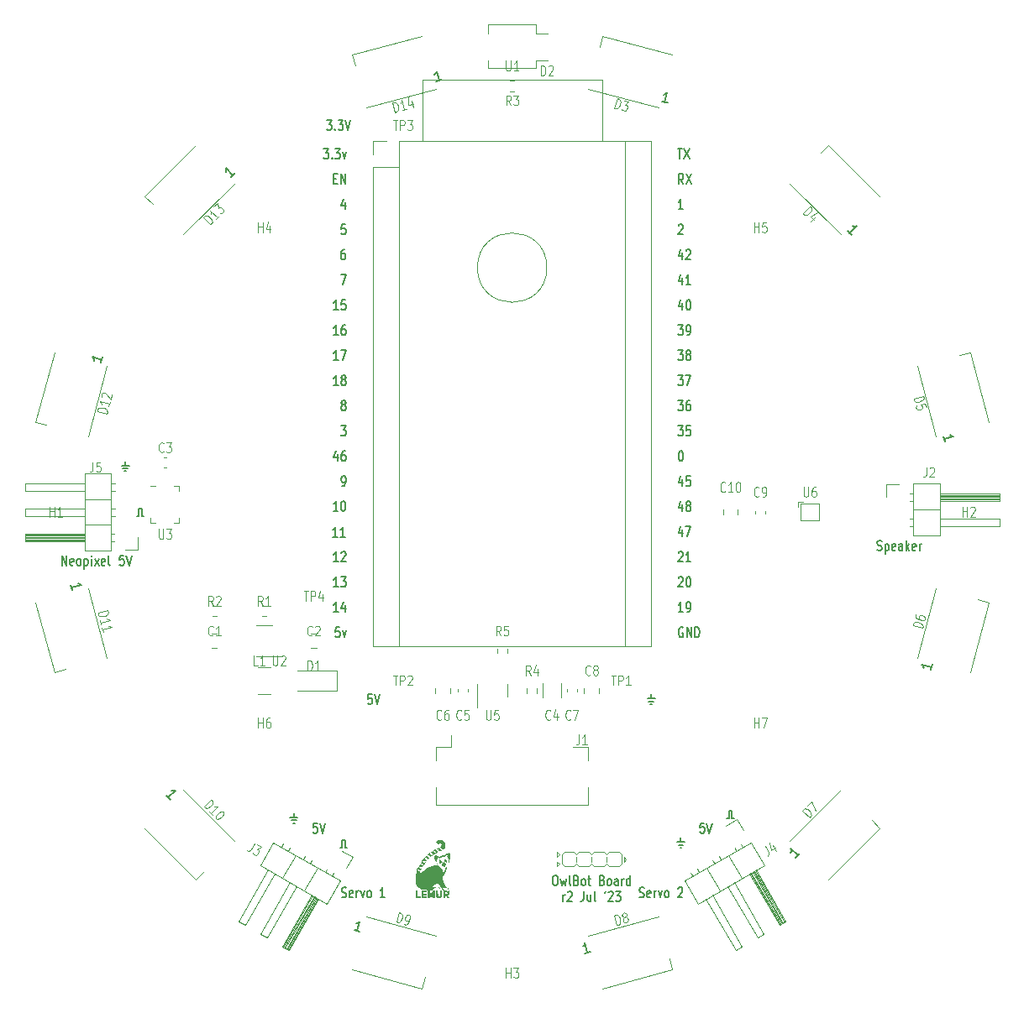
<source format=gbr>
G04 #@! TF.GenerationSoftware,KiCad,Pcbnew,7.0.4-40-g0180cb380f*
G04 #@! TF.CreationDate,2023-07-07T01:52:34-07:00*
G04 #@! TF.ProjectId,RobotOwl,526f626f-744f-4776-9c2e-6b696361645f,rev?*
G04 #@! TF.SameCoordinates,Original*
G04 #@! TF.FileFunction,Legend,Top*
G04 #@! TF.FilePolarity,Positive*
%FSLAX46Y46*%
G04 Gerber Fmt 4.6, Leading zero omitted, Abs format (unit mm)*
G04 Created by KiCad (PCBNEW 7.0.4-40-g0180cb380f) date 2023-07-07 01:52:34*
%MOMM*%
%LPD*%
G01*
G04 APERTURE LIST*
%ADD10C,0.150000*%
%ADD11C,0.100000*%
%ADD12C,0.120000*%
G04 APERTURE END LIST*
D10*
X163619047Y-118798390D02*
X164380952Y-118798390D01*
X163771428Y-119084104D02*
X164228571Y-119084104D01*
X164000000Y-118369819D02*
X164000000Y-118798390D01*
X164076190Y-119369819D02*
X163923809Y-119369819D01*
X110847619Y-104369819D02*
X110466667Y-104369819D01*
X110466667Y-104369819D02*
X110428571Y-104846009D01*
X110428571Y-104846009D02*
X110466667Y-104798390D01*
X110466667Y-104798390D02*
X110542857Y-104750771D01*
X110542857Y-104750771D02*
X110733333Y-104750771D01*
X110733333Y-104750771D02*
X110809524Y-104798390D01*
X110809524Y-104798390D02*
X110847619Y-104846009D01*
X110847619Y-104846009D02*
X110885714Y-104941247D01*
X110885714Y-104941247D02*
X110885714Y-105179342D01*
X110885714Y-105179342D02*
X110847619Y-105274580D01*
X110847619Y-105274580D02*
X110809524Y-105322200D01*
X110809524Y-105322200D02*
X110733333Y-105369819D01*
X110733333Y-105369819D02*
X110542857Y-105369819D01*
X110542857Y-105369819D02*
X110466667Y-105322200D01*
X110466667Y-105322200D02*
X110428571Y-105274580D01*
X111114286Y-104369819D02*
X111380953Y-105369819D01*
X111380953Y-105369819D02*
X111647619Y-104369819D01*
X132828570Y-138822200D02*
X132942856Y-138869819D01*
X132942856Y-138869819D02*
X133133332Y-138869819D01*
X133133332Y-138869819D02*
X133209523Y-138822200D01*
X133209523Y-138822200D02*
X133247618Y-138774580D01*
X133247618Y-138774580D02*
X133285713Y-138679342D01*
X133285713Y-138679342D02*
X133285713Y-138584104D01*
X133285713Y-138584104D02*
X133247618Y-138488866D01*
X133247618Y-138488866D02*
X133209523Y-138441247D01*
X133209523Y-138441247D02*
X133133332Y-138393628D01*
X133133332Y-138393628D02*
X132980951Y-138346009D01*
X132980951Y-138346009D02*
X132904761Y-138298390D01*
X132904761Y-138298390D02*
X132866666Y-138250771D01*
X132866666Y-138250771D02*
X132828570Y-138155533D01*
X132828570Y-138155533D02*
X132828570Y-138060295D01*
X132828570Y-138060295D02*
X132866666Y-137965057D01*
X132866666Y-137965057D02*
X132904761Y-137917438D01*
X132904761Y-137917438D02*
X132980951Y-137869819D01*
X132980951Y-137869819D02*
X133171428Y-137869819D01*
X133171428Y-137869819D02*
X133285713Y-137917438D01*
X133933333Y-138822200D02*
X133857142Y-138869819D01*
X133857142Y-138869819D02*
X133704761Y-138869819D01*
X133704761Y-138869819D02*
X133628571Y-138822200D01*
X133628571Y-138822200D02*
X133590475Y-138726961D01*
X133590475Y-138726961D02*
X133590475Y-138346009D01*
X133590475Y-138346009D02*
X133628571Y-138250771D01*
X133628571Y-138250771D02*
X133704761Y-138203152D01*
X133704761Y-138203152D02*
X133857142Y-138203152D01*
X133857142Y-138203152D02*
X133933333Y-138250771D01*
X133933333Y-138250771D02*
X133971428Y-138346009D01*
X133971428Y-138346009D02*
X133971428Y-138441247D01*
X133971428Y-138441247D02*
X133590475Y-138536485D01*
X134314285Y-138869819D02*
X134314285Y-138203152D01*
X134314285Y-138393628D02*
X134352380Y-138298390D01*
X134352380Y-138298390D02*
X134390475Y-138250771D01*
X134390475Y-138250771D02*
X134466666Y-138203152D01*
X134466666Y-138203152D02*
X134542856Y-138203152D01*
X134733332Y-138203152D02*
X134923808Y-138869819D01*
X134923808Y-138869819D02*
X135114285Y-138203152D01*
X135533332Y-138869819D02*
X135457142Y-138822200D01*
X135457142Y-138822200D02*
X135419047Y-138774580D01*
X135419047Y-138774580D02*
X135380951Y-138679342D01*
X135380951Y-138679342D02*
X135380951Y-138393628D01*
X135380951Y-138393628D02*
X135419047Y-138298390D01*
X135419047Y-138298390D02*
X135457142Y-138250771D01*
X135457142Y-138250771D02*
X135533332Y-138203152D01*
X135533332Y-138203152D02*
X135647618Y-138203152D01*
X135647618Y-138203152D02*
X135723809Y-138250771D01*
X135723809Y-138250771D02*
X135761904Y-138298390D01*
X135761904Y-138298390D02*
X135799999Y-138393628D01*
X135799999Y-138393628D02*
X135799999Y-138679342D01*
X135799999Y-138679342D02*
X135761904Y-138774580D01*
X135761904Y-138774580D02*
X135723809Y-138822200D01*
X135723809Y-138822200D02*
X135647618Y-138869819D01*
X135647618Y-138869819D02*
X135533332Y-138869819D01*
X137171428Y-138869819D02*
X136714285Y-138869819D01*
X136942857Y-138869819D02*
X136942857Y-137869819D01*
X136942857Y-137869819D02*
X136866666Y-138012676D01*
X136866666Y-138012676D02*
X136790476Y-138107914D01*
X136790476Y-138107914D02*
X136714285Y-138155533D01*
X169347619Y-131369819D02*
X168966667Y-131369819D01*
X168966667Y-131369819D02*
X168928571Y-131846009D01*
X168928571Y-131846009D02*
X168966667Y-131798390D01*
X168966667Y-131798390D02*
X169042857Y-131750771D01*
X169042857Y-131750771D02*
X169233333Y-131750771D01*
X169233333Y-131750771D02*
X169309524Y-131798390D01*
X169309524Y-131798390D02*
X169347619Y-131846009D01*
X169347619Y-131846009D02*
X169385714Y-131941247D01*
X169385714Y-131941247D02*
X169385714Y-132179342D01*
X169385714Y-132179342D02*
X169347619Y-132274580D01*
X169347619Y-132274580D02*
X169309524Y-132322200D01*
X169309524Y-132322200D02*
X169233333Y-132369819D01*
X169233333Y-132369819D02*
X169042857Y-132369819D01*
X169042857Y-132369819D02*
X168966667Y-132322200D01*
X168966667Y-132322200D02*
X168928571Y-132274580D01*
X169614286Y-131369819D02*
X169880953Y-132369819D01*
X169880953Y-132369819D02*
X170147619Y-131369819D01*
X127619047Y-130798390D02*
X128380952Y-130798390D01*
X127771428Y-131084104D02*
X128228571Y-131084104D01*
X128000000Y-130369819D02*
X128000000Y-130798390D01*
X128076190Y-131369819D02*
X127923809Y-131369819D01*
X154266666Y-136649819D02*
X154419047Y-136649819D01*
X154419047Y-136649819D02*
X154495237Y-136697438D01*
X154495237Y-136697438D02*
X154571428Y-136792676D01*
X154571428Y-136792676D02*
X154609523Y-136983152D01*
X154609523Y-136983152D02*
X154609523Y-137316485D01*
X154609523Y-137316485D02*
X154571428Y-137506961D01*
X154571428Y-137506961D02*
X154495237Y-137602200D01*
X154495237Y-137602200D02*
X154419047Y-137649819D01*
X154419047Y-137649819D02*
X154266666Y-137649819D01*
X154266666Y-137649819D02*
X154190475Y-137602200D01*
X154190475Y-137602200D02*
X154114285Y-137506961D01*
X154114285Y-137506961D02*
X154076189Y-137316485D01*
X154076189Y-137316485D02*
X154076189Y-136983152D01*
X154076189Y-136983152D02*
X154114285Y-136792676D01*
X154114285Y-136792676D02*
X154190475Y-136697438D01*
X154190475Y-136697438D02*
X154266666Y-136649819D01*
X154876189Y-136983152D02*
X155028570Y-137649819D01*
X155028570Y-137649819D02*
X155180951Y-137173628D01*
X155180951Y-137173628D02*
X155333332Y-137649819D01*
X155333332Y-137649819D02*
X155485713Y-136983152D01*
X155904760Y-137649819D02*
X155828570Y-137602200D01*
X155828570Y-137602200D02*
X155790475Y-137506961D01*
X155790475Y-137506961D02*
X155790475Y-136649819D01*
X156476189Y-137126009D02*
X156590475Y-137173628D01*
X156590475Y-137173628D02*
X156628570Y-137221247D01*
X156628570Y-137221247D02*
X156666666Y-137316485D01*
X156666666Y-137316485D02*
X156666666Y-137459342D01*
X156666666Y-137459342D02*
X156628570Y-137554580D01*
X156628570Y-137554580D02*
X156590475Y-137602200D01*
X156590475Y-137602200D02*
X156514285Y-137649819D01*
X156514285Y-137649819D02*
X156209523Y-137649819D01*
X156209523Y-137649819D02*
X156209523Y-136649819D01*
X156209523Y-136649819D02*
X156476189Y-136649819D01*
X156476189Y-136649819D02*
X156552380Y-136697438D01*
X156552380Y-136697438D02*
X156590475Y-136745057D01*
X156590475Y-136745057D02*
X156628570Y-136840295D01*
X156628570Y-136840295D02*
X156628570Y-136935533D01*
X156628570Y-136935533D02*
X156590475Y-137030771D01*
X156590475Y-137030771D02*
X156552380Y-137078390D01*
X156552380Y-137078390D02*
X156476189Y-137126009D01*
X156476189Y-137126009D02*
X156209523Y-137126009D01*
X157123808Y-137649819D02*
X157047618Y-137602200D01*
X157047618Y-137602200D02*
X157009523Y-137554580D01*
X157009523Y-137554580D02*
X156971427Y-137459342D01*
X156971427Y-137459342D02*
X156971427Y-137173628D01*
X156971427Y-137173628D02*
X157009523Y-137078390D01*
X157009523Y-137078390D02*
X157047618Y-137030771D01*
X157047618Y-137030771D02*
X157123808Y-136983152D01*
X157123808Y-136983152D02*
X157238094Y-136983152D01*
X157238094Y-136983152D02*
X157314285Y-137030771D01*
X157314285Y-137030771D02*
X157352380Y-137078390D01*
X157352380Y-137078390D02*
X157390475Y-137173628D01*
X157390475Y-137173628D02*
X157390475Y-137459342D01*
X157390475Y-137459342D02*
X157352380Y-137554580D01*
X157352380Y-137554580D02*
X157314285Y-137602200D01*
X157314285Y-137602200D02*
X157238094Y-137649819D01*
X157238094Y-137649819D02*
X157123808Y-137649819D01*
X157619047Y-136983152D02*
X157923809Y-136983152D01*
X157733333Y-136649819D02*
X157733333Y-137506961D01*
X157733333Y-137506961D02*
X157771428Y-137602200D01*
X157771428Y-137602200D02*
X157847618Y-137649819D01*
X157847618Y-137649819D02*
X157923809Y-137649819D01*
X159066666Y-137126009D02*
X159180952Y-137173628D01*
X159180952Y-137173628D02*
X159219047Y-137221247D01*
X159219047Y-137221247D02*
X159257143Y-137316485D01*
X159257143Y-137316485D02*
X159257143Y-137459342D01*
X159257143Y-137459342D02*
X159219047Y-137554580D01*
X159219047Y-137554580D02*
X159180952Y-137602200D01*
X159180952Y-137602200D02*
X159104762Y-137649819D01*
X159104762Y-137649819D02*
X158800000Y-137649819D01*
X158800000Y-137649819D02*
X158800000Y-136649819D01*
X158800000Y-136649819D02*
X159066666Y-136649819D01*
X159066666Y-136649819D02*
X159142857Y-136697438D01*
X159142857Y-136697438D02*
X159180952Y-136745057D01*
X159180952Y-136745057D02*
X159219047Y-136840295D01*
X159219047Y-136840295D02*
X159219047Y-136935533D01*
X159219047Y-136935533D02*
X159180952Y-137030771D01*
X159180952Y-137030771D02*
X159142857Y-137078390D01*
X159142857Y-137078390D02*
X159066666Y-137126009D01*
X159066666Y-137126009D02*
X158800000Y-137126009D01*
X159714285Y-137649819D02*
X159638095Y-137602200D01*
X159638095Y-137602200D02*
X159600000Y-137554580D01*
X159600000Y-137554580D02*
X159561904Y-137459342D01*
X159561904Y-137459342D02*
X159561904Y-137173628D01*
X159561904Y-137173628D02*
X159600000Y-137078390D01*
X159600000Y-137078390D02*
X159638095Y-137030771D01*
X159638095Y-137030771D02*
X159714285Y-136983152D01*
X159714285Y-136983152D02*
X159828571Y-136983152D01*
X159828571Y-136983152D02*
X159904762Y-137030771D01*
X159904762Y-137030771D02*
X159942857Y-137078390D01*
X159942857Y-137078390D02*
X159980952Y-137173628D01*
X159980952Y-137173628D02*
X159980952Y-137459342D01*
X159980952Y-137459342D02*
X159942857Y-137554580D01*
X159942857Y-137554580D02*
X159904762Y-137602200D01*
X159904762Y-137602200D02*
X159828571Y-137649819D01*
X159828571Y-137649819D02*
X159714285Y-137649819D01*
X160666667Y-137649819D02*
X160666667Y-137126009D01*
X160666667Y-137126009D02*
X160628572Y-137030771D01*
X160628572Y-137030771D02*
X160552381Y-136983152D01*
X160552381Y-136983152D02*
X160400000Y-136983152D01*
X160400000Y-136983152D02*
X160323810Y-137030771D01*
X160666667Y-137602200D02*
X160590476Y-137649819D01*
X160590476Y-137649819D02*
X160400000Y-137649819D01*
X160400000Y-137649819D02*
X160323810Y-137602200D01*
X160323810Y-137602200D02*
X160285714Y-137506961D01*
X160285714Y-137506961D02*
X160285714Y-137411723D01*
X160285714Y-137411723D02*
X160323810Y-137316485D01*
X160323810Y-137316485D02*
X160400000Y-137268866D01*
X160400000Y-137268866D02*
X160590476Y-137268866D01*
X160590476Y-137268866D02*
X160666667Y-137221247D01*
X161047620Y-137649819D02*
X161047620Y-136983152D01*
X161047620Y-137173628D02*
X161085715Y-137078390D01*
X161085715Y-137078390D02*
X161123810Y-137030771D01*
X161123810Y-137030771D02*
X161200001Y-136983152D01*
X161200001Y-136983152D02*
X161276191Y-136983152D01*
X161885715Y-137649819D02*
X161885715Y-136649819D01*
X161885715Y-137602200D02*
X161809524Y-137649819D01*
X161809524Y-137649819D02*
X161657143Y-137649819D01*
X161657143Y-137649819D02*
X161580953Y-137602200D01*
X161580953Y-137602200D02*
X161542858Y-137554580D01*
X161542858Y-137554580D02*
X161504762Y-137459342D01*
X161504762Y-137459342D02*
X161504762Y-137173628D01*
X161504762Y-137173628D02*
X161542858Y-137078390D01*
X161542858Y-137078390D02*
X161580953Y-137030771D01*
X161580953Y-137030771D02*
X161657143Y-136983152D01*
X161657143Y-136983152D02*
X161809524Y-136983152D01*
X161809524Y-136983152D02*
X161885715Y-137030771D01*
X155123809Y-139259819D02*
X155123809Y-138593152D01*
X155123809Y-138783628D02*
X155161904Y-138688390D01*
X155161904Y-138688390D02*
X155199999Y-138640771D01*
X155199999Y-138640771D02*
X155276190Y-138593152D01*
X155276190Y-138593152D02*
X155352380Y-138593152D01*
X155580951Y-138355057D02*
X155619047Y-138307438D01*
X155619047Y-138307438D02*
X155695237Y-138259819D01*
X155695237Y-138259819D02*
X155885713Y-138259819D01*
X155885713Y-138259819D02*
X155961904Y-138307438D01*
X155961904Y-138307438D02*
X155999999Y-138355057D01*
X155999999Y-138355057D02*
X156038094Y-138450295D01*
X156038094Y-138450295D02*
X156038094Y-138545533D01*
X156038094Y-138545533D02*
X155999999Y-138688390D01*
X155999999Y-138688390D02*
X155542856Y-139259819D01*
X155542856Y-139259819D02*
X156038094Y-139259819D01*
X157219047Y-138259819D02*
X157219047Y-138974104D01*
X157219047Y-138974104D02*
X157180952Y-139116961D01*
X157180952Y-139116961D02*
X157104761Y-139212200D01*
X157104761Y-139212200D02*
X156990476Y-139259819D01*
X156990476Y-139259819D02*
X156914285Y-139259819D01*
X157942857Y-138593152D02*
X157942857Y-139259819D01*
X157600000Y-138593152D02*
X157600000Y-139116961D01*
X157600000Y-139116961D02*
X157638095Y-139212200D01*
X157638095Y-139212200D02*
X157714285Y-139259819D01*
X157714285Y-139259819D02*
X157828571Y-139259819D01*
X157828571Y-139259819D02*
X157904762Y-139212200D01*
X157904762Y-139212200D02*
X157942857Y-139164580D01*
X158438095Y-139259819D02*
X158361905Y-139212200D01*
X158361905Y-139212200D02*
X158323810Y-139116961D01*
X158323810Y-139116961D02*
X158323810Y-138259819D01*
X159390477Y-138259819D02*
X159314286Y-138450295D01*
X159695238Y-138355057D02*
X159733334Y-138307438D01*
X159733334Y-138307438D02*
X159809524Y-138259819D01*
X159809524Y-138259819D02*
X160000000Y-138259819D01*
X160000000Y-138259819D02*
X160076191Y-138307438D01*
X160076191Y-138307438D02*
X160114286Y-138355057D01*
X160114286Y-138355057D02*
X160152381Y-138450295D01*
X160152381Y-138450295D02*
X160152381Y-138545533D01*
X160152381Y-138545533D02*
X160114286Y-138688390D01*
X160114286Y-138688390D02*
X159657143Y-139259819D01*
X159657143Y-139259819D02*
X160152381Y-139259819D01*
X160419048Y-138259819D02*
X160914286Y-138259819D01*
X160914286Y-138259819D02*
X160647620Y-138640771D01*
X160647620Y-138640771D02*
X160761905Y-138640771D01*
X160761905Y-138640771D02*
X160838096Y-138688390D01*
X160838096Y-138688390D02*
X160876191Y-138736009D01*
X160876191Y-138736009D02*
X160914286Y-138831247D01*
X160914286Y-138831247D02*
X160914286Y-139069342D01*
X160914286Y-139069342D02*
X160876191Y-139164580D01*
X160876191Y-139164580D02*
X160838096Y-139212200D01*
X160838096Y-139212200D02*
X160761905Y-139259819D01*
X160761905Y-139259819D02*
X160533334Y-139259819D01*
X160533334Y-139259819D02*
X160457143Y-139212200D01*
X160457143Y-139212200D02*
X160419048Y-139164580D01*
X110619047Y-95298390D02*
X111380952Y-95298390D01*
X110771428Y-95584104D02*
X111228571Y-95584104D01*
X111000000Y-94869819D02*
X111000000Y-95298390D01*
X111076190Y-95869819D02*
X110923809Y-95869819D01*
X104638095Y-105369819D02*
X104638095Y-104369819D01*
X104638095Y-104369819D02*
X105095238Y-105369819D01*
X105095238Y-105369819D02*
X105095238Y-104369819D01*
X105780952Y-105322200D02*
X105704761Y-105369819D01*
X105704761Y-105369819D02*
X105552380Y-105369819D01*
X105552380Y-105369819D02*
X105476190Y-105322200D01*
X105476190Y-105322200D02*
X105438094Y-105226961D01*
X105438094Y-105226961D02*
X105438094Y-104846009D01*
X105438094Y-104846009D02*
X105476190Y-104750771D01*
X105476190Y-104750771D02*
X105552380Y-104703152D01*
X105552380Y-104703152D02*
X105704761Y-104703152D01*
X105704761Y-104703152D02*
X105780952Y-104750771D01*
X105780952Y-104750771D02*
X105819047Y-104846009D01*
X105819047Y-104846009D02*
X105819047Y-104941247D01*
X105819047Y-104941247D02*
X105438094Y-105036485D01*
X106276189Y-105369819D02*
X106199999Y-105322200D01*
X106199999Y-105322200D02*
X106161904Y-105274580D01*
X106161904Y-105274580D02*
X106123808Y-105179342D01*
X106123808Y-105179342D02*
X106123808Y-104893628D01*
X106123808Y-104893628D02*
X106161904Y-104798390D01*
X106161904Y-104798390D02*
X106199999Y-104750771D01*
X106199999Y-104750771D02*
X106276189Y-104703152D01*
X106276189Y-104703152D02*
X106390475Y-104703152D01*
X106390475Y-104703152D02*
X106466666Y-104750771D01*
X106466666Y-104750771D02*
X106504761Y-104798390D01*
X106504761Y-104798390D02*
X106542856Y-104893628D01*
X106542856Y-104893628D02*
X106542856Y-105179342D01*
X106542856Y-105179342D02*
X106504761Y-105274580D01*
X106504761Y-105274580D02*
X106466666Y-105322200D01*
X106466666Y-105322200D02*
X106390475Y-105369819D01*
X106390475Y-105369819D02*
X106276189Y-105369819D01*
X106885714Y-104703152D02*
X106885714Y-105703152D01*
X106885714Y-104750771D02*
X106961904Y-104703152D01*
X106961904Y-104703152D02*
X107114285Y-104703152D01*
X107114285Y-104703152D02*
X107190476Y-104750771D01*
X107190476Y-104750771D02*
X107228571Y-104798390D01*
X107228571Y-104798390D02*
X107266666Y-104893628D01*
X107266666Y-104893628D02*
X107266666Y-105179342D01*
X107266666Y-105179342D02*
X107228571Y-105274580D01*
X107228571Y-105274580D02*
X107190476Y-105322200D01*
X107190476Y-105322200D02*
X107114285Y-105369819D01*
X107114285Y-105369819D02*
X106961904Y-105369819D01*
X106961904Y-105369819D02*
X106885714Y-105322200D01*
X107609524Y-105369819D02*
X107609524Y-104703152D01*
X107609524Y-104369819D02*
X107571428Y-104417438D01*
X107571428Y-104417438D02*
X107609524Y-104465057D01*
X107609524Y-104465057D02*
X107647619Y-104417438D01*
X107647619Y-104417438D02*
X107609524Y-104369819D01*
X107609524Y-104369819D02*
X107609524Y-104465057D01*
X107914285Y-105369819D02*
X108333333Y-104703152D01*
X107914285Y-104703152D02*
X108333333Y-105369819D01*
X108942857Y-105322200D02*
X108866666Y-105369819D01*
X108866666Y-105369819D02*
X108714285Y-105369819D01*
X108714285Y-105369819D02*
X108638095Y-105322200D01*
X108638095Y-105322200D02*
X108599999Y-105226961D01*
X108599999Y-105226961D02*
X108599999Y-104846009D01*
X108599999Y-104846009D02*
X108638095Y-104750771D01*
X108638095Y-104750771D02*
X108714285Y-104703152D01*
X108714285Y-104703152D02*
X108866666Y-104703152D01*
X108866666Y-104703152D02*
X108942857Y-104750771D01*
X108942857Y-104750771D02*
X108980952Y-104846009D01*
X108980952Y-104846009D02*
X108980952Y-104941247D01*
X108980952Y-104941247D02*
X108599999Y-105036485D01*
X109438094Y-105369819D02*
X109361904Y-105322200D01*
X109361904Y-105322200D02*
X109323809Y-105226961D01*
X109323809Y-105226961D02*
X109323809Y-104369819D01*
X132657142Y-133869819D02*
X132847619Y-133869819D01*
X132847619Y-133869819D02*
X132847619Y-133107914D01*
X132847619Y-133107914D02*
X133152381Y-133107914D01*
X133152381Y-133107914D02*
X133152381Y-133869819D01*
X133152381Y-133869819D02*
X133342857Y-133869819D01*
X112157142Y-100369819D02*
X112347619Y-100369819D01*
X112347619Y-100369819D02*
X112347619Y-99607914D01*
X112347619Y-99607914D02*
X112652381Y-99607914D01*
X112652381Y-99607914D02*
X112652381Y-100369819D01*
X112652381Y-100369819D02*
X112842857Y-100369819D01*
X171657142Y-130869819D02*
X171847619Y-130869819D01*
X171847619Y-130869819D02*
X171847619Y-130107914D01*
X171847619Y-130107914D02*
X172152381Y-130107914D01*
X172152381Y-130107914D02*
X172152381Y-130869819D01*
X172152381Y-130869819D02*
X172342857Y-130869819D01*
X131319047Y-60454819D02*
X131814285Y-60454819D01*
X131814285Y-60454819D02*
X131547619Y-60835771D01*
X131547619Y-60835771D02*
X131661904Y-60835771D01*
X131661904Y-60835771D02*
X131738095Y-60883390D01*
X131738095Y-60883390D02*
X131776190Y-60931009D01*
X131776190Y-60931009D02*
X131814285Y-61026247D01*
X131814285Y-61026247D02*
X131814285Y-61264342D01*
X131814285Y-61264342D02*
X131776190Y-61359580D01*
X131776190Y-61359580D02*
X131738095Y-61407200D01*
X131738095Y-61407200D02*
X131661904Y-61454819D01*
X131661904Y-61454819D02*
X131433333Y-61454819D01*
X131433333Y-61454819D02*
X131357142Y-61407200D01*
X131357142Y-61407200D02*
X131319047Y-61359580D01*
X132157143Y-61359580D02*
X132195238Y-61407200D01*
X132195238Y-61407200D02*
X132157143Y-61454819D01*
X132157143Y-61454819D02*
X132119047Y-61407200D01*
X132119047Y-61407200D02*
X132157143Y-61359580D01*
X132157143Y-61359580D02*
X132157143Y-61454819D01*
X132461904Y-60454819D02*
X132957142Y-60454819D01*
X132957142Y-60454819D02*
X132690476Y-60835771D01*
X132690476Y-60835771D02*
X132804761Y-60835771D01*
X132804761Y-60835771D02*
X132880952Y-60883390D01*
X132880952Y-60883390D02*
X132919047Y-60931009D01*
X132919047Y-60931009D02*
X132957142Y-61026247D01*
X132957142Y-61026247D02*
X132957142Y-61264342D01*
X132957142Y-61264342D02*
X132919047Y-61359580D01*
X132919047Y-61359580D02*
X132880952Y-61407200D01*
X132880952Y-61407200D02*
X132804761Y-61454819D01*
X132804761Y-61454819D02*
X132576190Y-61454819D01*
X132576190Y-61454819D02*
X132499999Y-61407200D01*
X132499999Y-61407200D02*
X132461904Y-61359580D01*
X133185714Y-60454819D02*
X133452381Y-61454819D01*
X133452381Y-61454819D02*
X133719047Y-60454819D01*
X162828570Y-138822200D02*
X162942856Y-138869819D01*
X162942856Y-138869819D02*
X163133332Y-138869819D01*
X163133332Y-138869819D02*
X163209523Y-138822200D01*
X163209523Y-138822200D02*
X163247618Y-138774580D01*
X163247618Y-138774580D02*
X163285713Y-138679342D01*
X163285713Y-138679342D02*
X163285713Y-138584104D01*
X163285713Y-138584104D02*
X163247618Y-138488866D01*
X163247618Y-138488866D02*
X163209523Y-138441247D01*
X163209523Y-138441247D02*
X163133332Y-138393628D01*
X163133332Y-138393628D02*
X162980951Y-138346009D01*
X162980951Y-138346009D02*
X162904761Y-138298390D01*
X162904761Y-138298390D02*
X162866666Y-138250771D01*
X162866666Y-138250771D02*
X162828570Y-138155533D01*
X162828570Y-138155533D02*
X162828570Y-138060295D01*
X162828570Y-138060295D02*
X162866666Y-137965057D01*
X162866666Y-137965057D02*
X162904761Y-137917438D01*
X162904761Y-137917438D02*
X162980951Y-137869819D01*
X162980951Y-137869819D02*
X163171428Y-137869819D01*
X163171428Y-137869819D02*
X163285713Y-137917438D01*
X163933333Y-138822200D02*
X163857142Y-138869819D01*
X163857142Y-138869819D02*
X163704761Y-138869819D01*
X163704761Y-138869819D02*
X163628571Y-138822200D01*
X163628571Y-138822200D02*
X163590475Y-138726961D01*
X163590475Y-138726961D02*
X163590475Y-138346009D01*
X163590475Y-138346009D02*
X163628571Y-138250771D01*
X163628571Y-138250771D02*
X163704761Y-138203152D01*
X163704761Y-138203152D02*
X163857142Y-138203152D01*
X163857142Y-138203152D02*
X163933333Y-138250771D01*
X163933333Y-138250771D02*
X163971428Y-138346009D01*
X163971428Y-138346009D02*
X163971428Y-138441247D01*
X163971428Y-138441247D02*
X163590475Y-138536485D01*
X164314285Y-138869819D02*
X164314285Y-138203152D01*
X164314285Y-138393628D02*
X164352380Y-138298390D01*
X164352380Y-138298390D02*
X164390475Y-138250771D01*
X164390475Y-138250771D02*
X164466666Y-138203152D01*
X164466666Y-138203152D02*
X164542856Y-138203152D01*
X164733332Y-138203152D02*
X164923808Y-138869819D01*
X164923808Y-138869819D02*
X165114285Y-138203152D01*
X165533332Y-138869819D02*
X165457142Y-138822200D01*
X165457142Y-138822200D02*
X165419047Y-138774580D01*
X165419047Y-138774580D02*
X165380951Y-138679342D01*
X165380951Y-138679342D02*
X165380951Y-138393628D01*
X165380951Y-138393628D02*
X165419047Y-138298390D01*
X165419047Y-138298390D02*
X165457142Y-138250771D01*
X165457142Y-138250771D02*
X165533332Y-138203152D01*
X165533332Y-138203152D02*
X165647618Y-138203152D01*
X165647618Y-138203152D02*
X165723809Y-138250771D01*
X165723809Y-138250771D02*
X165761904Y-138298390D01*
X165761904Y-138298390D02*
X165799999Y-138393628D01*
X165799999Y-138393628D02*
X165799999Y-138679342D01*
X165799999Y-138679342D02*
X165761904Y-138774580D01*
X165761904Y-138774580D02*
X165723809Y-138822200D01*
X165723809Y-138822200D02*
X165647618Y-138869819D01*
X165647618Y-138869819D02*
X165533332Y-138869819D01*
X166714285Y-137965057D02*
X166752381Y-137917438D01*
X166752381Y-137917438D02*
X166828571Y-137869819D01*
X166828571Y-137869819D02*
X167019047Y-137869819D01*
X167019047Y-137869819D02*
X167095238Y-137917438D01*
X167095238Y-137917438D02*
X167133333Y-137965057D01*
X167133333Y-137965057D02*
X167171428Y-138060295D01*
X167171428Y-138060295D02*
X167171428Y-138155533D01*
X167171428Y-138155533D02*
X167133333Y-138298390D01*
X167133333Y-138298390D02*
X166676190Y-138869819D01*
X166676190Y-138869819D02*
X167171428Y-138869819D01*
X130347619Y-131369819D02*
X129966667Y-131369819D01*
X129966667Y-131369819D02*
X129928571Y-131846009D01*
X129928571Y-131846009D02*
X129966667Y-131798390D01*
X129966667Y-131798390D02*
X130042857Y-131750771D01*
X130042857Y-131750771D02*
X130233333Y-131750771D01*
X130233333Y-131750771D02*
X130309524Y-131798390D01*
X130309524Y-131798390D02*
X130347619Y-131846009D01*
X130347619Y-131846009D02*
X130385714Y-131941247D01*
X130385714Y-131941247D02*
X130385714Y-132179342D01*
X130385714Y-132179342D02*
X130347619Y-132274580D01*
X130347619Y-132274580D02*
X130309524Y-132322200D01*
X130309524Y-132322200D02*
X130233333Y-132369819D01*
X130233333Y-132369819D02*
X130042857Y-132369819D01*
X130042857Y-132369819D02*
X129966667Y-132322200D01*
X129966667Y-132322200D02*
X129928571Y-132274580D01*
X130614286Y-131369819D02*
X130880953Y-132369819D01*
X130880953Y-132369819D02*
X131147619Y-131369819D01*
X186790475Y-103822200D02*
X186904761Y-103869819D01*
X186904761Y-103869819D02*
X187095237Y-103869819D01*
X187095237Y-103869819D02*
X187171428Y-103822200D01*
X187171428Y-103822200D02*
X187209523Y-103774580D01*
X187209523Y-103774580D02*
X187247618Y-103679342D01*
X187247618Y-103679342D02*
X187247618Y-103584104D01*
X187247618Y-103584104D02*
X187209523Y-103488866D01*
X187209523Y-103488866D02*
X187171428Y-103441247D01*
X187171428Y-103441247D02*
X187095237Y-103393628D01*
X187095237Y-103393628D02*
X186942856Y-103346009D01*
X186942856Y-103346009D02*
X186866666Y-103298390D01*
X186866666Y-103298390D02*
X186828571Y-103250771D01*
X186828571Y-103250771D02*
X186790475Y-103155533D01*
X186790475Y-103155533D02*
X186790475Y-103060295D01*
X186790475Y-103060295D02*
X186828571Y-102965057D01*
X186828571Y-102965057D02*
X186866666Y-102917438D01*
X186866666Y-102917438D02*
X186942856Y-102869819D01*
X186942856Y-102869819D02*
X187133333Y-102869819D01*
X187133333Y-102869819D02*
X187247618Y-102917438D01*
X187590476Y-103203152D02*
X187590476Y-104203152D01*
X187590476Y-103250771D02*
X187666666Y-103203152D01*
X187666666Y-103203152D02*
X187819047Y-103203152D01*
X187819047Y-103203152D02*
X187895238Y-103250771D01*
X187895238Y-103250771D02*
X187933333Y-103298390D01*
X187933333Y-103298390D02*
X187971428Y-103393628D01*
X187971428Y-103393628D02*
X187971428Y-103679342D01*
X187971428Y-103679342D02*
X187933333Y-103774580D01*
X187933333Y-103774580D02*
X187895238Y-103822200D01*
X187895238Y-103822200D02*
X187819047Y-103869819D01*
X187819047Y-103869819D02*
X187666666Y-103869819D01*
X187666666Y-103869819D02*
X187590476Y-103822200D01*
X188619048Y-103822200D02*
X188542857Y-103869819D01*
X188542857Y-103869819D02*
X188390476Y-103869819D01*
X188390476Y-103869819D02*
X188314286Y-103822200D01*
X188314286Y-103822200D02*
X188276190Y-103726961D01*
X188276190Y-103726961D02*
X188276190Y-103346009D01*
X188276190Y-103346009D02*
X188314286Y-103250771D01*
X188314286Y-103250771D02*
X188390476Y-103203152D01*
X188390476Y-103203152D02*
X188542857Y-103203152D01*
X188542857Y-103203152D02*
X188619048Y-103250771D01*
X188619048Y-103250771D02*
X188657143Y-103346009D01*
X188657143Y-103346009D02*
X188657143Y-103441247D01*
X188657143Y-103441247D02*
X188276190Y-103536485D01*
X189342857Y-103869819D02*
X189342857Y-103346009D01*
X189342857Y-103346009D02*
X189304762Y-103250771D01*
X189304762Y-103250771D02*
X189228571Y-103203152D01*
X189228571Y-103203152D02*
X189076190Y-103203152D01*
X189076190Y-103203152D02*
X189000000Y-103250771D01*
X189342857Y-103822200D02*
X189266666Y-103869819D01*
X189266666Y-103869819D02*
X189076190Y-103869819D01*
X189076190Y-103869819D02*
X189000000Y-103822200D01*
X189000000Y-103822200D02*
X188961904Y-103726961D01*
X188961904Y-103726961D02*
X188961904Y-103631723D01*
X188961904Y-103631723D02*
X189000000Y-103536485D01*
X189000000Y-103536485D02*
X189076190Y-103488866D01*
X189076190Y-103488866D02*
X189266666Y-103488866D01*
X189266666Y-103488866D02*
X189342857Y-103441247D01*
X189723810Y-103869819D02*
X189723810Y-102869819D01*
X189800000Y-103488866D02*
X190028572Y-103869819D01*
X190028572Y-103203152D02*
X189723810Y-103584104D01*
X190676191Y-103822200D02*
X190600000Y-103869819D01*
X190600000Y-103869819D02*
X190447619Y-103869819D01*
X190447619Y-103869819D02*
X190371429Y-103822200D01*
X190371429Y-103822200D02*
X190333333Y-103726961D01*
X190333333Y-103726961D02*
X190333333Y-103346009D01*
X190333333Y-103346009D02*
X190371429Y-103250771D01*
X190371429Y-103250771D02*
X190447619Y-103203152D01*
X190447619Y-103203152D02*
X190600000Y-103203152D01*
X190600000Y-103203152D02*
X190676191Y-103250771D01*
X190676191Y-103250771D02*
X190714286Y-103346009D01*
X190714286Y-103346009D02*
X190714286Y-103441247D01*
X190714286Y-103441247D02*
X190333333Y-103536485D01*
X191057143Y-103869819D02*
X191057143Y-103203152D01*
X191057143Y-103393628D02*
X191095238Y-103298390D01*
X191095238Y-103298390D02*
X191133333Y-103250771D01*
X191133333Y-103250771D02*
X191209524Y-103203152D01*
X191209524Y-103203152D02*
X191285714Y-103203152D01*
X166619047Y-133298390D02*
X167380952Y-133298390D01*
X166771428Y-133584104D02*
X167228571Y-133584104D01*
X167000000Y-132869819D02*
X167000000Y-133298390D01*
X167076190Y-133869819D02*
X166923809Y-133869819D01*
X135847619Y-118369819D02*
X135466667Y-118369819D01*
X135466667Y-118369819D02*
X135428571Y-118846009D01*
X135428571Y-118846009D02*
X135466667Y-118798390D01*
X135466667Y-118798390D02*
X135542857Y-118750771D01*
X135542857Y-118750771D02*
X135733333Y-118750771D01*
X135733333Y-118750771D02*
X135809524Y-118798390D01*
X135809524Y-118798390D02*
X135847619Y-118846009D01*
X135847619Y-118846009D02*
X135885714Y-118941247D01*
X135885714Y-118941247D02*
X135885714Y-119179342D01*
X135885714Y-119179342D02*
X135847619Y-119274580D01*
X135847619Y-119274580D02*
X135809524Y-119322200D01*
X135809524Y-119322200D02*
X135733333Y-119369819D01*
X135733333Y-119369819D02*
X135542857Y-119369819D01*
X135542857Y-119369819D02*
X135466667Y-119322200D01*
X135466667Y-119322200D02*
X135428571Y-119274580D01*
X136114286Y-118369819D02*
X136380953Y-119369819D01*
X136380953Y-119369819D02*
X136647619Y-118369819D01*
D11*
X191341266Y-111688877D02*
X190375340Y-111430058D01*
X190375340Y-111430058D02*
X190424639Y-111246072D01*
X190424639Y-111246072D02*
X190500215Y-111148005D01*
X190500215Y-111148005D02*
X190611927Y-111099060D01*
X190611927Y-111099060D02*
X190713780Y-111086913D01*
X190713780Y-111086913D02*
X190907626Y-111099414D01*
X190907626Y-111099414D02*
X191045615Y-111136389D01*
X191045615Y-111136389D02*
X191219741Y-111222485D01*
X191219741Y-111222485D02*
X191301874Y-111283931D01*
X191301874Y-111283931D02*
X191374148Y-111382175D01*
X191374148Y-111382175D02*
X191390565Y-111504891D01*
X191390565Y-111504891D02*
X191341266Y-111688877D01*
X190671133Y-110326143D02*
X190631694Y-110473332D01*
X190631694Y-110473332D02*
X190657971Y-110559251D01*
X190657971Y-110559251D02*
X190694108Y-110608372D01*
X190694108Y-110608372D02*
X190812378Y-110718941D01*
X190812378Y-110718941D02*
X190986504Y-110805037D01*
X190986504Y-110805037D02*
X191354476Y-110903635D01*
X191354476Y-110903635D02*
X191456328Y-110891487D01*
X191456328Y-110891487D02*
X191512185Y-110867015D01*
X191512185Y-110867015D02*
X191577901Y-110805745D01*
X191577901Y-110805745D02*
X191617340Y-110658556D01*
X191617340Y-110658556D02*
X191591063Y-110572637D01*
X191591063Y-110572637D02*
X191554926Y-110523515D01*
X191554926Y-110523515D02*
X191472793Y-110462069D01*
X191472793Y-110462069D02*
X191242811Y-110400445D01*
X191242811Y-110400445D02*
X191140958Y-110412593D01*
X191140958Y-110412593D02*
X191085102Y-110437065D01*
X191085102Y-110437065D02*
X191019386Y-110498335D01*
X191019386Y-110498335D02*
X190979946Y-110645524D01*
X190979946Y-110645524D02*
X191006223Y-110731443D01*
X191006223Y-110731443D02*
X191042360Y-110780565D01*
X191042360Y-110780565D02*
X191124493Y-110842011D01*
D10*
X192326689Y-115342218D02*
X192178793Y-115894176D01*
X192252741Y-115618197D02*
X191286815Y-115359378D01*
X191286815Y-115359378D02*
X191400155Y-115488345D01*
X191400155Y-115488345D02*
X191467499Y-115604987D01*
X191467499Y-115604987D02*
X191488846Y-115709305D01*
D11*
X124866667Y-109457419D02*
X124600000Y-108981228D01*
X124409524Y-109457419D02*
X124409524Y-108457419D01*
X124409524Y-108457419D02*
X124714286Y-108457419D01*
X124714286Y-108457419D02*
X124790476Y-108505038D01*
X124790476Y-108505038D02*
X124828571Y-108552657D01*
X124828571Y-108552657D02*
X124866667Y-108647895D01*
X124866667Y-108647895D02*
X124866667Y-108790752D01*
X124866667Y-108790752D02*
X124828571Y-108885990D01*
X124828571Y-108885990D02*
X124790476Y-108933609D01*
X124790476Y-108933609D02*
X124714286Y-108981228D01*
X124714286Y-108981228D02*
X124409524Y-108981228D01*
X125628571Y-109457419D02*
X125171428Y-109457419D01*
X125400000Y-109457419D02*
X125400000Y-108457419D01*
X125400000Y-108457419D02*
X125323809Y-108600276D01*
X125323809Y-108600276D02*
X125247619Y-108695514D01*
X125247619Y-108695514D02*
X125171428Y-108743133D01*
X119866667Y-109457419D02*
X119600000Y-108981228D01*
X119409524Y-109457419D02*
X119409524Y-108457419D01*
X119409524Y-108457419D02*
X119714286Y-108457419D01*
X119714286Y-108457419D02*
X119790476Y-108505038D01*
X119790476Y-108505038D02*
X119828571Y-108552657D01*
X119828571Y-108552657D02*
X119866667Y-108647895D01*
X119866667Y-108647895D02*
X119866667Y-108790752D01*
X119866667Y-108790752D02*
X119828571Y-108885990D01*
X119828571Y-108885990D02*
X119790476Y-108933609D01*
X119790476Y-108933609D02*
X119714286Y-108981228D01*
X119714286Y-108981228D02*
X119409524Y-108981228D01*
X120171428Y-108552657D02*
X120209524Y-108505038D01*
X120209524Y-108505038D02*
X120285714Y-108457419D01*
X120285714Y-108457419D02*
X120476190Y-108457419D01*
X120476190Y-108457419D02*
X120552381Y-108505038D01*
X120552381Y-108505038D02*
X120590476Y-108552657D01*
X120590476Y-108552657D02*
X120628571Y-108647895D01*
X120628571Y-108647895D02*
X120628571Y-108743133D01*
X120628571Y-108743133D02*
X120590476Y-108885990D01*
X120590476Y-108885990D02*
X120133333Y-109457419D01*
X120133333Y-109457419D02*
X120628571Y-109457419D01*
X124366666Y-115457419D02*
X123985714Y-115457419D01*
X123985714Y-115457419D02*
X123985714Y-114457419D01*
X125052380Y-115457419D02*
X124595237Y-115457419D01*
X124823809Y-115457419D02*
X124823809Y-114457419D01*
X124823809Y-114457419D02*
X124747618Y-114600276D01*
X124747618Y-114600276D02*
X124671428Y-114695514D01*
X124671428Y-114695514D02*
X124595237Y-114743133D01*
X128990476Y-107957419D02*
X129447619Y-107957419D01*
X129219047Y-108957419D02*
X129219047Y-107957419D01*
X129714286Y-108957419D02*
X129714286Y-107957419D01*
X129714286Y-107957419D02*
X130019048Y-107957419D01*
X130019048Y-107957419D02*
X130095238Y-108005038D01*
X130095238Y-108005038D02*
X130133333Y-108052657D01*
X130133333Y-108052657D02*
X130171429Y-108147895D01*
X130171429Y-108147895D02*
X130171429Y-108290752D01*
X130171429Y-108290752D02*
X130133333Y-108385990D01*
X130133333Y-108385990D02*
X130095238Y-108433609D01*
X130095238Y-108433609D02*
X130019048Y-108481228D01*
X130019048Y-108481228D02*
X129714286Y-108481228D01*
X130857143Y-108290752D02*
X130857143Y-108957419D01*
X130666667Y-107909800D02*
X130476190Y-108624085D01*
X130476190Y-108624085D02*
X130971429Y-108624085D01*
X148866667Y-112457419D02*
X148600000Y-111981228D01*
X148409524Y-112457419D02*
X148409524Y-111457419D01*
X148409524Y-111457419D02*
X148714286Y-111457419D01*
X148714286Y-111457419D02*
X148790476Y-111505038D01*
X148790476Y-111505038D02*
X148828571Y-111552657D01*
X148828571Y-111552657D02*
X148866667Y-111647895D01*
X148866667Y-111647895D02*
X148866667Y-111790752D01*
X148866667Y-111790752D02*
X148828571Y-111885990D01*
X148828571Y-111885990D02*
X148790476Y-111933609D01*
X148790476Y-111933609D02*
X148714286Y-111981228D01*
X148714286Y-111981228D02*
X148409524Y-111981228D01*
X149590476Y-111457419D02*
X149209524Y-111457419D01*
X149209524Y-111457419D02*
X149171428Y-111933609D01*
X149171428Y-111933609D02*
X149209524Y-111885990D01*
X149209524Y-111885990D02*
X149285714Y-111838371D01*
X149285714Y-111838371D02*
X149476190Y-111838371D01*
X149476190Y-111838371D02*
X149552381Y-111885990D01*
X149552381Y-111885990D02*
X149590476Y-111933609D01*
X149590476Y-111933609D02*
X149628571Y-112028847D01*
X149628571Y-112028847D02*
X149628571Y-112266942D01*
X149628571Y-112266942D02*
X149590476Y-112362180D01*
X149590476Y-112362180D02*
X149552381Y-112409800D01*
X149552381Y-112409800D02*
X149476190Y-112457419D01*
X149476190Y-112457419D02*
X149285714Y-112457419D01*
X149285714Y-112457419D02*
X149209524Y-112409800D01*
X149209524Y-112409800D02*
X149171428Y-112362180D01*
X153866667Y-120862180D02*
X153828571Y-120909800D01*
X153828571Y-120909800D02*
X153714286Y-120957419D01*
X153714286Y-120957419D02*
X153638095Y-120957419D01*
X153638095Y-120957419D02*
X153523809Y-120909800D01*
X153523809Y-120909800D02*
X153447619Y-120814561D01*
X153447619Y-120814561D02*
X153409524Y-120719323D01*
X153409524Y-120719323D02*
X153371428Y-120528847D01*
X153371428Y-120528847D02*
X153371428Y-120385990D01*
X153371428Y-120385990D02*
X153409524Y-120195514D01*
X153409524Y-120195514D02*
X153447619Y-120100276D01*
X153447619Y-120100276D02*
X153523809Y-120005038D01*
X153523809Y-120005038D02*
X153638095Y-119957419D01*
X153638095Y-119957419D02*
X153714286Y-119957419D01*
X153714286Y-119957419D02*
X153828571Y-120005038D01*
X153828571Y-120005038D02*
X153866667Y-120052657D01*
X154552381Y-120290752D02*
X154552381Y-120957419D01*
X154361905Y-119909800D02*
X154171428Y-120624085D01*
X154171428Y-120624085D02*
X154666667Y-120624085D01*
X109138148Y-90056583D02*
X108172222Y-89797764D01*
X108172222Y-89797764D02*
X108221521Y-89613779D01*
X108221521Y-89613779D02*
X108297097Y-89515712D01*
X108297097Y-89515712D02*
X108408809Y-89466767D01*
X108408809Y-89466767D02*
X108510662Y-89454619D01*
X108510662Y-89454619D02*
X108704508Y-89467121D01*
X108704508Y-89467121D02*
X108842497Y-89504095D01*
X108842497Y-89504095D02*
X109016623Y-89590191D01*
X109016623Y-89590191D02*
X109098756Y-89651638D01*
X109098756Y-89651638D02*
X109171030Y-89749881D01*
X109171030Y-89749881D02*
X109187447Y-89872598D01*
X109187447Y-89872598D02*
X109138148Y-90056583D01*
X109453661Y-88879074D02*
X109335344Y-89320640D01*
X109394502Y-89099857D02*
X108428576Y-88841038D01*
X108428576Y-88841038D02*
X108546846Y-88951606D01*
X108546846Y-88951606D02*
X108619120Y-89049850D01*
X108619120Y-89049850D02*
X108645397Y-89135769D01*
X108658606Y-88350527D02*
X108622469Y-88301405D01*
X108622469Y-88301405D02*
X108596193Y-88215486D01*
X108596193Y-88215486D02*
X108645491Y-88031500D01*
X108645491Y-88031500D02*
X108711207Y-87970230D01*
X108711207Y-87970230D02*
X108767064Y-87945758D01*
X108767064Y-87945758D02*
X108868916Y-87933610D01*
X108868916Y-87933610D02*
X108960909Y-87958259D01*
X108960909Y-87958259D02*
X109089039Y-88032031D01*
X109089039Y-88032031D02*
X109522679Y-88621493D01*
X109522679Y-88621493D02*
X109650856Y-88143130D01*
D10*
X108699849Y-84341254D02*
X108551953Y-84893212D01*
X108625901Y-84617233D02*
X107659975Y-84358414D01*
X107659975Y-84358414D02*
X107773315Y-84487381D01*
X107773315Y-84487381D02*
X107840659Y-84604023D01*
X107840659Y-84604023D02*
X107862006Y-84708341D01*
D11*
X149866667Y-58957419D02*
X149600000Y-58481228D01*
X149409524Y-58957419D02*
X149409524Y-57957419D01*
X149409524Y-57957419D02*
X149714286Y-57957419D01*
X149714286Y-57957419D02*
X149790476Y-58005038D01*
X149790476Y-58005038D02*
X149828571Y-58052657D01*
X149828571Y-58052657D02*
X149866667Y-58147895D01*
X149866667Y-58147895D02*
X149866667Y-58290752D01*
X149866667Y-58290752D02*
X149828571Y-58385990D01*
X149828571Y-58385990D02*
X149790476Y-58433609D01*
X149790476Y-58433609D02*
X149714286Y-58481228D01*
X149714286Y-58481228D02*
X149409524Y-58481228D01*
X150133333Y-57957419D02*
X150628571Y-57957419D01*
X150628571Y-57957419D02*
X150361905Y-58338371D01*
X150361905Y-58338371D02*
X150476190Y-58338371D01*
X150476190Y-58338371D02*
X150552381Y-58385990D01*
X150552381Y-58385990D02*
X150590476Y-58433609D01*
X150590476Y-58433609D02*
X150628571Y-58528847D01*
X150628571Y-58528847D02*
X150628571Y-58766942D01*
X150628571Y-58766942D02*
X150590476Y-58862180D01*
X150590476Y-58862180D02*
X150552381Y-58909800D01*
X150552381Y-58909800D02*
X150476190Y-58957419D01*
X150476190Y-58957419D02*
X150247619Y-58957419D01*
X150247619Y-58957419D02*
X150171428Y-58909800D01*
X150171428Y-58909800D02*
X150133333Y-58862180D01*
X129409524Y-115957419D02*
X129409524Y-114957419D01*
X129409524Y-114957419D02*
X129600000Y-114957419D01*
X129600000Y-114957419D02*
X129714286Y-115005038D01*
X129714286Y-115005038D02*
X129790476Y-115100276D01*
X129790476Y-115100276D02*
X129828571Y-115195514D01*
X129828571Y-115195514D02*
X129866667Y-115385990D01*
X129866667Y-115385990D02*
X129866667Y-115528847D01*
X129866667Y-115528847D02*
X129828571Y-115719323D01*
X129828571Y-115719323D02*
X129790476Y-115814561D01*
X129790476Y-115814561D02*
X129714286Y-115909800D01*
X129714286Y-115909800D02*
X129600000Y-115957419D01*
X129600000Y-115957419D02*
X129409524Y-115957419D01*
X130628571Y-115957419D02*
X130171428Y-115957419D01*
X130400000Y-115957419D02*
X130400000Y-114957419D01*
X130400000Y-114957419D02*
X130323809Y-115100276D01*
X130323809Y-115100276D02*
X130247619Y-115195514D01*
X130247619Y-115195514D02*
X130171428Y-115243133D01*
X175497769Y-133663444D02*
X175854912Y-134282033D01*
X175854912Y-134282033D02*
X175893349Y-134424799D01*
X175893349Y-134424799D02*
X175874985Y-134545373D01*
X175874985Y-134545373D02*
X175799820Y-134643755D01*
X175799820Y-134643755D02*
X175733838Y-134681850D01*
X176291273Y-133590214D02*
X176624607Y-134167564D01*
X175935840Y-133355538D02*
X176128026Y-134069365D01*
X176128026Y-134069365D02*
X176556914Y-133821746D01*
X142866667Y-120862180D02*
X142828571Y-120909800D01*
X142828571Y-120909800D02*
X142714286Y-120957419D01*
X142714286Y-120957419D02*
X142638095Y-120957419D01*
X142638095Y-120957419D02*
X142523809Y-120909800D01*
X142523809Y-120909800D02*
X142447619Y-120814561D01*
X142447619Y-120814561D02*
X142409524Y-120719323D01*
X142409524Y-120719323D02*
X142371428Y-120528847D01*
X142371428Y-120528847D02*
X142371428Y-120385990D01*
X142371428Y-120385990D02*
X142409524Y-120195514D01*
X142409524Y-120195514D02*
X142447619Y-120100276D01*
X142447619Y-120100276D02*
X142523809Y-120005038D01*
X142523809Y-120005038D02*
X142638095Y-119957419D01*
X142638095Y-119957419D02*
X142714286Y-119957419D01*
X142714286Y-119957419D02*
X142828571Y-120005038D01*
X142828571Y-120005038D02*
X142866667Y-120052657D01*
X143552381Y-119957419D02*
X143400000Y-119957419D01*
X143400000Y-119957419D02*
X143323809Y-120005038D01*
X143323809Y-120005038D02*
X143285714Y-120052657D01*
X143285714Y-120052657D02*
X143209524Y-120195514D01*
X143209524Y-120195514D02*
X143171428Y-120385990D01*
X143171428Y-120385990D02*
X143171428Y-120766942D01*
X143171428Y-120766942D02*
X143209524Y-120862180D01*
X143209524Y-120862180D02*
X143247619Y-120909800D01*
X143247619Y-120909800D02*
X143323809Y-120957419D01*
X143323809Y-120957419D02*
X143476190Y-120957419D01*
X143476190Y-120957419D02*
X143552381Y-120909800D01*
X143552381Y-120909800D02*
X143590476Y-120862180D01*
X143590476Y-120862180D02*
X143628571Y-120766942D01*
X143628571Y-120766942D02*
X143628571Y-120528847D01*
X143628571Y-120528847D02*
X143590476Y-120433609D01*
X143590476Y-120433609D02*
X143552381Y-120385990D01*
X143552381Y-120385990D02*
X143476190Y-120338371D01*
X143476190Y-120338371D02*
X143323809Y-120338371D01*
X143323809Y-120338371D02*
X143247619Y-120385990D01*
X143247619Y-120385990D02*
X143209524Y-120433609D01*
X143209524Y-120433609D02*
X143171428Y-120528847D01*
X138311122Y-141341266D02*
X138569941Y-140375340D01*
X138569941Y-140375340D02*
X138753927Y-140424639D01*
X138753927Y-140424639D02*
X138851994Y-140500215D01*
X138851994Y-140500215D02*
X138900939Y-140611927D01*
X138900939Y-140611927D02*
X138913086Y-140713780D01*
X138913086Y-140713780D02*
X138900585Y-140907626D01*
X138900585Y-140907626D02*
X138863610Y-141045615D01*
X138863610Y-141045615D02*
X138777514Y-141219741D01*
X138777514Y-141219741D02*
X138716068Y-141301874D01*
X138716068Y-141301874D02*
X138617824Y-141374148D01*
X138617824Y-141374148D02*
X138495108Y-141390565D01*
X138495108Y-141390565D02*
X138311122Y-141341266D01*
X139120660Y-141558181D02*
X139267848Y-141597620D01*
X139267848Y-141597620D02*
X139353768Y-141571343D01*
X139353768Y-141571343D02*
X139402889Y-141535206D01*
X139402889Y-141535206D02*
X139513458Y-141416937D01*
X139513458Y-141416937D02*
X139599554Y-141242811D01*
X139599554Y-141242811D02*
X139698152Y-140874839D01*
X139698152Y-140874839D02*
X139686004Y-140772986D01*
X139686004Y-140772986D02*
X139661531Y-140717130D01*
X139661531Y-140717130D02*
X139600262Y-140651414D01*
X139600262Y-140651414D02*
X139453073Y-140611975D01*
X139453073Y-140611975D02*
X139367154Y-140638252D01*
X139367154Y-140638252D02*
X139318032Y-140674388D01*
X139318032Y-140674388D02*
X139256586Y-140756521D01*
X139256586Y-140756521D02*
X139194962Y-140986504D01*
X139194962Y-140986504D02*
X139207110Y-141088357D01*
X139207110Y-141088357D02*
X139231582Y-141144213D01*
X139231582Y-141144213D02*
X139292852Y-141209929D01*
X139292852Y-141209929D02*
X139440041Y-141249368D01*
X139440041Y-141249368D02*
X139525960Y-141223091D01*
X139525960Y-141223091D02*
X139575081Y-141186954D01*
X139575081Y-141186954D02*
X139636528Y-141104821D01*
D10*
X134657781Y-142326689D02*
X134105823Y-142178793D01*
X134381802Y-142252741D02*
X134640621Y-141286815D01*
X134640621Y-141286815D02*
X134511654Y-141400155D01*
X134511654Y-141400155D02*
X134395012Y-141467499D01*
X134395012Y-141467499D02*
X134290694Y-141488846D01*
D11*
X152909524Y-55957419D02*
X152909524Y-54957419D01*
X152909524Y-54957419D02*
X153100000Y-54957419D01*
X153100000Y-54957419D02*
X153214286Y-55005038D01*
X153214286Y-55005038D02*
X153290476Y-55100276D01*
X153290476Y-55100276D02*
X153328571Y-55195514D01*
X153328571Y-55195514D02*
X153366667Y-55385990D01*
X153366667Y-55385990D02*
X153366667Y-55528847D01*
X153366667Y-55528847D02*
X153328571Y-55719323D01*
X153328571Y-55719323D02*
X153290476Y-55814561D01*
X153290476Y-55814561D02*
X153214286Y-55909800D01*
X153214286Y-55909800D02*
X153100000Y-55957419D01*
X153100000Y-55957419D02*
X152909524Y-55957419D01*
X153671428Y-55052657D02*
X153709524Y-55005038D01*
X153709524Y-55005038D02*
X153785714Y-54957419D01*
X153785714Y-54957419D02*
X153976190Y-54957419D01*
X153976190Y-54957419D02*
X154052381Y-55005038D01*
X154052381Y-55005038D02*
X154090476Y-55052657D01*
X154090476Y-55052657D02*
X154128571Y-55147895D01*
X154128571Y-55147895D02*
X154128571Y-55243133D01*
X154128571Y-55243133D02*
X154090476Y-55385990D01*
X154090476Y-55385990D02*
X153633333Y-55957419D01*
X153633333Y-55957419D02*
X154128571Y-55957419D01*
X159990476Y-116457419D02*
X160447619Y-116457419D01*
X160219047Y-117457419D02*
X160219047Y-116457419D01*
X160714286Y-117457419D02*
X160714286Y-116457419D01*
X160714286Y-116457419D02*
X161019048Y-116457419D01*
X161019048Y-116457419D02*
X161095238Y-116505038D01*
X161095238Y-116505038D02*
X161133333Y-116552657D01*
X161133333Y-116552657D02*
X161171429Y-116647895D01*
X161171429Y-116647895D02*
X161171429Y-116790752D01*
X161171429Y-116790752D02*
X161133333Y-116885990D01*
X161133333Y-116885990D02*
X161095238Y-116933609D01*
X161095238Y-116933609D02*
X161019048Y-116981228D01*
X161019048Y-116981228D02*
X160714286Y-116981228D01*
X161933333Y-117457419D02*
X161476190Y-117457419D01*
X161704762Y-117457419D02*
X161704762Y-116457419D01*
X161704762Y-116457419D02*
X161628571Y-116600276D01*
X161628571Y-116600276D02*
X161552381Y-116695514D01*
X161552381Y-116695514D02*
X161476190Y-116743133D01*
X124040350Y-133396777D02*
X123683207Y-134015367D01*
X123683207Y-134015367D02*
X123578787Y-134120037D01*
X123578787Y-134120037D02*
X123465185Y-134164421D01*
X123465185Y-134164421D02*
X123342401Y-134148517D01*
X123342401Y-134148517D02*
X123276419Y-134110422D01*
X124304282Y-133549158D02*
X124733171Y-133796778D01*
X124733171Y-133796778D02*
X124311754Y-133993359D01*
X124311754Y-133993359D02*
X124410729Y-134050501D01*
X124410729Y-134050501D02*
X124452902Y-134129836D01*
X124452902Y-134129836D02*
X124462084Y-134190123D01*
X124462084Y-134190123D02*
X124447456Y-134291649D01*
X124447456Y-134291649D02*
X124328409Y-134497846D01*
X124328409Y-134497846D02*
X124247798Y-134561277D01*
X124247798Y-134561277D02*
X124190997Y-134583468D01*
X124190997Y-134583468D02*
X124101205Y-134586612D01*
X124101205Y-134586612D02*
X123903256Y-134472327D01*
X123903256Y-134472327D02*
X123861083Y-134392992D01*
X123861083Y-134392992D02*
X123851901Y-134332705D01*
X179311152Y-69853788D02*
X180018259Y-69146681D01*
X180018259Y-69146681D02*
X180152946Y-69281368D01*
X180152946Y-69281368D02*
X180200086Y-69395852D01*
X180200086Y-69395852D02*
X180186617Y-69517071D01*
X180186617Y-69517071D02*
X180146211Y-69611352D01*
X180146211Y-69611352D02*
X180038462Y-69772976D01*
X180038462Y-69772976D02*
X179937447Y-69873991D01*
X179937447Y-69873991D02*
X179775822Y-69981741D01*
X179775822Y-69981741D02*
X179681541Y-70022147D01*
X179681541Y-70022147D02*
X179560323Y-70035616D01*
X179560323Y-70035616D02*
X179445839Y-69988475D01*
X179445839Y-69988475D02*
X179311152Y-69853788D01*
X180590678Y-70190506D02*
X180119274Y-70661910D01*
X180725366Y-69786445D02*
X180085602Y-70156834D01*
X180085602Y-70156834D02*
X180435788Y-70507020D01*
D10*
X184210547Y-72062500D02*
X183806486Y-71658439D01*
X184008516Y-71860469D02*
X184715623Y-71153363D01*
X184715623Y-71153363D02*
X184547264Y-71187034D01*
X184547264Y-71187034D02*
X184412577Y-71187034D01*
X184412577Y-71187034D02*
X184311562Y-71153363D01*
D11*
X160548165Y-141646919D02*
X160289346Y-140680993D01*
X160289346Y-140680993D02*
X160473332Y-140631694D01*
X160473332Y-140631694D02*
X160596048Y-140648111D01*
X160596048Y-140648111D02*
X160694292Y-140720385D01*
X160694292Y-140720385D02*
X160755739Y-140802518D01*
X160755739Y-140802518D02*
X160841835Y-140976644D01*
X160841835Y-140976644D02*
X160878809Y-141114633D01*
X160878809Y-141114633D02*
X160891311Y-141308479D01*
X160891311Y-141308479D02*
X160879163Y-141410332D01*
X160879163Y-141410332D02*
X160830218Y-141522044D01*
X160830218Y-141522044D02*
X160732151Y-141597620D01*
X160732151Y-141597620D02*
X160548165Y-141646919D01*
X161283401Y-140858327D02*
X161197482Y-140832050D01*
X161197482Y-140832050D02*
X161148360Y-140795913D01*
X161148360Y-140795913D02*
X161086913Y-140713780D01*
X161086913Y-140713780D02*
X161074589Y-140667783D01*
X161074589Y-140667783D02*
X161086736Y-140565931D01*
X161086736Y-140565931D02*
X161111209Y-140510074D01*
X161111209Y-140510074D02*
X161172479Y-140444358D01*
X161172479Y-140444358D02*
X161319667Y-140404919D01*
X161319667Y-140404919D02*
X161405586Y-140431196D01*
X161405586Y-140431196D02*
X161454708Y-140467333D01*
X161454708Y-140467333D02*
X161516155Y-140549466D01*
X161516155Y-140549466D02*
X161528480Y-140595463D01*
X161528480Y-140595463D02*
X161516332Y-140697315D01*
X161516332Y-140697315D02*
X161491859Y-140753171D01*
X161491859Y-140753171D02*
X161430590Y-140818887D01*
X161430590Y-140818887D02*
X161283401Y-140858327D01*
X161283401Y-140858327D02*
X161222131Y-140924043D01*
X161222131Y-140924043D02*
X161197659Y-140979899D01*
X161197659Y-140979899D02*
X161185511Y-141081752D01*
X161185511Y-141081752D02*
X161234810Y-141265737D01*
X161234810Y-141265737D02*
X161296257Y-141347871D01*
X161296257Y-141347871D02*
X161345379Y-141384007D01*
X161345379Y-141384007D02*
X161431298Y-141410284D01*
X161431298Y-141410284D02*
X161578486Y-141370845D01*
X161578486Y-141370845D02*
X161639756Y-141305129D01*
X161639756Y-141305129D02*
X161664228Y-141249273D01*
X161664228Y-141249273D02*
X161676376Y-141147420D01*
X161676376Y-141147420D02*
X161627077Y-140963434D01*
X161627077Y-140963434D02*
X161565631Y-140881301D01*
X161565631Y-140881301D02*
X161516509Y-140845164D01*
X161516509Y-140845164D02*
X161430590Y-140818887D01*
D10*
X157876992Y-144326991D02*
X157325034Y-144474887D01*
X157601013Y-144400939D02*
X157342194Y-143435013D01*
X157342194Y-143435013D02*
X157287175Y-143597652D01*
X157287175Y-143597652D02*
X157219831Y-143714294D01*
X157219831Y-143714294D02*
X157140163Y-143784940D01*
D11*
X149390476Y-54469919D02*
X149390476Y-55279442D01*
X149390476Y-55279442D02*
X149428571Y-55374680D01*
X149428571Y-55374680D02*
X149466666Y-55422300D01*
X149466666Y-55422300D02*
X149542857Y-55469919D01*
X149542857Y-55469919D02*
X149695238Y-55469919D01*
X149695238Y-55469919D02*
X149771428Y-55422300D01*
X149771428Y-55422300D02*
X149809523Y-55374680D01*
X149809523Y-55374680D02*
X149847619Y-55279442D01*
X149847619Y-55279442D02*
X149847619Y-54469919D01*
X150647618Y-55469919D02*
X150190475Y-55469919D01*
X150419047Y-55469919D02*
X150419047Y-54469919D01*
X150419047Y-54469919D02*
X150342856Y-54612776D01*
X150342856Y-54612776D02*
X150266666Y-54708014D01*
X150266666Y-54708014D02*
X150190475Y-54755633D01*
D10*
X132402244Y-102497595D02*
X131945101Y-102497595D01*
X132173673Y-102497595D02*
X132173673Y-101497595D01*
X132173673Y-101497595D02*
X132097482Y-101640452D01*
X132097482Y-101640452D02*
X132021292Y-101735690D01*
X132021292Y-101735690D02*
X131945101Y-101783309D01*
X133164149Y-102497595D02*
X132707006Y-102497595D01*
X132935578Y-102497595D02*
X132935578Y-101497595D01*
X132935578Y-101497595D02*
X132859387Y-101640452D01*
X132859387Y-101640452D02*
X132783197Y-101735690D01*
X132783197Y-101735690D02*
X132707006Y-101783309D01*
X132477029Y-110077319D02*
X132019886Y-110077319D01*
X132248458Y-110077319D02*
X132248458Y-109077319D01*
X132248458Y-109077319D02*
X132172267Y-109220176D01*
X132172267Y-109220176D02*
X132096077Y-109315414D01*
X132096077Y-109315414D02*
X132019886Y-109363033D01*
X133162744Y-109410652D02*
X133162744Y-110077319D01*
X132972268Y-109029700D02*
X132781791Y-109743985D01*
X132781791Y-109743985D02*
X133277030Y-109743985D01*
X166722969Y-83677319D02*
X167218207Y-83677319D01*
X167218207Y-83677319D02*
X166951541Y-84058271D01*
X166951541Y-84058271D02*
X167065826Y-84058271D01*
X167065826Y-84058271D02*
X167142017Y-84105890D01*
X167142017Y-84105890D02*
X167180112Y-84153509D01*
X167180112Y-84153509D02*
X167218207Y-84248747D01*
X167218207Y-84248747D02*
X167218207Y-84486842D01*
X167218207Y-84486842D02*
X167180112Y-84582080D01*
X167180112Y-84582080D02*
X167142017Y-84629700D01*
X167142017Y-84629700D02*
X167065826Y-84677319D01*
X167065826Y-84677319D02*
X166837255Y-84677319D01*
X166837255Y-84677319D02*
X166761064Y-84629700D01*
X166761064Y-84629700D02*
X166722969Y-84582080D01*
X167675350Y-84105890D02*
X167599160Y-84058271D01*
X167599160Y-84058271D02*
X167561065Y-84010652D01*
X167561065Y-84010652D02*
X167522969Y-83915414D01*
X167522969Y-83915414D02*
X167522969Y-83867795D01*
X167522969Y-83867795D02*
X167561065Y-83772557D01*
X167561065Y-83772557D02*
X167599160Y-83724938D01*
X167599160Y-83724938D02*
X167675350Y-83677319D01*
X167675350Y-83677319D02*
X167827731Y-83677319D01*
X167827731Y-83677319D02*
X167903922Y-83724938D01*
X167903922Y-83724938D02*
X167942017Y-83772557D01*
X167942017Y-83772557D02*
X167980112Y-83867795D01*
X167980112Y-83867795D02*
X167980112Y-83915414D01*
X167980112Y-83915414D02*
X167942017Y-84010652D01*
X167942017Y-84010652D02*
X167903922Y-84058271D01*
X167903922Y-84058271D02*
X167827731Y-84105890D01*
X167827731Y-84105890D02*
X167675350Y-84105890D01*
X167675350Y-84105890D02*
X167599160Y-84153509D01*
X167599160Y-84153509D02*
X167561065Y-84201128D01*
X167561065Y-84201128D02*
X167522969Y-84296366D01*
X167522969Y-84296366D02*
X167522969Y-84486842D01*
X167522969Y-84486842D02*
X167561065Y-84582080D01*
X167561065Y-84582080D02*
X167599160Y-84629700D01*
X167599160Y-84629700D02*
X167675350Y-84677319D01*
X167675350Y-84677319D02*
X167827731Y-84677319D01*
X167827731Y-84677319D02*
X167903922Y-84629700D01*
X167903922Y-84629700D02*
X167942017Y-84582080D01*
X167942017Y-84582080D02*
X167980112Y-84486842D01*
X167980112Y-84486842D02*
X167980112Y-84296366D01*
X167980112Y-84296366D02*
X167942017Y-84201128D01*
X167942017Y-84201128D02*
X167903922Y-84153509D01*
X167903922Y-84153509D02*
X167827731Y-84105890D01*
X132477029Y-107537319D02*
X132019886Y-107537319D01*
X132248458Y-107537319D02*
X132248458Y-106537319D01*
X132248458Y-106537319D02*
X132172267Y-106680176D01*
X132172267Y-106680176D02*
X132096077Y-106775414D01*
X132096077Y-106775414D02*
X132019886Y-106823033D01*
X132743696Y-106537319D02*
X133238934Y-106537319D01*
X133238934Y-106537319D02*
X132972268Y-106918271D01*
X132972268Y-106918271D02*
X133086553Y-106918271D01*
X133086553Y-106918271D02*
X133162744Y-106965890D01*
X133162744Y-106965890D02*
X133200839Y-107013509D01*
X133200839Y-107013509D02*
X133238934Y-107108747D01*
X133238934Y-107108747D02*
X133238934Y-107346842D01*
X133238934Y-107346842D02*
X133200839Y-107442080D01*
X133200839Y-107442080D02*
X133162744Y-107489700D01*
X133162744Y-107489700D02*
X133086553Y-107537319D01*
X133086553Y-107537319D02*
X132857982Y-107537319D01*
X132857982Y-107537319D02*
X132781791Y-107489700D01*
X132781791Y-107489700D02*
X132743696Y-107442080D01*
X132477029Y-87217319D02*
X132019886Y-87217319D01*
X132248458Y-87217319D02*
X132248458Y-86217319D01*
X132248458Y-86217319D02*
X132172267Y-86360176D01*
X132172267Y-86360176D02*
X132096077Y-86455414D01*
X132096077Y-86455414D02*
X132019886Y-86503033D01*
X132934172Y-86645890D02*
X132857982Y-86598271D01*
X132857982Y-86598271D02*
X132819887Y-86550652D01*
X132819887Y-86550652D02*
X132781791Y-86455414D01*
X132781791Y-86455414D02*
X132781791Y-86407795D01*
X132781791Y-86407795D02*
X132819887Y-86312557D01*
X132819887Y-86312557D02*
X132857982Y-86264938D01*
X132857982Y-86264938D02*
X132934172Y-86217319D01*
X132934172Y-86217319D02*
X133086553Y-86217319D01*
X133086553Y-86217319D02*
X133162744Y-86264938D01*
X133162744Y-86264938D02*
X133200839Y-86312557D01*
X133200839Y-86312557D02*
X133238934Y-86407795D01*
X133238934Y-86407795D02*
X133238934Y-86455414D01*
X133238934Y-86455414D02*
X133200839Y-86550652D01*
X133200839Y-86550652D02*
X133162744Y-86598271D01*
X133162744Y-86598271D02*
X133086553Y-86645890D01*
X133086553Y-86645890D02*
X132934172Y-86645890D01*
X132934172Y-86645890D02*
X132857982Y-86693509D01*
X132857982Y-86693509D02*
X132819887Y-86741128D01*
X132819887Y-86741128D02*
X132781791Y-86836366D01*
X132781791Y-86836366D02*
X132781791Y-87026842D01*
X132781791Y-87026842D02*
X132819887Y-87122080D01*
X132819887Y-87122080D02*
X132857982Y-87169700D01*
X132857982Y-87169700D02*
X132934172Y-87217319D01*
X132934172Y-87217319D02*
X133086553Y-87217319D01*
X133086553Y-87217319D02*
X133162744Y-87169700D01*
X133162744Y-87169700D02*
X133200839Y-87122080D01*
X133200839Y-87122080D02*
X133238934Y-87026842D01*
X133238934Y-87026842D02*
X133238934Y-86836366D01*
X133238934Y-86836366D02*
X133200839Y-86741128D01*
X133200839Y-86741128D02*
X133162744Y-86693509D01*
X133162744Y-86693509D02*
X133086553Y-86645890D01*
X167142017Y-78930652D02*
X167142017Y-79597319D01*
X166951541Y-78549700D02*
X166761064Y-79263985D01*
X166761064Y-79263985D02*
X167256303Y-79263985D01*
X167713446Y-78597319D02*
X167789636Y-78597319D01*
X167789636Y-78597319D02*
X167865827Y-78644938D01*
X167865827Y-78644938D02*
X167903922Y-78692557D01*
X167903922Y-78692557D02*
X167942017Y-78787795D01*
X167942017Y-78787795D02*
X167980112Y-78978271D01*
X167980112Y-78978271D02*
X167980112Y-79216366D01*
X167980112Y-79216366D02*
X167942017Y-79406842D01*
X167942017Y-79406842D02*
X167903922Y-79502080D01*
X167903922Y-79502080D02*
X167865827Y-79549700D01*
X167865827Y-79549700D02*
X167789636Y-79597319D01*
X167789636Y-79597319D02*
X167713446Y-79597319D01*
X167713446Y-79597319D02*
X167637255Y-79549700D01*
X167637255Y-79549700D02*
X167599160Y-79502080D01*
X167599160Y-79502080D02*
X167561065Y-79406842D01*
X167561065Y-79406842D02*
X167522969Y-79216366D01*
X167522969Y-79216366D02*
X167522969Y-78978271D01*
X167522969Y-78978271D02*
X167561065Y-78787795D01*
X167561065Y-78787795D02*
X167599160Y-78692557D01*
X167599160Y-78692557D02*
X167637255Y-78644938D01*
X167637255Y-78644938D02*
X167713446Y-78597319D01*
X132477029Y-82137319D02*
X132019886Y-82137319D01*
X132248458Y-82137319D02*
X132248458Y-81137319D01*
X132248458Y-81137319D02*
X132172267Y-81280176D01*
X132172267Y-81280176D02*
X132096077Y-81375414D01*
X132096077Y-81375414D02*
X132019886Y-81423033D01*
X133162744Y-81137319D02*
X133010363Y-81137319D01*
X133010363Y-81137319D02*
X132934172Y-81184938D01*
X132934172Y-81184938D02*
X132896077Y-81232557D01*
X132896077Y-81232557D02*
X132819887Y-81375414D01*
X132819887Y-81375414D02*
X132781791Y-81565890D01*
X132781791Y-81565890D02*
X132781791Y-81946842D01*
X132781791Y-81946842D02*
X132819887Y-82042080D01*
X132819887Y-82042080D02*
X132857982Y-82089700D01*
X132857982Y-82089700D02*
X132934172Y-82137319D01*
X132934172Y-82137319D02*
X133086553Y-82137319D01*
X133086553Y-82137319D02*
X133162744Y-82089700D01*
X133162744Y-82089700D02*
X133200839Y-82042080D01*
X133200839Y-82042080D02*
X133238934Y-81946842D01*
X133238934Y-81946842D02*
X133238934Y-81708747D01*
X133238934Y-81708747D02*
X133200839Y-81613509D01*
X133200839Y-81613509D02*
X133162744Y-81565890D01*
X133162744Y-81565890D02*
X133086553Y-81518271D01*
X133086553Y-81518271D02*
X132934172Y-81518271D01*
X132934172Y-81518271D02*
X132857982Y-81565890D01*
X132857982Y-81565890D02*
X132819887Y-81613509D01*
X132819887Y-81613509D02*
X132781791Y-81708747D01*
X133162744Y-68770652D02*
X133162744Y-69437319D01*
X132972268Y-68389700D02*
X132781791Y-69103985D01*
X132781791Y-69103985D02*
X133277030Y-69103985D01*
X166761064Y-71072557D02*
X166799160Y-71024938D01*
X166799160Y-71024938D02*
X166875350Y-70977319D01*
X166875350Y-70977319D02*
X167065826Y-70977319D01*
X167065826Y-70977319D02*
X167142017Y-71024938D01*
X167142017Y-71024938D02*
X167180112Y-71072557D01*
X167180112Y-71072557D02*
X167218207Y-71167795D01*
X167218207Y-71167795D02*
X167218207Y-71263033D01*
X167218207Y-71263033D02*
X167180112Y-71405890D01*
X167180112Y-71405890D02*
X166722969Y-71977319D01*
X166722969Y-71977319D02*
X167218207Y-71977319D01*
X166722969Y-91297319D02*
X167218207Y-91297319D01*
X167218207Y-91297319D02*
X166951541Y-91678271D01*
X166951541Y-91678271D02*
X167065826Y-91678271D01*
X167065826Y-91678271D02*
X167142017Y-91725890D01*
X167142017Y-91725890D02*
X167180112Y-91773509D01*
X167180112Y-91773509D02*
X167218207Y-91868747D01*
X167218207Y-91868747D02*
X167218207Y-92106842D01*
X167218207Y-92106842D02*
X167180112Y-92202080D01*
X167180112Y-92202080D02*
X167142017Y-92249700D01*
X167142017Y-92249700D02*
X167065826Y-92297319D01*
X167065826Y-92297319D02*
X166837255Y-92297319D01*
X166837255Y-92297319D02*
X166761064Y-92249700D01*
X166761064Y-92249700D02*
X166722969Y-92202080D01*
X167942017Y-91297319D02*
X167561065Y-91297319D01*
X167561065Y-91297319D02*
X167522969Y-91773509D01*
X167522969Y-91773509D02*
X167561065Y-91725890D01*
X167561065Y-91725890D02*
X167637255Y-91678271D01*
X167637255Y-91678271D02*
X167827731Y-91678271D01*
X167827731Y-91678271D02*
X167903922Y-91725890D01*
X167903922Y-91725890D02*
X167942017Y-91773509D01*
X167942017Y-91773509D02*
X167980112Y-91868747D01*
X167980112Y-91868747D02*
X167980112Y-92106842D01*
X167980112Y-92106842D02*
X167942017Y-92202080D01*
X167942017Y-92202080D02*
X167903922Y-92249700D01*
X167903922Y-92249700D02*
X167827731Y-92297319D01*
X167827731Y-92297319D02*
X167637255Y-92297319D01*
X167637255Y-92297319D02*
X167561065Y-92249700D01*
X167561065Y-92249700D02*
X167522969Y-92202080D01*
X130991315Y-63357319D02*
X131486553Y-63357319D01*
X131486553Y-63357319D02*
X131219887Y-63738271D01*
X131219887Y-63738271D02*
X131334172Y-63738271D01*
X131334172Y-63738271D02*
X131410363Y-63785890D01*
X131410363Y-63785890D02*
X131448458Y-63833509D01*
X131448458Y-63833509D02*
X131486553Y-63928747D01*
X131486553Y-63928747D02*
X131486553Y-64166842D01*
X131486553Y-64166842D02*
X131448458Y-64262080D01*
X131448458Y-64262080D02*
X131410363Y-64309700D01*
X131410363Y-64309700D02*
X131334172Y-64357319D01*
X131334172Y-64357319D02*
X131105601Y-64357319D01*
X131105601Y-64357319D02*
X131029410Y-64309700D01*
X131029410Y-64309700D02*
X130991315Y-64262080D01*
X131829411Y-64262080D02*
X131867506Y-64309700D01*
X131867506Y-64309700D02*
X131829411Y-64357319D01*
X131829411Y-64357319D02*
X131791315Y-64309700D01*
X131791315Y-64309700D02*
X131829411Y-64262080D01*
X131829411Y-64262080D02*
X131829411Y-64357319D01*
X132134172Y-63357319D02*
X132629410Y-63357319D01*
X132629410Y-63357319D02*
X132362744Y-63738271D01*
X132362744Y-63738271D02*
X132477029Y-63738271D01*
X132477029Y-63738271D02*
X132553220Y-63785890D01*
X132553220Y-63785890D02*
X132591315Y-63833509D01*
X132591315Y-63833509D02*
X132629410Y-63928747D01*
X132629410Y-63928747D02*
X132629410Y-64166842D01*
X132629410Y-64166842D02*
X132591315Y-64262080D01*
X132591315Y-64262080D02*
X132553220Y-64309700D01*
X132553220Y-64309700D02*
X132477029Y-64357319D01*
X132477029Y-64357319D02*
X132248458Y-64357319D01*
X132248458Y-64357319D02*
X132172267Y-64309700D01*
X132172267Y-64309700D02*
X132134172Y-64262080D01*
X132896077Y-63690652D02*
X133086553Y-64357319D01*
X133086553Y-64357319D02*
X133277030Y-63690652D01*
X166684874Y-63357319D02*
X167142017Y-63357319D01*
X166913445Y-64357319D02*
X166913445Y-63357319D01*
X167332493Y-63357319D02*
X167865827Y-64357319D01*
X167865827Y-63357319D02*
X167332493Y-64357319D01*
X132743696Y-91297319D02*
X133238934Y-91297319D01*
X133238934Y-91297319D02*
X132972268Y-91678271D01*
X132972268Y-91678271D02*
X133086553Y-91678271D01*
X133086553Y-91678271D02*
X133162744Y-91725890D01*
X133162744Y-91725890D02*
X133200839Y-91773509D01*
X133200839Y-91773509D02*
X133238934Y-91868747D01*
X133238934Y-91868747D02*
X133238934Y-92106842D01*
X133238934Y-92106842D02*
X133200839Y-92202080D01*
X133200839Y-92202080D02*
X133162744Y-92249700D01*
X133162744Y-92249700D02*
X133086553Y-92297319D01*
X133086553Y-92297319D02*
X132857982Y-92297319D01*
X132857982Y-92297319D02*
X132781791Y-92249700D01*
X132781791Y-92249700D02*
X132743696Y-92202080D01*
X167142017Y-99250652D02*
X167142017Y-99917319D01*
X166951541Y-98869700D02*
X166761064Y-99583985D01*
X166761064Y-99583985D02*
X167256303Y-99583985D01*
X167675350Y-99345890D02*
X167599160Y-99298271D01*
X167599160Y-99298271D02*
X167561065Y-99250652D01*
X167561065Y-99250652D02*
X167522969Y-99155414D01*
X167522969Y-99155414D02*
X167522969Y-99107795D01*
X167522969Y-99107795D02*
X167561065Y-99012557D01*
X167561065Y-99012557D02*
X167599160Y-98964938D01*
X167599160Y-98964938D02*
X167675350Y-98917319D01*
X167675350Y-98917319D02*
X167827731Y-98917319D01*
X167827731Y-98917319D02*
X167903922Y-98964938D01*
X167903922Y-98964938D02*
X167942017Y-99012557D01*
X167942017Y-99012557D02*
X167980112Y-99107795D01*
X167980112Y-99107795D02*
X167980112Y-99155414D01*
X167980112Y-99155414D02*
X167942017Y-99250652D01*
X167942017Y-99250652D02*
X167903922Y-99298271D01*
X167903922Y-99298271D02*
X167827731Y-99345890D01*
X167827731Y-99345890D02*
X167675350Y-99345890D01*
X167675350Y-99345890D02*
X167599160Y-99393509D01*
X167599160Y-99393509D02*
X167561065Y-99441128D01*
X167561065Y-99441128D02*
X167522969Y-99536366D01*
X167522969Y-99536366D02*
X167522969Y-99726842D01*
X167522969Y-99726842D02*
X167561065Y-99822080D01*
X167561065Y-99822080D02*
X167599160Y-99869700D01*
X167599160Y-99869700D02*
X167675350Y-99917319D01*
X167675350Y-99917319D02*
X167827731Y-99917319D01*
X167827731Y-99917319D02*
X167903922Y-99869700D01*
X167903922Y-99869700D02*
X167942017Y-99822080D01*
X167942017Y-99822080D02*
X167980112Y-99726842D01*
X167980112Y-99726842D02*
X167980112Y-99536366D01*
X167980112Y-99536366D02*
X167942017Y-99441128D01*
X167942017Y-99441128D02*
X167903922Y-99393509D01*
X167903922Y-99393509D02*
X167827731Y-99345890D01*
X166722969Y-86217319D02*
X167218207Y-86217319D01*
X167218207Y-86217319D02*
X166951541Y-86598271D01*
X166951541Y-86598271D02*
X167065826Y-86598271D01*
X167065826Y-86598271D02*
X167142017Y-86645890D01*
X167142017Y-86645890D02*
X167180112Y-86693509D01*
X167180112Y-86693509D02*
X167218207Y-86788747D01*
X167218207Y-86788747D02*
X167218207Y-87026842D01*
X167218207Y-87026842D02*
X167180112Y-87122080D01*
X167180112Y-87122080D02*
X167142017Y-87169700D01*
X167142017Y-87169700D02*
X167065826Y-87217319D01*
X167065826Y-87217319D02*
X166837255Y-87217319D01*
X166837255Y-87217319D02*
X166761064Y-87169700D01*
X166761064Y-87169700D02*
X166722969Y-87122080D01*
X167484874Y-86217319D02*
X168018208Y-86217319D01*
X168018208Y-86217319D02*
X167675350Y-87217319D01*
X167142017Y-101790652D02*
X167142017Y-102457319D01*
X166951541Y-101409700D02*
X166761064Y-102123985D01*
X166761064Y-102123985D02*
X167256303Y-102123985D01*
X167484874Y-101457319D02*
X168018208Y-101457319D01*
X168018208Y-101457319D02*
X167675350Y-102457319D01*
X132477029Y-104997319D02*
X132019886Y-104997319D01*
X132248458Y-104997319D02*
X132248458Y-103997319D01*
X132248458Y-103997319D02*
X132172267Y-104140176D01*
X132172267Y-104140176D02*
X132096077Y-104235414D01*
X132096077Y-104235414D02*
X132019886Y-104283033D01*
X132781791Y-104092557D02*
X132819887Y-104044938D01*
X132819887Y-104044938D02*
X132896077Y-103997319D01*
X132896077Y-103997319D02*
X133086553Y-103997319D01*
X133086553Y-103997319D02*
X133162744Y-104044938D01*
X133162744Y-104044938D02*
X133200839Y-104092557D01*
X133200839Y-104092557D02*
X133238934Y-104187795D01*
X133238934Y-104187795D02*
X133238934Y-104283033D01*
X133238934Y-104283033D02*
X133200839Y-104425890D01*
X133200839Y-104425890D02*
X132743696Y-104997319D01*
X132743696Y-104997319D02*
X133238934Y-104997319D01*
X167218207Y-111664938D02*
X167142017Y-111617319D01*
X167142017Y-111617319D02*
X167027731Y-111617319D01*
X167027731Y-111617319D02*
X166913445Y-111664938D01*
X166913445Y-111664938D02*
X166837255Y-111760176D01*
X166837255Y-111760176D02*
X166799160Y-111855414D01*
X166799160Y-111855414D02*
X166761064Y-112045890D01*
X166761064Y-112045890D02*
X166761064Y-112188747D01*
X166761064Y-112188747D02*
X166799160Y-112379223D01*
X166799160Y-112379223D02*
X166837255Y-112474461D01*
X166837255Y-112474461D02*
X166913445Y-112569700D01*
X166913445Y-112569700D02*
X167027731Y-112617319D01*
X167027731Y-112617319D02*
X167103922Y-112617319D01*
X167103922Y-112617319D02*
X167218207Y-112569700D01*
X167218207Y-112569700D02*
X167256303Y-112522080D01*
X167256303Y-112522080D02*
X167256303Y-112188747D01*
X167256303Y-112188747D02*
X167103922Y-112188747D01*
X167599160Y-112617319D02*
X167599160Y-111617319D01*
X167599160Y-111617319D02*
X168056303Y-112617319D01*
X168056303Y-112617319D02*
X168056303Y-111617319D01*
X168437255Y-112617319D02*
X168437255Y-111617319D01*
X168437255Y-111617319D02*
X168627731Y-111617319D01*
X168627731Y-111617319D02*
X168742017Y-111664938D01*
X168742017Y-111664938D02*
X168818207Y-111760176D01*
X168818207Y-111760176D02*
X168856302Y-111855414D01*
X168856302Y-111855414D02*
X168894398Y-112045890D01*
X168894398Y-112045890D02*
X168894398Y-112188747D01*
X168894398Y-112188747D02*
X168856302Y-112379223D01*
X168856302Y-112379223D02*
X168818207Y-112474461D01*
X168818207Y-112474461D02*
X168742017Y-112569700D01*
X168742017Y-112569700D02*
X168627731Y-112617319D01*
X168627731Y-112617319D02*
X168437255Y-112617319D01*
X167142017Y-96710652D02*
X167142017Y-97377319D01*
X166951541Y-96329700D02*
X166761064Y-97043985D01*
X166761064Y-97043985D02*
X167256303Y-97043985D01*
X167942017Y-96377319D02*
X167561065Y-96377319D01*
X167561065Y-96377319D02*
X167522969Y-96853509D01*
X167522969Y-96853509D02*
X167561065Y-96805890D01*
X167561065Y-96805890D02*
X167637255Y-96758271D01*
X167637255Y-96758271D02*
X167827731Y-96758271D01*
X167827731Y-96758271D02*
X167903922Y-96805890D01*
X167903922Y-96805890D02*
X167942017Y-96853509D01*
X167942017Y-96853509D02*
X167980112Y-96948747D01*
X167980112Y-96948747D02*
X167980112Y-97186842D01*
X167980112Y-97186842D02*
X167942017Y-97282080D01*
X167942017Y-97282080D02*
X167903922Y-97329700D01*
X167903922Y-97329700D02*
X167827731Y-97377319D01*
X167827731Y-97377319D02*
X167637255Y-97377319D01*
X167637255Y-97377319D02*
X167561065Y-97329700D01*
X167561065Y-97329700D02*
X167522969Y-97282080D01*
X132443820Y-99878301D02*
X131986677Y-99878301D01*
X132215249Y-99878301D02*
X132215249Y-98878301D01*
X132215249Y-98878301D02*
X132139058Y-99021158D01*
X132139058Y-99021158D02*
X132062868Y-99116396D01*
X132062868Y-99116396D02*
X131986677Y-99164015D01*
X132939059Y-98878301D02*
X133015249Y-98878301D01*
X133015249Y-98878301D02*
X133091440Y-98925920D01*
X133091440Y-98925920D02*
X133129535Y-98973539D01*
X133129535Y-98973539D02*
X133167630Y-99068777D01*
X133167630Y-99068777D02*
X133205725Y-99259253D01*
X133205725Y-99259253D02*
X133205725Y-99497348D01*
X133205725Y-99497348D02*
X133167630Y-99687824D01*
X133167630Y-99687824D02*
X133129535Y-99783062D01*
X133129535Y-99783062D02*
X133091440Y-99830682D01*
X133091440Y-99830682D02*
X133015249Y-99878301D01*
X133015249Y-99878301D02*
X132939059Y-99878301D01*
X132939059Y-99878301D02*
X132862868Y-99830682D01*
X132862868Y-99830682D02*
X132824773Y-99783062D01*
X132824773Y-99783062D02*
X132786678Y-99687824D01*
X132786678Y-99687824D02*
X132748582Y-99497348D01*
X132748582Y-99497348D02*
X132748582Y-99259253D01*
X132748582Y-99259253D02*
X132786678Y-99068777D01*
X132786678Y-99068777D02*
X132824773Y-98973539D01*
X132824773Y-98973539D02*
X132862868Y-98925920D01*
X132862868Y-98925920D02*
X132939059Y-98878301D01*
X167218207Y-110077319D02*
X166761064Y-110077319D01*
X166989636Y-110077319D02*
X166989636Y-109077319D01*
X166989636Y-109077319D02*
X166913445Y-109220176D01*
X166913445Y-109220176D02*
X166837255Y-109315414D01*
X166837255Y-109315414D02*
X166761064Y-109363033D01*
X167599160Y-110077319D02*
X167751541Y-110077319D01*
X167751541Y-110077319D02*
X167827731Y-110029700D01*
X167827731Y-110029700D02*
X167865827Y-109982080D01*
X167865827Y-109982080D02*
X167942017Y-109839223D01*
X167942017Y-109839223D02*
X167980112Y-109648747D01*
X167980112Y-109648747D02*
X167980112Y-109267795D01*
X167980112Y-109267795D02*
X167942017Y-109172557D01*
X167942017Y-109172557D02*
X167903922Y-109124938D01*
X167903922Y-109124938D02*
X167827731Y-109077319D01*
X167827731Y-109077319D02*
X167675350Y-109077319D01*
X167675350Y-109077319D02*
X167599160Y-109124938D01*
X167599160Y-109124938D02*
X167561065Y-109172557D01*
X167561065Y-109172557D02*
X167522969Y-109267795D01*
X167522969Y-109267795D02*
X167522969Y-109505890D01*
X167522969Y-109505890D02*
X167561065Y-109601128D01*
X167561065Y-109601128D02*
X167599160Y-109648747D01*
X167599160Y-109648747D02*
X167675350Y-109696366D01*
X167675350Y-109696366D02*
X167827731Y-109696366D01*
X167827731Y-109696366D02*
X167903922Y-109648747D01*
X167903922Y-109648747D02*
X167942017Y-109601128D01*
X167942017Y-109601128D02*
X167980112Y-109505890D01*
X133129535Y-73516885D02*
X132977154Y-73516885D01*
X132977154Y-73516885D02*
X132900963Y-73564504D01*
X132900963Y-73564504D02*
X132862868Y-73612123D01*
X132862868Y-73612123D02*
X132786678Y-73754980D01*
X132786678Y-73754980D02*
X132748582Y-73945456D01*
X132748582Y-73945456D02*
X132748582Y-74326408D01*
X132748582Y-74326408D02*
X132786678Y-74421646D01*
X132786678Y-74421646D02*
X132824773Y-74469266D01*
X132824773Y-74469266D02*
X132900963Y-74516885D01*
X132900963Y-74516885D02*
X133053344Y-74516885D01*
X133053344Y-74516885D02*
X133129535Y-74469266D01*
X133129535Y-74469266D02*
X133167630Y-74421646D01*
X133167630Y-74421646D02*
X133205725Y-74326408D01*
X133205725Y-74326408D02*
X133205725Y-74088313D01*
X133205725Y-74088313D02*
X133167630Y-73993075D01*
X133167630Y-73993075D02*
X133129535Y-73945456D01*
X133129535Y-73945456D02*
X133053344Y-73897837D01*
X133053344Y-73897837D02*
X132900963Y-73897837D01*
X132900963Y-73897837D02*
X132824773Y-73945456D01*
X132824773Y-73945456D02*
X132786678Y-73993075D01*
X132786678Y-73993075D02*
X132748582Y-74088313D01*
X167218207Y-69437319D02*
X166761064Y-69437319D01*
X166989636Y-69437319D02*
X166989636Y-68437319D01*
X166989636Y-68437319D02*
X166913445Y-68580176D01*
X166913445Y-68580176D02*
X166837255Y-68675414D01*
X166837255Y-68675414D02*
X166761064Y-68723033D01*
X166722969Y-81137319D02*
X167218207Y-81137319D01*
X167218207Y-81137319D02*
X166951541Y-81518271D01*
X166951541Y-81518271D02*
X167065826Y-81518271D01*
X167065826Y-81518271D02*
X167142017Y-81565890D01*
X167142017Y-81565890D02*
X167180112Y-81613509D01*
X167180112Y-81613509D02*
X167218207Y-81708747D01*
X167218207Y-81708747D02*
X167218207Y-81946842D01*
X167218207Y-81946842D02*
X167180112Y-82042080D01*
X167180112Y-82042080D02*
X167142017Y-82089700D01*
X167142017Y-82089700D02*
X167065826Y-82137319D01*
X167065826Y-82137319D02*
X166837255Y-82137319D01*
X166837255Y-82137319D02*
X166761064Y-82089700D01*
X166761064Y-82089700D02*
X166722969Y-82042080D01*
X167599160Y-82137319D02*
X167751541Y-82137319D01*
X167751541Y-82137319D02*
X167827731Y-82089700D01*
X167827731Y-82089700D02*
X167865827Y-82042080D01*
X167865827Y-82042080D02*
X167942017Y-81899223D01*
X167942017Y-81899223D02*
X167980112Y-81708747D01*
X167980112Y-81708747D02*
X167980112Y-81327795D01*
X167980112Y-81327795D02*
X167942017Y-81232557D01*
X167942017Y-81232557D02*
X167903922Y-81184938D01*
X167903922Y-81184938D02*
X167827731Y-81137319D01*
X167827731Y-81137319D02*
X167675350Y-81137319D01*
X167675350Y-81137319D02*
X167599160Y-81184938D01*
X167599160Y-81184938D02*
X167561065Y-81232557D01*
X167561065Y-81232557D02*
X167522969Y-81327795D01*
X167522969Y-81327795D02*
X167522969Y-81565890D01*
X167522969Y-81565890D02*
X167561065Y-81661128D01*
X167561065Y-81661128D02*
X167599160Y-81708747D01*
X167599160Y-81708747D02*
X167675350Y-81756366D01*
X167675350Y-81756366D02*
X167827731Y-81756366D01*
X167827731Y-81756366D02*
X167903922Y-81708747D01*
X167903922Y-81708747D02*
X167942017Y-81661128D01*
X167942017Y-81661128D02*
X167980112Y-81565890D01*
X167142017Y-73850652D02*
X167142017Y-74517319D01*
X166951541Y-73469700D02*
X166761064Y-74183985D01*
X166761064Y-74183985D02*
X167256303Y-74183985D01*
X167522969Y-73612557D02*
X167561065Y-73564938D01*
X167561065Y-73564938D02*
X167637255Y-73517319D01*
X167637255Y-73517319D02*
X167827731Y-73517319D01*
X167827731Y-73517319D02*
X167903922Y-73564938D01*
X167903922Y-73564938D02*
X167942017Y-73612557D01*
X167942017Y-73612557D02*
X167980112Y-73707795D01*
X167980112Y-73707795D02*
X167980112Y-73803033D01*
X167980112Y-73803033D02*
X167942017Y-73945890D01*
X167942017Y-73945890D02*
X167484874Y-74517319D01*
X167484874Y-74517319D02*
X167980112Y-74517319D01*
X132477029Y-84677319D02*
X132019886Y-84677319D01*
X132248458Y-84677319D02*
X132248458Y-83677319D01*
X132248458Y-83677319D02*
X132172267Y-83820176D01*
X132172267Y-83820176D02*
X132096077Y-83915414D01*
X132096077Y-83915414D02*
X132019886Y-83963033D01*
X132743696Y-83677319D02*
X133277030Y-83677319D01*
X133277030Y-83677319D02*
X132934172Y-84677319D01*
X132857982Y-97377319D02*
X133010363Y-97377319D01*
X133010363Y-97377319D02*
X133086553Y-97329700D01*
X133086553Y-97329700D02*
X133124649Y-97282080D01*
X133124649Y-97282080D02*
X133200839Y-97139223D01*
X133200839Y-97139223D02*
X133238934Y-96948747D01*
X133238934Y-96948747D02*
X133238934Y-96567795D01*
X133238934Y-96567795D02*
X133200839Y-96472557D01*
X133200839Y-96472557D02*
X133162744Y-96424938D01*
X133162744Y-96424938D02*
X133086553Y-96377319D01*
X133086553Y-96377319D02*
X132934172Y-96377319D01*
X132934172Y-96377319D02*
X132857982Y-96424938D01*
X132857982Y-96424938D02*
X132819887Y-96472557D01*
X132819887Y-96472557D02*
X132781791Y-96567795D01*
X132781791Y-96567795D02*
X132781791Y-96805890D01*
X132781791Y-96805890D02*
X132819887Y-96901128D01*
X132819887Y-96901128D02*
X132857982Y-96948747D01*
X132857982Y-96948747D02*
X132934172Y-96996366D01*
X132934172Y-96996366D02*
X133086553Y-96996366D01*
X133086553Y-96996366D02*
X133162744Y-96948747D01*
X133162744Y-96948747D02*
X133200839Y-96901128D01*
X133200839Y-96901128D02*
X133238934Y-96805890D01*
X167256303Y-66897319D02*
X166989636Y-66421128D01*
X166799160Y-66897319D02*
X166799160Y-65897319D01*
X166799160Y-65897319D02*
X167103922Y-65897319D01*
X167103922Y-65897319D02*
X167180112Y-65944938D01*
X167180112Y-65944938D02*
X167218207Y-65992557D01*
X167218207Y-65992557D02*
X167256303Y-66087795D01*
X167256303Y-66087795D02*
X167256303Y-66230652D01*
X167256303Y-66230652D02*
X167218207Y-66325890D01*
X167218207Y-66325890D02*
X167180112Y-66373509D01*
X167180112Y-66373509D02*
X167103922Y-66421128D01*
X167103922Y-66421128D02*
X166799160Y-66421128D01*
X167522969Y-65897319D02*
X168056303Y-66897319D01*
X168056303Y-65897319D02*
X167522969Y-66897319D01*
X132019887Y-66373509D02*
X132286553Y-66373509D01*
X132400839Y-66897319D02*
X132019887Y-66897319D01*
X132019887Y-66897319D02*
X132019887Y-65897319D01*
X132019887Y-65897319D02*
X132400839Y-65897319D01*
X132743697Y-66897319D02*
X132743697Y-65897319D01*
X132743697Y-65897319D02*
X133200840Y-66897319D01*
X133200840Y-66897319D02*
X133200840Y-65897319D01*
X166951541Y-93837319D02*
X167027731Y-93837319D01*
X167027731Y-93837319D02*
X167103922Y-93884938D01*
X167103922Y-93884938D02*
X167142017Y-93932557D01*
X167142017Y-93932557D02*
X167180112Y-94027795D01*
X167180112Y-94027795D02*
X167218207Y-94218271D01*
X167218207Y-94218271D02*
X167218207Y-94456366D01*
X167218207Y-94456366D02*
X167180112Y-94646842D01*
X167180112Y-94646842D02*
X167142017Y-94742080D01*
X167142017Y-94742080D02*
X167103922Y-94789700D01*
X167103922Y-94789700D02*
X167027731Y-94837319D01*
X167027731Y-94837319D02*
X166951541Y-94837319D01*
X166951541Y-94837319D02*
X166875350Y-94789700D01*
X166875350Y-94789700D02*
X166837255Y-94742080D01*
X166837255Y-94742080D02*
X166799160Y-94646842D01*
X166799160Y-94646842D02*
X166761064Y-94456366D01*
X166761064Y-94456366D02*
X166761064Y-94218271D01*
X166761064Y-94218271D02*
X166799160Y-94027795D01*
X166799160Y-94027795D02*
X166837255Y-93932557D01*
X166837255Y-93932557D02*
X166875350Y-93884938D01*
X166875350Y-93884938D02*
X166951541Y-93837319D01*
X166761064Y-106632557D02*
X166799160Y-106584938D01*
X166799160Y-106584938D02*
X166875350Y-106537319D01*
X166875350Y-106537319D02*
X167065826Y-106537319D01*
X167065826Y-106537319D02*
X167142017Y-106584938D01*
X167142017Y-106584938D02*
X167180112Y-106632557D01*
X167180112Y-106632557D02*
X167218207Y-106727795D01*
X167218207Y-106727795D02*
X167218207Y-106823033D01*
X167218207Y-106823033D02*
X167180112Y-106965890D01*
X167180112Y-106965890D02*
X166722969Y-107537319D01*
X166722969Y-107537319D02*
X167218207Y-107537319D01*
X167713446Y-106537319D02*
X167789636Y-106537319D01*
X167789636Y-106537319D02*
X167865827Y-106584938D01*
X167865827Y-106584938D02*
X167903922Y-106632557D01*
X167903922Y-106632557D02*
X167942017Y-106727795D01*
X167942017Y-106727795D02*
X167980112Y-106918271D01*
X167980112Y-106918271D02*
X167980112Y-107156366D01*
X167980112Y-107156366D02*
X167942017Y-107346842D01*
X167942017Y-107346842D02*
X167903922Y-107442080D01*
X167903922Y-107442080D02*
X167865827Y-107489700D01*
X167865827Y-107489700D02*
X167789636Y-107537319D01*
X167789636Y-107537319D02*
X167713446Y-107537319D01*
X167713446Y-107537319D02*
X167637255Y-107489700D01*
X167637255Y-107489700D02*
X167599160Y-107442080D01*
X167599160Y-107442080D02*
X167561065Y-107346842D01*
X167561065Y-107346842D02*
X167522969Y-107156366D01*
X167522969Y-107156366D02*
X167522969Y-106918271D01*
X167522969Y-106918271D02*
X167561065Y-106727795D01*
X167561065Y-106727795D02*
X167599160Y-106632557D01*
X167599160Y-106632557D02*
X167637255Y-106584938D01*
X167637255Y-106584938D02*
X167713446Y-106537319D01*
X132934172Y-89185890D02*
X132857982Y-89138271D01*
X132857982Y-89138271D02*
X132819887Y-89090652D01*
X132819887Y-89090652D02*
X132781791Y-88995414D01*
X132781791Y-88995414D02*
X132781791Y-88947795D01*
X132781791Y-88947795D02*
X132819887Y-88852557D01*
X132819887Y-88852557D02*
X132857982Y-88804938D01*
X132857982Y-88804938D02*
X132934172Y-88757319D01*
X132934172Y-88757319D02*
X133086553Y-88757319D01*
X133086553Y-88757319D02*
X133162744Y-88804938D01*
X133162744Y-88804938D02*
X133200839Y-88852557D01*
X133200839Y-88852557D02*
X133238934Y-88947795D01*
X133238934Y-88947795D02*
X133238934Y-88995414D01*
X133238934Y-88995414D02*
X133200839Y-89090652D01*
X133200839Y-89090652D02*
X133162744Y-89138271D01*
X133162744Y-89138271D02*
X133086553Y-89185890D01*
X133086553Y-89185890D02*
X132934172Y-89185890D01*
X132934172Y-89185890D02*
X132857982Y-89233509D01*
X132857982Y-89233509D02*
X132819887Y-89281128D01*
X132819887Y-89281128D02*
X132781791Y-89376366D01*
X132781791Y-89376366D02*
X132781791Y-89566842D01*
X132781791Y-89566842D02*
X132819887Y-89662080D01*
X132819887Y-89662080D02*
X132857982Y-89709700D01*
X132857982Y-89709700D02*
X132934172Y-89757319D01*
X132934172Y-89757319D02*
X133086553Y-89757319D01*
X133086553Y-89757319D02*
X133162744Y-89709700D01*
X133162744Y-89709700D02*
X133200839Y-89662080D01*
X133200839Y-89662080D02*
X133238934Y-89566842D01*
X133238934Y-89566842D02*
X133238934Y-89376366D01*
X133238934Y-89376366D02*
X133200839Y-89281128D01*
X133200839Y-89281128D02*
X133162744Y-89233509D01*
X133162744Y-89233509D02*
X133086553Y-89185890D01*
X132743696Y-76057319D02*
X133277030Y-76057319D01*
X133277030Y-76057319D02*
X132934172Y-77057319D01*
X166722969Y-88757319D02*
X167218207Y-88757319D01*
X167218207Y-88757319D02*
X166951541Y-89138271D01*
X166951541Y-89138271D02*
X167065826Y-89138271D01*
X167065826Y-89138271D02*
X167142017Y-89185890D01*
X167142017Y-89185890D02*
X167180112Y-89233509D01*
X167180112Y-89233509D02*
X167218207Y-89328747D01*
X167218207Y-89328747D02*
X167218207Y-89566842D01*
X167218207Y-89566842D02*
X167180112Y-89662080D01*
X167180112Y-89662080D02*
X167142017Y-89709700D01*
X167142017Y-89709700D02*
X167065826Y-89757319D01*
X167065826Y-89757319D02*
X166837255Y-89757319D01*
X166837255Y-89757319D02*
X166761064Y-89709700D01*
X166761064Y-89709700D02*
X166722969Y-89662080D01*
X167903922Y-88757319D02*
X167751541Y-88757319D01*
X167751541Y-88757319D02*
X167675350Y-88804938D01*
X167675350Y-88804938D02*
X167637255Y-88852557D01*
X167637255Y-88852557D02*
X167561065Y-88995414D01*
X167561065Y-88995414D02*
X167522969Y-89185890D01*
X167522969Y-89185890D02*
X167522969Y-89566842D01*
X167522969Y-89566842D02*
X167561065Y-89662080D01*
X167561065Y-89662080D02*
X167599160Y-89709700D01*
X167599160Y-89709700D02*
X167675350Y-89757319D01*
X167675350Y-89757319D02*
X167827731Y-89757319D01*
X167827731Y-89757319D02*
X167903922Y-89709700D01*
X167903922Y-89709700D02*
X167942017Y-89662080D01*
X167942017Y-89662080D02*
X167980112Y-89566842D01*
X167980112Y-89566842D02*
X167980112Y-89328747D01*
X167980112Y-89328747D02*
X167942017Y-89233509D01*
X167942017Y-89233509D02*
X167903922Y-89185890D01*
X167903922Y-89185890D02*
X167827731Y-89138271D01*
X167827731Y-89138271D02*
X167675350Y-89138271D01*
X167675350Y-89138271D02*
X167599160Y-89185890D01*
X167599160Y-89185890D02*
X167561065Y-89233509D01*
X167561065Y-89233509D02*
X167522969Y-89328747D01*
X132591315Y-111617319D02*
X132210363Y-111617319D01*
X132210363Y-111617319D02*
X132172267Y-112093509D01*
X132172267Y-112093509D02*
X132210363Y-112045890D01*
X132210363Y-112045890D02*
X132286553Y-111998271D01*
X132286553Y-111998271D02*
X132477029Y-111998271D01*
X132477029Y-111998271D02*
X132553220Y-112045890D01*
X132553220Y-112045890D02*
X132591315Y-112093509D01*
X132591315Y-112093509D02*
X132629410Y-112188747D01*
X132629410Y-112188747D02*
X132629410Y-112426842D01*
X132629410Y-112426842D02*
X132591315Y-112522080D01*
X132591315Y-112522080D02*
X132553220Y-112569700D01*
X132553220Y-112569700D02*
X132477029Y-112617319D01*
X132477029Y-112617319D02*
X132286553Y-112617319D01*
X132286553Y-112617319D02*
X132210363Y-112569700D01*
X132210363Y-112569700D02*
X132172267Y-112522080D01*
X132896077Y-111950652D02*
X133086553Y-112617319D01*
X133086553Y-112617319D02*
X133277030Y-111950652D01*
X167142017Y-76390652D02*
X167142017Y-77057319D01*
X166951541Y-76009700D02*
X166761064Y-76723985D01*
X166761064Y-76723985D02*
X167256303Y-76723985D01*
X167980112Y-77057319D02*
X167522969Y-77057319D01*
X167751541Y-77057319D02*
X167751541Y-76057319D01*
X167751541Y-76057319D02*
X167675350Y-76200176D01*
X167675350Y-76200176D02*
X167599160Y-76295414D01*
X167599160Y-76295414D02*
X167522969Y-76343033D01*
X166761064Y-104092557D02*
X166799160Y-104044938D01*
X166799160Y-104044938D02*
X166875350Y-103997319D01*
X166875350Y-103997319D02*
X167065826Y-103997319D01*
X167065826Y-103997319D02*
X167142017Y-104044938D01*
X167142017Y-104044938D02*
X167180112Y-104092557D01*
X167180112Y-104092557D02*
X167218207Y-104187795D01*
X167218207Y-104187795D02*
X167218207Y-104283033D01*
X167218207Y-104283033D02*
X167180112Y-104425890D01*
X167180112Y-104425890D02*
X166722969Y-104997319D01*
X166722969Y-104997319D02*
X167218207Y-104997319D01*
X167980112Y-104997319D02*
X167522969Y-104997319D01*
X167751541Y-104997319D02*
X167751541Y-103997319D01*
X167751541Y-103997319D02*
X167675350Y-104140176D01*
X167675350Y-104140176D02*
X167599160Y-104235414D01*
X167599160Y-104235414D02*
X167522969Y-104283033D01*
X133200839Y-70977319D02*
X132819887Y-70977319D01*
X132819887Y-70977319D02*
X132781791Y-71453509D01*
X132781791Y-71453509D02*
X132819887Y-71405890D01*
X132819887Y-71405890D02*
X132896077Y-71358271D01*
X132896077Y-71358271D02*
X133086553Y-71358271D01*
X133086553Y-71358271D02*
X133162744Y-71405890D01*
X133162744Y-71405890D02*
X133200839Y-71453509D01*
X133200839Y-71453509D02*
X133238934Y-71548747D01*
X133238934Y-71548747D02*
X133238934Y-71786842D01*
X133238934Y-71786842D02*
X133200839Y-71882080D01*
X133200839Y-71882080D02*
X133162744Y-71929700D01*
X133162744Y-71929700D02*
X133086553Y-71977319D01*
X133086553Y-71977319D02*
X132896077Y-71977319D01*
X132896077Y-71977319D02*
X132819887Y-71929700D01*
X132819887Y-71929700D02*
X132781791Y-71882080D01*
X132477029Y-79597319D02*
X132019886Y-79597319D01*
X132248458Y-79597319D02*
X132248458Y-78597319D01*
X132248458Y-78597319D02*
X132172267Y-78740176D01*
X132172267Y-78740176D02*
X132096077Y-78835414D01*
X132096077Y-78835414D02*
X132019886Y-78883033D01*
X133200839Y-78597319D02*
X132819887Y-78597319D01*
X132819887Y-78597319D02*
X132781791Y-79073509D01*
X132781791Y-79073509D02*
X132819887Y-79025890D01*
X132819887Y-79025890D02*
X132896077Y-78978271D01*
X132896077Y-78978271D02*
X133086553Y-78978271D01*
X133086553Y-78978271D02*
X133162744Y-79025890D01*
X133162744Y-79025890D02*
X133200839Y-79073509D01*
X133200839Y-79073509D02*
X133238934Y-79168747D01*
X133238934Y-79168747D02*
X133238934Y-79406842D01*
X133238934Y-79406842D02*
X133200839Y-79502080D01*
X133200839Y-79502080D02*
X133162744Y-79549700D01*
X133162744Y-79549700D02*
X133086553Y-79597319D01*
X133086553Y-79597319D02*
X132896077Y-79597319D01*
X132896077Y-79597319D02*
X132819887Y-79549700D01*
X132819887Y-79549700D02*
X132781791Y-79502080D01*
X132400839Y-94170652D02*
X132400839Y-94837319D01*
X132210363Y-93789700D02*
X132019886Y-94503985D01*
X132019886Y-94503985D02*
X132515125Y-94503985D01*
X133162744Y-93837319D02*
X133010363Y-93837319D01*
X133010363Y-93837319D02*
X132934172Y-93884938D01*
X132934172Y-93884938D02*
X132896077Y-93932557D01*
X132896077Y-93932557D02*
X132819887Y-94075414D01*
X132819887Y-94075414D02*
X132781791Y-94265890D01*
X132781791Y-94265890D02*
X132781791Y-94646842D01*
X132781791Y-94646842D02*
X132819887Y-94742080D01*
X132819887Y-94742080D02*
X132857982Y-94789700D01*
X132857982Y-94789700D02*
X132934172Y-94837319D01*
X132934172Y-94837319D02*
X133086553Y-94837319D01*
X133086553Y-94837319D02*
X133162744Y-94789700D01*
X133162744Y-94789700D02*
X133200839Y-94742080D01*
X133200839Y-94742080D02*
X133238934Y-94646842D01*
X133238934Y-94646842D02*
X133238934Y-94408747D01*
X133238934Y-94408747D02*
X133200839Y-94313509D01*
X133200839Y-94313509D02*
X133162744Y-94265890D01*
X133162744Y-94265890D02*
X133086553Y-94218271D01*
X133086553Y-94218271D02*
X132934172Y-94218271D01*
X132934172Y-94218271D02*
X132857982Y-94265890D01*
X132857982Y-94265890D02*
X132819887Y-94313509D01*
X132819887Y-94313509D02*
X132781791Y-94408747D01*
D11*
X114866667Y-93862180D02*
X114828571Y-93909800D01*
X114828571Y-93909800D02*
X114714286Y-93957419D01*
X114714286Y-93957419D02*
X114638095Y-93957419D01*
X114638095Y-93957419D02*
X114523809Y-93909800D01*
X114523809Y-93909800D02*
X114447619Y-93814561D01*
X114447619Y-93814561D02*
X114409524Y-93719323D01*
X114409524Y-93719323D02*
X114371428Y-93528847D01*
X114371428Y-93528847D02*
X114371428Y-93385990D01*
X114371428Y-93385990D02*
X114409524Y-93195514D01*
X114409524Y-93195514D02*
X114447619Y-93100276D01*
X114447619Y-93100276D02*
X114523809Y-93005038D01*
X114523809Y-93005038D02*
X114638095Y-92957419D01*
X114638095Y-92957419D02*
X114714286Y-92957419D01*
X114714286Y-92957419D02*
X114828571Y-93005038D01*
X114828571Y-93005038D02*
X114866667Y-93052657D01*
X115133333Y-92957419D02*
X115628571Y-92957419D01*
X115628571Y-92957419D02*
X115361905Y-93338371D01*
X115361905Y-93338371D02*
X115476190Y-93338371D01*
X115476190Y-93338371D02*
X115552381Y-93385990D01*
X115552381Y-93385990D02*
X115590476Y-93433609D01*
X115590476Y-93433609D02*
X115628571Y-93528847D01*
X115628571Y-93528847D02*
X115628571Y-93766942D01*
X115628571Y-93766942D02*
X115590476Y-93862180D01*
X115590476Y-93862180D02*
X115552381Y-93909800D01*
X115552381Y-93909800D02*
X115476190Y-93957419D01*
X115476190Y-93957419D02*
X115247619Y-93957419D01*
X115247619Y-93957419D02*
X115171428Y-93909800D01*
X115171428Y-93909800D02*
X115133333Y-93862180D01*
X195390476Y-100457419D02*
X195390476Y-99457419D01*
X195390476Y-99933609D02*
X195847619Y-99933609D01*
X195847619Y-100457419D02*
X195847619Y-99457419D01*
X196190475Y-99552657D02*
X196228571Y-99505038D01*
X196228571Y-99505038D02*
X196304761Y-99457419D01*
X196304761Y-99457419D02*
X196495237Y-99457419D01*
X196495237Y-99457419D02*
X196571428Y-99505038D01*
X196571428Y-99505038D02*
X196609523Y-99552657D01*
X196609523Y-99552657D02*
X196647618Y-99647895D01*
X196647618Y-99647895D02*
X196647618Y-99743133D01*
X196647618Y-99743133D02*
X196609523Y-99885990D01*
X196609523Y-99885990D02*
X196152380Y-100457419D01*
X196152380Y-100457419D02*
X196647618Y-100457419D01*
X124390476Y-121757419D02*
X124390476Y-120757419D01*
X124390476Y-121233609D02*
X124847619Y-121233609D01*
X124847619Y-121757419D02*
X124847619Y-120757419D01*
X125571428Y-120757419D02*
X125419047Y-120757419D01*
X125419047Y-120757419D02*
X125342856Y-120805038D01*
X125342856Y-120805038D02*
X125304761Y-120852657D01*
X125304761Y-120852657D02*
X125228571Y-120995514D01*
X125228571Y-120995514D02*
X125190475Y-121185990D01*
X125190475Y-121185990D02*
X125190475Y-121566942D01*
X125190475Y-121566942D02*
X125228571Y-121662180D01*
X125228571Y-121662180D02*
X125266666Y-121709800D01*
X125266666Y-121709800D02*
X125342856Y-121757419D01*
X125342856Y-121757419D02*
X125495237Y-121757419D01*
X125495237Y-121757419D02*
X125571428Y-121709800D01*
X125571428Y-121709800D02*
X125609523Y-121662180D01*
X125609523Y-121662180D02*
X125647618Y-121566942D01*
X125647618Y-121566942D02*
X125647618Y-121328847D01*
X125647618Y-121328847D02*
X125609523Y-121233609D01*
X125609523Y-121233609D02*
X125571428Y-121185990D01*
X125571428Y-121185990D02*
X125495237Y-121138371D01*
X125495237Y-121138371D02*
X125342856Y-121138371D01*
X125342856Y-121138371D02*
X125266666Y-121185990D01*
X125266666Y-121185990D02*
X125228571Y-121233609D01*
X125228571Y-121233609D02*
X125190475Y-121328847D01*
X149390476Y-146957419D02*
X149390476Y-145957419D01*
X149390476Y-146433609D02*
X149847619Y-146433609D01*
X149847619Y-146957419D02*
X149847619Y-145957419D01*
X150152380Y-145957419D02*
X150647618Y-145957419D01*
X150647618Y-145957419D02*
X150380952Y-146338371D01*
X150380952Y-146338371D02*
X150495237Y-146338371D01*
X150495237Y-146338371D02*
X150571428Y-146385990D01*
X150571428Y-146385990D02*
X150609523Y-146433609D01*
X150609523Y-146433609D02*
X150647618Y-146528847D01*
X150647618Y-146528847D02*
X150647618Y-146766942D01*
X150647618Y-146766942D02*
X150609523Y-146862180D01*
X150609523Y-146862180D02*
X150571428Y-146909800D01*
X150571428Y-146909800D02*
X150495237Y-146957419D01*
X150495237Y-146957419D02*
X150266666Y-146957419D01*
X150266666Y-146957419D02*
X150190475Y-146909800D01*
X150190475Y-146909800D02*
X150152380Y-146862180D01*
X179958040Y-130793099D02*
X179250933Y-130085992D01*
X179250933Y-130085992D02*
X179385620Y-129951305D01*
X179385620Y-129951305D02*
X179500104Y-129904165D01*
X179500104Y-129904165D02*
X179621323Y-129917634D01*
X179621323Y-129917634D02*
X179715604Y-129958040D01*
X179715604Y-129958040D02*
X179877228Y-130065789D01*
X179877228Y-130065789D02*
X179978243Y-130166804D01*
X179978243Y-130166804D02*
X180085993Y-130328429D01*
X180085993Y-130328429D02*
X180126399Y-130422710D01*
X180126399Y-130422710D02*
X180139868Y-130543928D01*
X180139868Y-130543928D02*
X180092727Y-130658412D01*
X180092727Y-130658412D02*
X179958040Y-130793099D01*
X179762744Y-129574182D02*
X180139868Y-129197058D01*
X180139868Y-129197058D02*
X180604538Y-130146601D01*
D10*
X178984772Y-134449696D02*
X178580711Y-134853757D01*
X178782741Y-134651727D02*
X178075635Y-133944620D01*
X178075635Y-133944620D02*
X178109306Y-134112979D01*
X178109306Y-134112979D02*
X178109306Y-134247666D01*
X178109306Y-134247666D02*
X178075635Y-134348681D01*
D11*
X147390476Y-119957419D02*
X147390476Y-120766942D01*
X147390476Y-120766942D02*
X147428571Y-120862180D01*
X147428571Y-120862180D02*
X147466666Y-120909800D01*
X147466666Y-120909800D02*
X147542857Y-120957419D01*
X147542857Y-120957419D02*
X147695238Y-120957419D01*
X147695238Y-120957419D02*
X147771428Y-120909800D01*
X147771428Y-120909800D02*
X147809523Y-120862180D01*
X147809523Y-120862180D02*
X147847619Y-120766942D01*
X147847619Y-120766942D02*
X147847619Y-119957419D01*
X148609523Y-119957419D02*
X148228571Y-119957419D01*
X148228571Y-119957419D02*
X148190475Y-120433609D01*
X148190475Y-120433609D02*
X148228571Y-120385990D01*
X148228571Y-120385990D02*
X148304761Y-120338371D01*
X148304761Y-120338371D02*
X148495237Y-120338371D01*
X148495237Y-120338371D02*
X148571428Y-120385990D01*
X148571428Y-120385990D02*
X148609523Y-120433609D01*
X148609523Y-120433609D02*
X148647618Y-120528847D01*
X148647618Y-120528847D02*
X148647618Y-120766942D01*
X148647618Y-120766942D02*
X148609523Y-120862180D01*
X148609523Y-120862180D02*
X148571428Y-120909800D01*
X148571428Y-120909800D02*
X148495237Y-120957419D01*
X148495237Y-120957419D02*
X148304761Y-120957419D01*
X148304761Y-120957419D02*
X148228571Y-120909800D01*
X148228571Y-120909800D02*
X148190475Y-120862180D01*
X119584414Y-70958222D02*
X118877307Y-70251115D01*
X118877307Y-70251115D02*
X119011994Y-70116428D01*
X119011994Y-70116428D02*
X119126478Y-70069287D01*
X119126478Y-70069287D02*
X119247696Y-70082756D01*
X119247696Y-70082756D02*
X119341977Y-70123162D01*
X119341977Y-70123162D02*
X119503602Y-70230912D01*
X119503602Y-70230912D02*
X119604617Y-70331927D01*
X119604617Y-70331927D02*
X119712366Y-70493551D01*
X119712366Y-70493551D02*
X119752772Y-70587832D01*
X119752772Y-70587832D02*
X119766241Y-70709051D01*
X119766241Y-70709051D02*
X119719101Y-70823535D01*
X119719101Y-70823535D02*
X119584414Y-70958222D01*
X120446411Y-70096225D02*
X120123162Y-70419473D01*
X120284786Y-70257849D02*
X119577679Y-69550742D01*
X119577679Y-69550742D02*
X119624820Y-69705632D01*
X119624820Y-69705632D02*
X119638289Y-69826851D01*
X119638289Y-69826851D02*
X119618085Y-69914397D01*
X119927866Y-69200556D02*
X120278052Y-68850370D01*
X120278052Y-68850370D02*
X120358864Y-69308306D01*
X120358864Y-69308306D02*
X120439676Y-69227493D01*
X120439676Y-69227493D02*
X120527223Y-69207290D01*
X120527223Y-69207290D02*
X120587832Y-69214025D01*
X120587832Y-69214025D02*
X120682113Y-69254431D01*
X120682113Y-69254431D02*
X120850472Y-69422789D01*
X120850472Y-69422789D02*
X120890878Y-69517070D01*
X120890878Y-69517070D02*
X120897612Y-69577680D01*
X120897612Y-69577680D02*
X120877409Y-69665226D01*
X120877409Y-69665226D02*
X120715785Y-69826850D01*
X120715785Y-69826850D02*
X120628238Y-69847054D01*
X120628238Y-69847054D02*
X120567629Y-69840319D01*
D10*
X122062500Y-65789452D02*
X121658439Y-66193513D01*
X121860469Y-65991483D02*
X121153363Y-65284376D01*
X121153363Y-65284376D02*
X121187034Y-65452735D01*
X121187034Y-65452735D02*
X121187034Y-65587422D01*
X121187034Y-65587422D02*
X121153363Y-65688437D01*
D11*
X124390476Y-71757419D02*
X124390476Y-70757419D01*
X124390476Y-71233609D02*
X124847619Y-71233609D01*
X124847619Y-71757419D02*
X124847619Y-70757419D01*
X125571428Y-71090752D02*
X125571428Y-71757419D01*
X125380952Y-70709800D02*
X125190475Y-71424085D01*
X125190475Y-71424085D02*
X125685714Y-71424085D01*
X156733333Y-122457419D02*
X156733333Y-123171704D01*
X156733333Y-123171704D02*
X156695238Y-123314561D01*
X156695238Y-123314561D02*
X156619047Y-123409800D01*
X156619047Y-123409800D02*
X156504762Y-123457419D01*
X156504762Y-123457419D02*
X156428571Y-123457419D01*
X157533333Y-123457419D02*
X157076190Y-123457419D01*
X157304762Y-123457419D02*
X157304762Y-122457419D01*
X157304762Y-122457419D02*
X157228571Y-122600276D01*
X157228571Y-122600276D02*
X157152381Y-122695514D01*
X157152381Y-122695514D02*
X157076190Y-122743133D01*
X138179927Y-59640997D02*
X137921108Y-58675071D01*
X137921108Y-58675071D02*
X138105094Y-58625772D01*
X138105094Y-58625772D02*
X138227810Y-58642189D01*
X138227810Y-58642189D02*
X138326054Y-58714462D01*
X138326054Y-58714462D02*
X138387501Y-58796596D01*
X138387501Y-58796596D02*
X138473597Y-58970722D01*
X138473597Y-58970722D02*
X138510571Y-59108711D01*
X138510571Y-59108711D02*
X138523072Y-59302557D01*
X138523072Y-59302557D02*
X138510925Y-59404410D01*
X138510925Y-59404410D02*
X138461980Y-59516122D01*
X138461980Y-59516122D02*
X138363913Y-59591698D01*
X138363913Y-59591698D02*
X138179927Y-59640997D01*
X139357437Y-59325484D02*
X138915871Y-59443801D01*
X139136654Y-59384643D02*
X138877835Y-58418717D01*
X138877835Y-58418717D02*
X138841214Y-58576426D01*
X138841214Y-58576426D02*
X138792269Y-58688138D01*
X138792269Y-58688138D02*
X138731000Y-58753854D01*
X139847240Y-58504057D02*
X140019786Y-59148008D01*
X139564656Y-58185385D02*
X139565541Y-58924630D01*
X139565541Y-58924630D02*
X140043905Y-58796453D01*
D10*
X142910398Y-56403755D02*
X142358440Y-56551651D01*
X142634419Y-56477703D02*
X142375600Y-55511777D01*
X142375600Y-55511777D02*
X142320581Y-55674416D01*
X142320581Y-55674416D02*
X142253237Y-55791058D01*
X142253237Y-55791058D02*
X142173569Y-55861704D01*
D11*
X125890476Y-114457419D02*
X125890476Y-115266942D01*
X125890476Y-115266942D02*
X125928571Y-115362180D01*
X125928571Y-115362180D02*
X125966666Y-115409800D01*
X125966666Y-115409800D02*
X126042857Y-115457419D01*
X126042857Y-115457419D02*
X126195238Y-115457419D01*
X126195238Y-115457419D02*
X126271428Y-115409800D01*
X126271428Y-115409800D02*
X126309523Y-115362180D01*
X126309523Y-115362180D02*
X126347619Y-115266942D01*
X126347619Y-115266942D02*
X126347619Y-114457419D01*
X126690475Y-114552657D02*
X126728571Y-114505038D01*
X126728571Y-114505038D02*
X126804761Y-114457419D01*
X126804761Y-114457419D02*
X126995237Y-114457419D01*
X126995237Y-114457419D02*
X127071428Y-114505038D01*
X127071428Y-114505038D02*
X127109523Y-114552657D01*
X127109523Y-114552657D02*
X127147618Y-114647895D01*
X127147618Y-114647895D02*
X127147618Y-114743133D01*
X127147618Y-114743133D02*
X127109523Y-114885990D01*
X127109523Y-114885990D02*
X126652380Y-115457419D01*
X126652380Y-115457419D02*
X127147618Y-115457419D01*
X108254482Y-110180193D02*
X109220408Y-109921374D01*
X109220408Y-109921374D02*
X109269707Y-110105360D01*
X109269707Y-110105360D02*
X109253290Y-110228076D01*
X109253290Y-110228076D02*
X109181017Y-110326320D01*
X109181017Y-110326320D02*
X109098883Y-110387767D01*
X109098883Y-110387767D02*
X108924757Y-110473863D01*
X108924757Y-110473863D02*
X108786768Y-110510837D01*
X108786768Y-110510837D02*
X108592922Y-110523338D01*
X108592922Y-110523338D02*
X108491069Y-110511191D01*
X108491069Y-110511191D02*
X108379357Y-110462246D01*
X108379357Y-110462246D02*
X108303781Y-110364179D01*
X108303781Y-110364179D02*
X108254482Y-110180193D01*
X108569995Y-111357703D02*
X108451678Y-110916137D01*
X108510836Y-111136920D02*
X109476762Y-110878101D01*
X109476762Y-110878101D02*
X109319053Y-110841480D01*
X109319053Y-110841480D02*
X109207341Y-110792535D01*
X109207341Y-110792535D02*
X109141625Y-110731266D01*
X108767191Y-112093646D02*
X108648873Y-111652080D01*
X108708032Y-111872863D02*
X109673958Y-111614044D01*
X109673958Y-111614044D02*
X109516249Y-111577424D01*
X109516249Y-111577424D02*
X109404536Y-111528479D01*
X109404536Y-111528479D02*
X109338820Y-111467210D01*
D10*
X105673008Y-107876992D02*
X105525112Y-107325034D01*
X105599060Y-107601013D02*
X106564986Y-107342194D01*
X106564986Y-107342194D02*
X106402347Y-107287175D01*
X106402347Y-107287175D02*
X106285705Y-107219831D01*
X106285705Y-107219831D02*
X106215059Y-107140163D01*
D11*
X119866667Y-112362180D02*
X119828571Y-112409800D01*
X119828571Y-112409800D02*
X119714286Y-112457419D01*
X119714286Y-112457419D02*
X119638095Y-112457419D01*
X119638095Y-112457419D02*
X119523809Y-112409800D01*
X119523809Y-112409800D02*
X119447619Y-112314561D01*
X119447619Y-112314561D02*
X119409524Y-112219323D01*
X119409524Y-112219323D02*
X119371428Y-112028847D01*
X119371428Y-112028847D02*
X119371428Y-111885990D01*
X119371428Y-111885990D02*
X119409524Y-111695514D01*
X119409524Y-111695514D02*
X119447619Y-111600276D01*
X119447619Y-111600276D02*
X119523809Y-111505038D01*
X119523809Y-111505038D02*
X119638095Y-111457419D01*
X119638095Y-111457419D02*
X119714286Y-111457419D01*
X119714286Y-111457419D02*
X119828571Y-111505038D01*
X119828571Y-111505038D02*
X119866667Y-111552657D01*
X120628571Y-112457419D02*
X120171428Y-112457419D01*
X120400000Y-112457419D02*
X120400000Y-111457419D01*
X120400000Y-111457419D02*
X120323809Y-111600276D01*
X120323809Y-111600276D02*
X120247619Y-111695514D01*
X120247619Y-111695514D02*
X120171428Y-111743133D01*
X171485714Y-97862180D02*
X171447618Y-97909800D01*
X171447618Y-97909800D02*
X171333333Y-97957419D01*
X171333333Y-97957419D02*
X171257142Y-97957419D01*
X171257142Y-97957419D02*
X171142856Y-97909800D01*
X171142856Y-97909800D02*
X171066666Y-97814561D01*
X171066666Y-97814561D02*
X171028571Y-97719323D01*
X171028571Y-97719323D02*
X170990475Y-97528847D01*
X170990475Y-97528847D02*
X170990475Y-97385990D01*
X170990475Y-97385990D02*
X171028571Y-97195514D01*
X171028571Y-97195514D02*
X171066666Y-97100276D01*
X171066666Y-97100276D02*
X171142856Y-97005038D01*
X171142856Y-97005038D02*
X171257142Y-96957419D01*
X171257142Y-96957419D02*
X171333333Y-96957419D01*
X171333333Y-96957419D02*
X171447618Y-97005038D01*
X171447618Y-97005038D02*
X171485714Y-97052657D01*
X172247618Y-97957419D02*
X171790475Y-97957419D01*
X172019047Y-97957419D02*
X172019047Y-96957419D01*
X172019047Y-96957419D02*
X171942856Y-97100276D01*
X171942856Y-97100276D02*
X171866666Y-97195514D01*
X171866666Y-97195514D02*
X171790475Y-97243133D01*
X172742857Y-96957419D02*
X172819047Y-96957419D01*
X172819047Y-96957419D02*
X172895238Y-97005038D01*
X172895238Y-97005038D02*
X172933333Y-97052657D01*
X172933333Y-97052657D02*
X172971428Y-97147895D01*
X172971428Y-97147895D02*
X173009523Y-97338371D01*
X173009523Y-97338371D02*
X173009523Y-97576466D01*
X173009523Y-97576466D02*
X172971428Y-97766942D01*
X172971428Y-97766942D02*
X172933333Y-97862180D01*
X172933333Y-97862180D02*
X172895238Y-97909800D01*
X172895238Y-97909800D02*
X172819047Y-97957419D01*
X172819047Y-97957419D02*
X172742857Y-97957419D01*
X172742857Y-97957419D02*
X172666666Y-97909800D01*
X172666666Y-97909800D02*
X172628571Y-97862180D01*
X172628571Y-97862180D02*
X172590476Y-97766942D01*
X172590476Y-97766942D02*
X172552380Y-97576466D01*
X172552380Y-97576466D02*
X172552380Y-97338371D01*
X172552380Y-97338371D02*
X172590476Y-97147895D01*
X172590476Y-97147895D02*
X172628571Y-97052657D01*
X172628571Y-97052657D02*
X172666666Y-97005038D01*
X172666666Y-97005038D02*
X172742857Y-96957419D01*
X129866667Y-112362180D02*
X129828571Y-112409800D01*
X129828571Y-112409800D02*
X129714286Y-112457419D01*
X129714286Y-112457419D02*
X129638095Y-112457419D01*
X129638095Y-112457419D02*
X129523809Y-112409800D01*
X129523809Y-112409800D02*
X129447619Y-112314561D01*
X129447619Y-112314561D02*
X129409524Y-112219323D01*
X129409524Y-112219323D02*
X129371428Y-112028847D01*
X129371428Y-112028847D02*
X129371428Y-111885990D01*
X129371428Y-111885990D02*
X129409524Y-111695514D01*
X129409524Y-111695514D02*
X129447619Y-111600276D01*
X129447619Y-111600276D02*
X129523809Y-111505038D01*
X129523809Y-111505038D02*
X129638095Y-111457419D01*
X129638095Y-111457419D02*
X129714286Y-111457419D01*
X129714286Y-111457419D02*
X129828571Y-111505038D01*
X129828571Y-111505038D02*
X129866667Y-111552657D01*
X130171428Y-111552657D02*
X130209524Y-111505038D01*
X130209524Y-111505038D02*
X130285714Y-111457419D01*
X130285714Y-111457419D02*
X130476190Y-111457419D01*
X130476190Y-111457419D02*
X130552381Y-111505038D01*
X130552381Y-111505038D02*
X130590476Y-111552657D01*
X130590476Y-111552657D02*
X130628571Y-111647895D01*
X130628571Y-111647895D02*
X130628571Y-111743133D01*
X130628571Y-111743133D02*
X130590476Y-111885990D01*
X130590476Y-111885990D02*
X130133333Y-112457419D01*
X130133333Y-112457419D02*
X130628571Y-112457419D01*
X174866667Y-98362180D02*
X174828571Y-98409800D01*
X174828571Y-98409800D02*
X174714286Y-98457419D01*
X174714286Y-98457419D02*
X174638095Y-98457419D01*
X174638095Y-98457419D02*
X174523809Y-98409800D01*
X174523809Y-98409800D02*
X174447619Y-98314561D01*
X174447619Y-98314561D02*
X174409524Y-98219323D01*
X174409524Y-98219323D02*
X174371428Y-98028847D01*
X174371428Y-98028847D02*
X174371428Y-97885990D01*
X174371428Y-97885990D02*
X174409524Y-97695514D01*
X174409524Y-97695514D02*
X174447619Y-97600276D01*
X174447619Y-97600276D02*
X174523809Y-97505038D01*
X174523809Y-97505038D02*
X174638095Y-97457419D01*
X174638095Y-97457419D02*
X174714286Y-97457419D01*
X174714286Y-97457419D02*
X174828571Y-97505038D01*
X174828571Y-97505038D02*
X174866667Y-97552657D01*
X175247619Y-98457419D02*
X175400000Y-98457419D01*
X175400000Y-98457419D02*
X175476190Y-98409800D01*
X175476190Y-98409800D02*
X175514286Y-98362180D01*
X175514286Y-98362180D02*
X175590476Y-98219323D01*
X175590476Y-98219323D02*
X175628571Y-98028847D01*
X175628571Y-98028847D02*
X175628571Y-97647895D01*
X175628571Y-97647895D02*
X175590476Y-97552657D01*
X175590476Y-97552657D02*
X175552381Y-97505038D01*
X175552381Y-97505038D02*
X175476190Y-97457419D01*
X175476190Y-97457419D02*
X175323809Y-97457419D01*
X175323809Y-97457419D02*
X175247619Y-97505038D01*
X175247619Y-97505038D02*
X175209524Y-97552657D01*
X175209524Y-97552657D02*
X175171428Y-97647895D01*
X175171428Y-97647895D02*
X175171428Y-97885990D01*
X175171428Y-97885990D02*
X175209524Y-97981228D01*
X175209524Y-97981228D02*
X175247619Y-98028847D01*
X175247619Y-98028847D02*
X175323809Y-98076466D01*
X175323809Y-98076466D02*
X175476190Y-98076466D01*
X175476190Y-98076466D02*
X175552381Y-98028847D01*
X175552381Y-98028847D02*
X175590476Y-97981228D01*
X175590476Y-97981228D02*
X175628571Y-97885990D01*
X190457600Y-88547899D02*
X191423526Y-88289080D01*
X191423526Y-88289080D02*
X191472825Y-88473066D01*
X191472825Y-88473066D02*
X191456408Y-88595782D01*
X191456408Y-88595782D02*
X191384134Y-88694026D01*
X191384134Y-88694026D02*
X191302001Y-88755473D01*
X191302001Y-88755473D02*
X191127875Y-88841569D01*
X191127875Y-88841569D02*
X190989886Y-88878543D01*
X190989886Y-88878543D02*
X190796040Y-88891045D01*
X190796040Y-88891045D02*
X190694187Y-88878897D01*
X190694187Y-88878897D02*
X190582475Y-88829952D01*
X190582475Y-88829952D02*
X190506899Y-88731885D01*
X190506899Y-88731885D02*
X190457600Y-88547899D01*
X191729179Y-89429793D02*
X191630581Y-89061821D01*
X191630581Y-89061821D02*
X191160757Y-89148271D01*
X191160757Y-89148271D02*
X191216613Y-89172743D01*
X191216613Y-89172743D02*
X191282329Y-89234013D01*
X191282329Y-89234013D02*
X191331628Y-89417999D01*
X191331628Y-89417999D02*
X191305351Y-89503918D01*
X191305351Y-89503918D02*
X191269214Y-89553040D01*
X191269214Y-89553040D02*
X191187081Y-89614487D01*
X191187081Y-89614487D02*
X190957099Y-89676110D01*
X190957099Y-89676110D02*
X190855246Y-89663962D01*
X190855246Y-89663962D02*
X190799390Y-89639490D01*
X190799390Y-89639490D02*
X190733674Y-89578220D01*
X190733674Y-89578220D02*
X190684375Y-89394234D01*
X190684375Y-89394234D02*
X190710652Y-89308315D01*
X190710652Y-89308315D02*
X190746789Y-89259193D01*
D10*
X193596244Y-92910398D02*
X193448348Y-92358440D01*
X193522296Y-92634419D02*
X194488222Y-92375600D01*
X194488222Y-92375600D02*
X194325583Y-92320581D01*
X194325583Y-92320581D02*
X194208941Y-92253237D01*
X194208941Y-92253237D02*
X194138295Y-92173569D01*
D11*
X179390476Y-97457419D02*
X179390476Y-98266942D01*
X179390476Y-98266942D02*
X179428571Y-98362180D01*
X179428571Y-98362180D02*
X179466666Y-98409800D01*
X179466666Y-98409800D02*
X179542857Y-98457419D01*
X179542857Y-98457419D02*
X179695238Y-98457419D01*
X179695238Y-98457419D02*
X179771428Y-98409800D01*
X179771428Y-98409800D02*
X179809523Y-98362180D01*
X179809523Y-98362180D02*
X179847619Y-98266942D01*
X179847619Y-98266942D02*
X179847619Y-97457419D01*
X180571428Y-97457419D02*
X180419047Y-97457419D01*
X180419047Y-97457419D02*
X180342856Y-97505038D01*
X180342856Y-97505038D02*
X180304761Y-97552657D01*
X180304761Y-97552657D02*
X180228571Y-97695514D01*
X180228571Y-97695514D02*
X180190475Y-97885990D01*
X180190475Y-97885990D02*
X180190475Y-98266942D01*
X180190475Y-98266942D02*
X180228571Y-98362180D01*
X180228571Y-98362180D02*
X180266666Y-98409800D01*
X180266666Y-98409800D02*
X180342856Y-98457419D01*
X180342856Y-98457419D02*
X180495237Y-98457419D01*
X180495237Y-98457419D02*
X180571428Y-98409800D01*
X180571428Y-98409800D02*
X180609523Y-98362180D01*
X180609523Y-98362180D02*
X180647618Y-98266942D01*
X180647618Y-98266942D02*
X180647618Y-98028847D01*
X180647618Y-98028847D02*
X180609523Y-97933609D01*
X180609523Y-97933609D02*
X180571428Y-97885990D01*
X180571428Y-97885990D02*
X180495237Y-97838371D01*
X180495237Y-97838371D02*
X180342856Y-97838371D01*
X180342856Y-97838371D02*
X180266666Y-97885990D01*
X180266666Y-97885990D02*
X180228571Y-97933609D01*
X180228571Y-97933609D02*
X180190475Y-98028847D01*
X155866667Y-120862180D02*
X155828571Y-120909800D01*
X155828571Y-120909800D02*
X155714286Y-120957419D01*
X155714286Y-120957419D02*
X155638095Y-120957419D01*
X155638095Y-120957419D02*
X155523809Y-120909800D01*
X155523809Y-120909800D02*
X155447619Y-120814561D01*
X155447619Y-120814561D02*
X155409524Y-120719323D01*
X155409524Y-120719323D02*
X155371428Y-120528847D01*
X155371428Y-120528847D02*
X155371428Y-120385990D01*
X155371428Y-120385990D02*
X155409524Y-120195514D01*
X155409524Y-120195514D02*
X155447619Y-120100276D01*
X155447619Y-120100276D02*
X155523809Y-120005038D01*
X155523809Y-120005038D02*
X155638095Y-119957419D01*
X155638095Y-119957419D02*
X155714286Y-119957419D01*
X155714286Y-119957419D02*
X155828571Y-120005038D01*
X155828571Y-120005038D02*
X155866667Y-120052657D01*
X156133333Y-119957419D02*
X156666667Y-119957419D01*
X156666667Y-119957419D02*
X156323809Y-120957419D01*
X118937525Y-129688666D02*
X119644632Y-128981559D01*
X119644632Y-128981559D02*
X119779319Y-129116246D01*
X119779319Y-129116246D02*
X119826460Y-129230730D01*
X119826460Y-129230730D02*
X119812991Y-129351948D01*
X119812991Y-129351948D02*
X119772585Y-129446229D01*
X119772585Y-129446229D02*
X119664835Y-129607854D01*
X119664835Y-129607854D02*
X119563820Y-129708869D01*
X119563820Y-129708869D02*
X119402196Y-129816618D01*
X119402196Y-129816618D02*
X119307915Y-129857024D01*
X119307915Y-129857024D02*
X119186696Y-129870493D01*
X119186696Y-129870493D02*
X119072212Y-129823353D01*
X119072212Y-129823353D02*
X118937525Y-129688666D01*
X119799522Y-130550663D02*
X119476274Y-130227414D01*
X119637898Y-130389038D02*
X120345005Y-129681931D01*
X120345005Y-129681931D02*
X120190115Y-129729072D01*
X120190115Y-129729072D02*
X120068896Y-129742541D01*
X120068896Y-129742541D02*
X119981350Y-129722337D01*
X120856815Y-130193742D02*
X120910690Y-130247617D01*
X120910690Y-130247617D02*
X120930893Y-130335164D01*
X120930893Y-130335164D02*
X120924159Y-130395773D01*
X120924159Y-130395773D02*
X120883753Y-130490054D01*
X120883753Y-130490054D02*
X120776003Y-130651678D01*
X120776003Y-130651678D02*
X120607645Y-130820037D01*
X120607645Y-130820037D02*
X120446020Y-130927786D01*
X120446020Y-130927786D02*
X120351739Y-130968192D01*
X120351739Y-130968192D02*
X120291130Y-130974927D01*
X120291130Y-130974927D02*
X120203584Y-130954724D01*
X120203584Y-130954724D02*
X120149709Y-130900849D01*
X120149709Y-130900849D02*
X120129506Y-130813302D01*
X120129506Y-130813302D02*
X120136240Y-130752693D01*
X120136240Y-130752693D02*
X120176646Y-130658412D01*
X120176646Y-130658412D02*
X120284396Y-130496788D01*
X120284396Y-130496788D02*
X120452754Y-130328429D01*
X120452754Y-130328429D02*
X120614379Y-130220680D01*
X120614379Y-130220680D02*
X120708660Y-130180273D01*
X120708660Y-130180273D02*
X120769269Y-130173539D01*
X120769269Y-130173539D02*
X120856815Y-130193742D01*
D10*
X115550303Y-128984772D02*
X115146242Y-128580711D01*
X115348272Y-128782741D02*
X116055379Y-128075635D01*
X116055379Y-128075635D02*
X115887020Y-128109306D01*
X115887020Y-128109306D02*
X115752333Y-128109306D01*
X115752333Y-128109306D02*
X115651318Y-128075635D01*
D11*
X144866667Y-120862180D02*
X144828571Y-120909800D01*
X144828571Y-120909800D02*
X144714286Y-120957419D01*
X144714286Y-120957419D02*
X144638095Y-120957419D01*
X144638095Y-120957419D02*
X144523809Y-120909800D01*
X144523809Y-120909800D02*
X144447619Y-120814561D01*
X144447619Y-120814561D02*
X144409524Y-120719323D01*
X144409524Y-120719323D02*
X144371428Y-120528847D01*
X144371428Y-120528847D02*
X144371428Y-120385990D01*
X144371428Y-120385990D02*
X144409524Y-120195514D01*
X144409524Y-120195514D02*
X144447619Y-120100276D01*
X144447619Y-120100276D02*
X144523809Y-120005038D01*
X144523809Y-120005038D02*
X144638095Y-119957419D01*
X144638095Y-119957419D02*
X144714286Y-119957419D01*
X144714286Y-119957419D02*
X144828571Y-120005038D01*
X144828571Y-120005038D02*
X144866667Y-120052657D01*
X145590476Y-119957419D02*
X145209524Y-119957419D01*
X145209524Y-119957419D02*
X145171428Y-120433609D01*
X145171428Y-120433609D02*
X145209524Y-120385990D01*
X145209524Y-120385990D02*
X145285714Y-120338371D01*
X145285714Y-120338371D02*
X145476190Y-120338371D01*
X145476190Y-120338371D02*
X145552381Y-120385990D01*
X145552381Y-120385990D02*
X145590476Y-120433609D01*
X145590476Y-120433609D02*
X145628571Y-120528847D01*
X145628571Y-120528847D02*
X145628571Y-120766942D01*
X145628571Y-120766942D02*
X145590476Y-120862180D01*
X145590476Y-120862180D02*
X145552381Y-120909800D01*
X145552381Y-120909800D02*
X145476190Y-120957419D01*
X145476190Y-120957419D02*
X145285714Y-120957419D01*
X145285714Y-120957419D02*
X145209524Y-120909800D01*
X145209524Y-120909800D02*
X145171428Y-120862180D01*
X174390476Y-121757419D02*
X174390476Y-120757419D01*
X174390476Y-121233609D02*
X174847619Y-121233609D01*
X174847619Y-121757419D02*
X174847619Y-120757419D01*
X175152380Y-120757419D02*
X175685714Y-120757419D01*
X175685714Y-120757419D02*
X175342856Y-121757419D01*
X137990476Y-60457419D02*
X138447619Y-60457419D01*
X138219047Y-61457419D02*
X138219047Y-60457419D01*
X138714286Y-61457419D02*
X138714286Y-60457419D01*
X138714286Y-60457419D02*
X139019048Y-60457419D01*
X139019048Y-60457419D02*
X139095238Y-60505038D01*
X139095238Y-60505038D02*
X139133333Y-60552657D01*
X139133333Y-60552657D02*
X139171429Y-60647895D01*
X139171429Y-60647895D02*
X139171429Y-60790752D01*
X139171429Y-60790752D02*
X139133333Y-60885990D01*
X139133333Y-60885990D02*
X139095238Y-60933609D01*
X139095238Y-60933609D02*
X139019048Y-60981228D01*
X139019048Y-60981228D02*
X138714286Y-60981228D01*
X139438095Y-60457419D02*
X139933333Y-60457419D01*
X139933333Y-60457419D02*
X139666667Y-60838371D01*
X139666667Y-60838371D02*
X139780952Y-60838371D01*
X139780952Y-60838371D02*
X139857143Y-60885990D01*
X139857143Y-60885990D02*
X139895238Y-60933609D01*
X139895238Y-60933609D02*
X139933333Y-61028847D01*
X139933333Y-61028847D02*
X139933333Y-61266942D01*
X139933333Y-61266942D02*
X139895238Y-61362180D01*
X139895238Y-61362180D02*
X139857143Y-61409800D01*
X139857143Y-61409800D02*
X139780952Y-61457419D01*
X139780952Y-61457419D02*
X139552381Y-61457419D01*
X139552381Y-61457419D02*
X139476190Y-61409800D01*
X139476190Y-61409800D02*
X139438095Y-61362180D01*
X107733333Y-94957419D02*
X107733333Y-95671704D01*
X107733333Y-95671704D02*
X107695238Y-95814561D01*
X107695238Y-95814561D02*
X107619047Y-95909800D01*
X107619047Y-95909800D02*
X107504762Y-95957419D01*
X107504762Y-95957419D02*
X107428571Y-95957419D01*
X108495238Y-94957419D02*
X108114286Y-94957419D01*
X108114286Y-94957419D02*
X108076190Y-95433609D01*
X108076190Y-95433609D02*
X108114286Y-95385990D01*
X108114286Y-95385990D02*
X108190476Y-95338371D01*
X108190476Y-95338371D02*
X108380952Y-95338371D01*
X108380952Y-95338371D02*
X108457143Y-95385990D01*
X108457143Y-95385990D02*
X108495238Y-95433609D01*
X108495238Y-95433609D02*
X108533333Y-95528847D01*
X108533333Y-95528847D02*
X108533333Y-95766942D01*
X108533333Y-95766942D02*
X108495238Y-95862180D01*
X108495238Y-95862180D02*
X108457143Y-95909800D01*
X108457143Y-95909800D02*
X108380952Y-95957419D01*
X108380952Y-95957419D02*
X108190476Y-95957419D01*
X108190476Y-95957419D02*
X108114286Y-95909800D01*
X108114286Y-95909800D02*
X108076190Y-95862180D01*
X160311388Y-59236746D02*
X160570207Y-58270820D01*
X160570207Y-58270820D02*
X160754193Y-58320119D01*
X160754193Y-58320119D02*
X160852260Y-58395695D01*
X160852260Y-58395695D02*
X160901205Y-58507407D01*
X160901205Y-58507407D02*
X160913352Y-58609260D01*
X160913352Y-58609260D02*
X160900851Y-58803106D01*
X160900851Y-58803106D02*
X160863876Y-58941095D01*
X160863876Y-58941095D02*
X160777780Y-59115221D01*
X160777780Y-59115221D02*
X160716334Y-59197354D01*
X160716334Y-59197354D02*
X160618090Y-59269628D01*
X160618090Y-59269628D02*
X160495374Y-59286045D01*
X160495374Y-59286045D02*
X160311388Y-59236746D01*
X161269353Y-58458156D02*
X161747717Y-58586333D01*
X161747717Y-58586333D02*
X161391539Y-58885286D01*
X161391539Y-58885286D02*
X161501930Y-58914866D01*
X161501930Y-58914866D02*
X161563200Y-58980582D01*
X161563200Y-58980582D02*
X161587672Y-59036438D01*
X161587672Y-59036438D02*
X161599820Y-59138291D01*
X161599820Y-59138291D02*
X161538196Y-59368273D01*
X161538196Y-59368273D02*
X161476750Y-59450406D01*
X161476750Y-59450406D02*
X161427628Y-59486543D01*
X161427628Y-59486543D02*
X161341709Y-59512820D01*
X161341709Y-59512820D02*
X161120926Y-59453661D01*
X161120926Y-59453661D02*
X161059656Y-59387945D01*
X161059656Y-59387945D02*
X161035184Y-59332089D01*
D10*
X165658745Y-58699849D02*
X165106787Y-58551953D01*
X165382766Y-58625901D02*
X165641585Y-57659975D01*
X165641585Y-57659975D02*
X165512618Y-57773315D01*
X165512618Y-57773315D02*
X165395976Y-57840659D01*
X165395976Y-57840659D02*
X165291658Y-57862006D01*
D11*
X157866667Y-116362180D02*
X157828571Y-116409800D01*
X157828571Y-116409800D02*
X157714286Y-116457419D01*
X157714286Y-116457419D02*
X157638095Y-116457419D01*
X157638095Y-116457419D02*
X157523809Y-116409800D01*
X157523809Y-116409800D02*
X157447619Y-116314561D01*
X157447619Y-116314561D02*
X157409524Y-116219323D01*
X157409524Y-116219323D02*
X157371428Y-116028847D01*
X157371428Y-116028847D02*
X157371428Y-115885990D01*
X157371428Y-115885990D02*
X157409524Y-115695514D01*
X157409524Y-115695514D02*
X157447619Y-115600276D01*
X157447619Y-115600276D02*
X157523809Y-115505038D01*
X157523809Y-115505038D02*
X157638095Y-115457419D01*
X157638095Y-115457419D02*
X157714286Y-115457419D01*
X157714286Y-115457419D02*
X157828571Y-115505038D01*
X157828571Y-115505038D02*
X157866667Y-115552657D01*
X158323809Y-115885990D02*
X158247619Y-115838371D01*
X158247619Y-115838371D02*
X158209524Y-115790752D01*
X158209524Y-115790752D02*
X158171428Y-115695514D01*
X158171428Y-115695514D02*
X158171428Y-115647895D01*
X158171428Y-115647895D02*
X158209524Y-115552657D01*
X158209524Y-115552657D02*
X158247619Y-115505038D01*
X158247619Y-115505038D02*
X158323809Y-115457419D01*
X158323809Y-115457419D02*
X158476190Y-115457419D01*
X158476190Y-115457419D02*
X158552381Y-115505038D01*
X158552381Y-115505038D02*
X158590476Y-115552657D01*
X158590476Y-115552657D02*
X158628571Y-115647895D01*
X158628571Y-115647895D02*
X158628571Y-115695514D01*
X158628571Y-115695514D02*
X158590476Y-115790752D01*
X158590476Y-115790752D02*
X158552381Y-115838371D01*
X158552381Y-115838371D02*
X158476190Y-115885990D01*
X158476190Y-115885990D02*
X158323809Y-115885990D01*
X158323809Y-115885990D02*
X158247619Y-115933609D01*
X158247619Y-115933609D02*
X158209524Y-115981228D01*
X158209524Y-115981228D02*
X158171428Y-116076466D01*
X158171428Y-116076466D02*
X158171428Y-116266942D01*
X158171428Y-116266942D02*
X158209524Y-116362180D01*
X158209524Y-116362180D02*
X158247619Y-116409800D01*
X158247619Y-116409800D02*
X158323809Y-116457419D01*
X158323809Y-116457419D02*
X158476190Y-116457419D01*
X158476190Y-116457419D02*
X158552381Y-116409800D01*
X158552381Y-116409800D02*
X158590476Y-116362180D01*
X158590476Y-116362180D02*
X158628571Y-116266942D01*
X158628571Y-116266942D02*
X158628571Y-116076466D01*
X158628571Y-116076466D02*
X158590476Y-115981228D01*
X158590476Y-115981228D02*
X158552381Y-115933609D01*
X158552381Y-115933609D02*
X158476190Y-115885990D01*
X191733333Y-95457419D02*
X191733333Y-96171704D01*
X191733333Y-96171704D02*
X191695238Y-96314561D01*
X191695238Y-96314561D02*
X191619047Y-96409800D01*
X191619047Y-96409800D02*
X191504762Y-96457419D01*
X191504762Y-96457419D02*
X191428571Y-96457419D01*
X192076190Y-95552657D02*
X192114286Y-95505038D01*
X192114286Y-95505038D02*
X192190476Y-95457419D01*
X192190476Y-95457419D02*
X192380952Y-95457419D01*
X192380952Y-95457419D02*
X192457143Y-95505038D01*
X192457143Y-95505038D02*
X192495238Y-95552657D01*
X192495238Y-95552657D02*
X192533333Y-95647895D01*
X192533333Y-95647895D02*
X192533333Y-95743133D01*
X192533333Y-95743133D02*
X192495238Y-95885990D01*
X192495238Y-95885990D02*
X192038095Y-96457419D01*
X192038095Y-96457419D02*
X192533333Y-96457419D01*
X151866667Y-116457419D02*
X151600000Y-115981228D01*
X151409524Y-116457419D02*
X151409524Y-115457419D01*
X151409524Y-115457419D02*
X151714286Y-115457419D01*
X151714286Y-115457419D02*
X151790476Y-115505038D01*
X151790476Y-115505038D02*
X151828571Y-115552657D01*
X151828571Y-115552657D02*
X151866667Y-115647895D01*
X151866667Y-115647895D02*
X151866667Y-115790752D01*
X151866667Y-115790752D02*
X151828571Y-115885990D01*
X151828571Y-115885990D02*
X151790476Y-115933609D01*
X151790476Y-115933609D02*
X151714286Y-115981228D01*
X151714286Y-115981228D02*
X151409524Y-115981228D01*
X152552381Y-115790752D02*
X152552381Y-116457419D01*
X152361905Y-115409800D02*
X152171428Y-116124085D01*
X152171428Y-116124085D02*
X152666667Y-116124085D01*
X174390476Y-71757419D02*
X174390476Y-70757419D01*
X174390476Y-71233609D02*
X174847619Y-71233609D01*
X174847619Y-71757419D02*
X174847619Y-70757419D01*
X175609523Y-70757419D02*
X175228571Y-70757419D01*
X175228571Y-70757419D02*
X175190475Y-71233609D01*
X175190475Y-71233609D02*
X175228571Y-71185990D01*
X175228571Y-71185990D02*
X175304761Y-71138371D01*
X175304761Y-71138371D02*
X175495237Y-71138371D01*
X175495237Y-71138371D02*
X175571428Y-71185990D01*
X175571428Y-71185990D02*
X175609523Y-71233609D01*
X175609523Y-71233609D02*
X175647618Y-71328847D01*
X175647618Y-71328847D02*
X175647618Y-71566942D01*
X175647618Y-71566942D02*
X175609523Y-71662180D01*
X175609523Y-71662180D02*
X175571428Y-71709800D01*
X175571428Y-71709800D02*
X175495237Y-71757419D01*
X175495237Y-71757419D02*
X175304761Y-71757419D01*
X175304761Y-71757419D02*
X175228571Y-71709800D01*
X175228571Y-71709800D02*
X175190475Y-71662180D01*
X137990476Y-116457419D02*
X138447619Y-116457419D01*
X138219047Y-117457419D02*
X138219047Y-116457419D01*
X138714286Y-117457419D02*
X138714286Y-116457419D01*
X138714286Y-116457419D02*
X139019048Y-116457419D01*
X139019048Y-116457419D02*
X139095238Y-116505038D01*
X139095238Y-116505038D02*
X139133333Y-116552657D01*
X139133333Y-116552657D02*
X139171429Y-116647895D01*
X139171429Y-116647895D02*
X139171429Y-116790752D01*
X139171429Y-116790752D02*
X139133333Y-116885990D01*
X139133333Y-116885990D02*
X139095238Y-116933609D01*
X139095238Y-116933609D02*
X139019048Y-116981228D01*
X139019048Y-116981228D02*
X138714286Y-116981228D01*
X139476190Y-116552657D02*
X139514286Y-116505038D01*
X139514286Y-116505038D02*
X139590476Y-116457419D01*
X139590476Y-116457419D02*
X139780952Y-116457419D01*
X139780952Y-116457419D02*
X139857143Y-116505038D01*
X139857143Y-116505038D02*
X139895238Y-116552657D01*
X139895238Y-116552657D02*
X139933333Y-116647895D01*
X139933333Y-116647895D02*
X139933333Y-116743133D01*
X139933333Y-116743133D02*
X139895238Y-116885990D01*
X139895238Y-116885990D02*
X139438095Y-117457419D01*
X139438095Y-117457419D02*
X139933333Y-117457419D01*
X114390476Y-101705419D02*
X114390476Y-102514942D01*
X114390476Y-102514942D02*
X114428571Y-102610180D01*
X114428571Y-102610180D02*
X114466666Y-102657800D01*
X114466666Y-102657800D02*
X114542857Y-102705419D01*
X114542857Y-102705419D02*
X114695238Y-102705419D01*
X114695238Y-102705419D02*
X114771428Y-102657800D01*
X114771428Y-102657800D02*
X114809523Y-102610180D01*
X114809523Y-102610180D02*
X114847619Y-102514942D01*
X114847619Y-102514942D02*
X114847619Y-101705419D01*
X115152380Y-101705419D02*
X115647618Y-101705419D01*
X115647618Y-101705419D02*
X115380952Y-102086371D01*
X115380952Y-102086371D02*
X115495237Y-102086371D01*
X115495237Y-102086371D02*
X115571428Y-102133990D01*
X115571428Y-102133990D02*
X115609523Y-102181609D01*
X115609523Y-102181609D02*
X115647618Y-102276847D01*
X115647618Y-102276847D02*
X115647618Y-102514942D01*
X115647618Y-102514942D02*
X115609523Y-102610180D01*
X115609523Y-102610180D02*
X115571428Y-102657800D01*
X115571428Y-102657800D02*
X115495237Y-102705419D01*
X115495237Y-102705419D02*
X115266666Y-102705419D01*
X115266666Y-102705419D02*
X115190475Y-102657800D01*
X115190475Y-102657800D02*
X115152380Y-102610180D01*
X103390476Y-100457419D02*
X103390476Y-99457419D01*
X103390476Y-99933609D02*
X103847619Y-99933609D01*
X103847619Y-100457419D02*
X103847619Y-99457419D01*
X104647618Y-100457419D02*
X104190475Y-100457419D01*
X104419047Y-100457419D02*
X104419047Y-99457419D01*
X104419047Y-99457419D02*
X104342856Y-99600276D01*
X104342856Y-99600276D02*
X104266666Y-99695514D01*
X104266666Y-99695514D02*
X104190475Y-99743133D01*
X154500000Y-134250000D02*
X154750000Y-134500000D01*
X154500000Y-134750000D02*
X154500000Y-134250000D01*
X154500000Y-135250000D02*
X154750000Y-135500000D01*
X154500000Y-135750000D02*
X154500000Y-135250000D01*
X154750000Y-134500000D02*
X154500000Y-134750000D01*
X154750000Y-135500000D02*
X154500000Y-135750000D01*
X155000000Y-134500000D02*
X155000000Y-135500000D01*
X155000000Y-135500000D02*
X155250000Y-135750000D01*
X155250000Y-134250000D02*
X155000000Y-134500000D01*
X155250000Y-135750000D02*
X156250000Y-135750000D01*
X156250000Y-134250000D02*
X155250000Y-134250000D01*
X156250000Y-135750000D02*
X156500000Y-135500000D01*
X156500000Y-134500000D02*
X156250000Y-134250000D01*
X156500000Y-135250000D02*
X156500000Y-134750000D01*
X156500000Y-135500000D02*
X156750000Y-135750000D01*
X156750000Y-134250000D02*
X156500000Y-134500000D01*
X156750000Y-135750000D02*
X157750000Y-135750000D01*
X157750000Y-134250000D02*
X156750000Y-134250000D01*
X157750000Y-135750000D02*
X158000000Y-135500000D01*
X158000000Y-134500000D02*
X157750000Y-134250000D01*
X158000000Y-135250000D02*
X158000000Y-134750000D01*
X158000000Y-135500000D02*
X158250000Y-135750000D01*
X158250000Y-134250000D02*
X158000000Y-134500000D01*
X158250000Y-135750000D02*
X159250000Y-135750000D01*
X159250000Y-134250000D02*
X158250000Y-134250000D01*
X159250000Y-135750000D02*
X159500000Y-135500000D01*
X159500000Y-134500000D02*
X159250000Y-134250000D01*
X159500000Y-135250000D02*
X159500000Y-134750000D01*
X159500000Y-135500000D02*
X159750000Y-135750000D01*
X159750000Y-134250000D02*
X159500000Y-134500000D01*
X159750000Y-135750000D02*
X160750000Y-135750000D01*
X160750000Y-134250000D02*
X159750000Y-134250000D01*
X160750000Y-135750000D02*
X161000000Y-135500000D01*
X161000000Y-134500000D02*
X160750000Y-134250000D01*
X161000000Y-135500000D02*
X161000000Y-134500000D01*
X161250000Y-134750000D02*
X161500000Y-135000000D01*
X161250000Y-135250000D02*
X161250000Y-134750000D01*
X161500000Y-135000000D02*
X161250000Y-135250000D01*
D12*
X190832014Y-114719877D02*
X192721393Y-107668618D01*
X196144607Y-116143382D02*
X198033986Y-109092123D01*
X198033986Y-109092123D02*
X196923171Y-108794481D01*
X125237258Y-110522500D02*
X124762742Y-110522500D01*
X125237258Y-109477500D02*
X124762742Y-109477500D01*
X120237258Y-110522500D02*
X119762742Y-110522500D01*
X120237258Y-109477500D02*
X119762742Y-109477500D01*
X124397936Y-115640000D02*
X125602064Y-115640000D01*
X124397936Y-118360000D02*
X125602064Y-118360000D01*
X149522500Y-113762742D02*
X149522500Y-114237258D01*
X148477500Y-113762742D02*
X148477500Y-114237258D01*
X153090000Y-118711252D02*
X153090000Y-117288748D01*
X154910000Y-118711252D02*
X154910000Y-117288748D01*
X109167986Y-85280123D02*
X107278607Y-92331382D01*
X103855393Y-83856618D02*
X101966014Y-90907877D01*
X101966014Y-90907877D02*
X103076829Y-91205519D01*
X149762742Y-56477500D02*
X150237258Y-56477500D01*
X149762742Y-57522500D02*
X150237258Y-57522500D01*
X132360000Y-118000000D02*
X132360000Y-116000000D01*
X132360000Y-118000000D02*
X128350000Y-118000000D01*
X132360000Y-116000000D02*
X128350000Y-116000000D01*
X172664557Y-130995148D02*
X173299557Y-132095000D01*
X171564705Y-131630148D02*
X172664557Y-130995148D01*
X170850555Y-134713203D02*
X171049090Y-135057077D01*
X170192375Y-135093203D02*
X170390911Y-135437077D01*
X168650850Y-135983203D02*
X168849386Y-136327077D01*
X167992671Y-136363203D02*
X168191206Y-136707077D01*
X173083795Y-133501288D02*
X173248795Y-133787077D01*
X172425615Y-133881288D02*
X172590615Y-134167077D01*
X174071519Y-133312077D02*
X167368482Y-137182077D01*
X171819853Y-134612077D02*
X173149853Y-136915704D01*
X169620148Y-135882077D02*
X170950148Y-138185704D01*
X167368482Y-137182077D02*
X168698482Y-139485704D01*
X175401519Y-135615704D02*
X174071519Y-133312077D01*
X174578795Y-136090704D02*
X177578795Y-141286857D01*
X174526833Y-136120704D02*
X177526833Y-141316857D01*
X174422910Y-136180704D02*
X177422910Y-141376857D01*
X174318987Y-136240704D02*
X177318987Y-141436857D01*
X174215064Y-136300704D02*
X177215064Y-141496857D01*
X174111141Y-136360704D02*
X177111141Y-141556857D01*
X174007218Y-136420704D02*
X177007218Y-141616857D01*
X172379090Y-137360704D02*
X175379090Y-142556857D01*
X170179386Y-138630704D02*
X173179386Y-143826857D01*
X168698482Y-139485704D02*
X175401519Y-135615704D01*
X177578795Y-141286857D02*
X176920615Y-141666857D01*
X176920615Y-141666857D02*
X173920615Y-136470704D01*
X175379090Y-142556857D02*
X174720911Y-142936857D01*
X174720911Y-142936857D02*
X171720911Y-137740704D01*
X173179386Y-143826857D02*
X172521206Y-144206857D01*
X172521206Y-144206857D02*
X169521206Y-139010704D01*
X143735000Y-118261252D02*
X143735000Y-117738748D01*
X142265000Y-118261252D02*
X142265000Y-117738748D01*
X135280123Y-140832014D02*
X142331382Y-142721393D01*
X133856618Y-146144607D02*
X140907877Y-148033986D01*
X140907877Y-148033986D02*
X141205519Y-146923171D01*
X153590000Y-51690000D02*
X152400000Y-51690000D01*
X152410000Y-54400000D02*
X153590000Y-54400000D01*
X152400000Y-55200000D02*
X152400000Y-54400000D01*
X152400000Y-51690000D02*
X152400000Y-50800000D01*
X152400000Y-50800000D02*
X147600000Y-50800000D01*
X147600000Y-55200000D02*
X152400000Y-55200000D01*
X147600000Y-54400000D02*
X147600000Y-55200000D01*
X147600000Y-50800000D02*
X147600000Y-51690000D01*
X133934557Y-134805148D02*
X133299557Y-135905000D01*
X132834705Y-134170148D02*
X133934557Y-134805148D01*
X129807626Y-135093203D02*
X129609090Y-135437077D01*
X129149446Y-134713203D02*
X128950911Y-135057077D01*
X127607921Y-133823203D02*
X127409386Y-134167077D01*
X126949742Y-133443203D02*
X126751206Y-133787077D01*
X131973795Y-136421288D02*
X131808795Y-136707077D01*
X131315615Y-136041288D02*
X131150615Y-136327077D01*
X132631519Y-137182077D02*
X125928482Y-133312077D01*
X130379853Y-135882077D02*
X129049853Y-138185704D01*
X128180148Y-134612077D02*
X126850148Y-136915704D01*
X125928482Y-133312077D02*
X124598482Y-135615704D01*
X131301519Y-139485704D02*
X132631519Y-137182077D01*
X130478795Y-139010704D02*
X127478795Y-144206857D01*
X130426833Y-138980704D02*
X127426833Y-144176857D01*
X130322910Y-138920704D02*
X127322910Y-144116857D01*
X130218987Y-138860704D02*
X127218987Y-144056857D01*
X130115064Y-138800704D02*
X127115064Y-143996857D01*
X130011141Y-138740704D02*
X127011141Y-143936857D01*
X129907218Y-138680704D02*
X126907218Y-143876857D01*
X128279090Y-137740704D02*
X125279090Y-142936857D01*
X126079386Y-136470704D02*
X123079386Y-141666857D01*
X124598482Y-135615704D02*
X131301519Y-139485704D01*
X127478795Y-144206857D02*
X126820615Y-143826857D01*
X126820615Y-143826857D02*
X129820615Y-138630704D01*
X125279090Y-142936857D02*
X124620911Y-142556857D01*
X124620911Y-142556857D02*
X127620911Y-137360704D01*
X123079386Y-141666857D02*
X122421206Y-141286857D01*
X122421206Y-141286857D02*
X125421206Y-136090704D01*
X183163396Y-71998483D02*
X178001517Y-66836604D01*
X187052483Y-68109396D02*
X181890604Y-62947517D01*
X181890604Y-62947517D02*
X181077431Y-63760689D01*
X157668618Y-142721393D02*
X164719877Y-140832014D01*
X159092123Y-148033986D02*
X166143382Y-146144607D01*
X166143382Y-146144607D02*
X165845740Y-145033792D01*
X135970000Y-62572500D02*
X135970000Y-63902500D01*
X135970000Y-65172500D02*
X138630000Y-65172500D01*
X135970000Y-113492500D02*
X135970000Y-65172500D01*
X137300000Y-62572500D02*
X135970000Y-62572500D01*
X138630000Y-62572500D02*
X138630000Y-113492500D01*
X138630000Y-62572500D02*
X164030000Y-62572500D01*
X140940000Y-56352500D02*
X140940000Y-62572500D01*
X140940000Y-56352500D02*
X159060000Y-56352500D01*
X159060000Y-56352500D02*
X159060000Y-62572500D01*
X161370000Y-113492500D02*
X161370000Y-62572500D01*
X164030000Y-62572500D02*
X164030000Y-113492500D01*
X164030000Y-113492500D02*
X135970000Y-113492500D01*
D11*
X153500000Y-75332500D02*
G75*
G03*
X153500000Y-75332500I-3500000J0D01*
G01*
D12*
X115140580Y-95510000D02*
X114859420Y-95510000D01*
X115140580Y-94490000D02*
X114859420Y-94490000D01*
X178001517Y-133163396D02*
X183163396Y-128001517D01*
X181890604Y-137052483D02*
X187052483Y-131890604D01*
X187052483Y-131890604D02*
X186239311Y-131077431D01*
X146440000Y-118000000D02*
X146440000Y-119675000D01*
X146440000Y-118000000D02*
X146440000Y-117350000D01*
X149560000Y-118000000D02*
X149560000Y-118650000D01*
X149560000Y-118000000D02*
X149560000Y-117350000D01*
X121998483Y-66836604D02*
X116836604Y-71998483D01*
X118109396Y-62947517D02*
X112947517Y-68109396D01*
X112947517Y-68109396D02*
X113760689Y-68922569D01*
X157650000Y-129500000D02*
X157650000Y-127760000D01*
X157650000Y-123700000D02*
X157650000Y-125040000D01*
X156160000Y-123700000D02*
X157650000Y-123700000D01*
X143840000Y-123700000D02*
X143840000Y-122500000D01*
X143840000Y-123700000D02*
X142350000Y-123700000D01*
X142350000Y-129500000D02*
X157650000Y-129500000D01*
X142350000Y-127760000D02*
X142350000Y-129500000D01*
X142350000Y-123700000D02*
X142350000Y-125040000D01*
X142331382Y-57278607D02*
X135280123Y-59167986D01*
X140907877Y-51966014D02*
X133856618Y-53855393D01*
X133856618Y-53855393D02*
X134154260Y-54966208D01*
X125000000Y-114560000D02*
X126800000Y-114560000D01*
X125000000Y-114560000D02*
X124200000Y-114560000D01*
X125000000Y-111440000D02*
X125800000Y-111440000D01*
X125000000Y-111440000D02*
X124200000Y-111440000D01*
X107278607Y-107668618D02*
X109167986Y-114719877D01*
X101966014Y-109092123D02*
X103855393Y-116143382D01*
X103855393Y-116143382D02*
X104966208Y-115845740D01*
X120261252Y-113735000D02*
X119738748Y-113735000D01*
X120261252Y-112265000D02*
X119738748Y-112265000D01*
X172735000Y-99738748D02*
X172735000Y-100261252D01*
X171265000Y-99738748D02*
X171265000Y-100261252D01*
X130261252Y-113735000D02*
X129738748Y-113735000D01*
X130261252Y-112265000D02*
X129738748Y-112265000D01*
X175510000Y-99859420D02*
X175510000Y-100140580D01*
X174490000Y-99859420D02*
X174490000Y-100140580D01*
X192721393Y-92331382D02*
X190832014Y-85280123D01*
X198033986Y-90907877D02*
X196144607Y-83856618D01*
X196144607Y-83856618D02*
X195033792Y-84154260D01*
D11*
X178850000Y-98950000D02*
X178850000Y-99450000D01*
X178850000Y-98950000D02*
X179350000Y-98950000D01*
X179050000Y-99150000D02*
X179050000Y-100850000D01*
X179050000Y-99150000D02*
X180950000Y-99150000D01*
X179050000Y-100850000D02*
X180950000Y-100850000D01*
X180950000Y-99150000D02*
X180950000Y-100850000D01*
D12*
X155490000Y-118140580D02*
X155490000Y-117859420D01*
X156510000Y-118140580D02*
X156510000Y-117859420D01*
X116836604Y-128001517D02*
X121998483Y-133163396D01*
X112947517Y-131890604D02*
X118109396Y-137052483D01*
X118109396Y-137052483D02*
X118922569Y-136239311D01*
X144490000Y-118140580D02*
X144490000Y-117859420D01*
X145510000Y-118140580D02*
X145510000Y-117859420D01*
X112270000Y-103810000D02*
X111000000Y-103810000D01*
X112270000Y-102540000D02*
X112270000Y-103810000D01*
X109957071Y-100380000D02*
X109560000Y-100380000D01*
X109957071Y-99620000D02*
X109560000Y-99620000D01*
X109957071Y-97840000D02*
X109560000Y-97840000D01*
X109957071Y-97080000D02*
X109560000Y-97080000D01*
X109890000Y-102920000D02*
X109560000Y-102920000D01*
X109890000Y-102160000D02*
X109560000Y-102160000D01*
X109560000Y-103870000D02*
X109560000Y-96130000D01*
X109560000Y-101270000D02*
X106900000Y-101270000D01*
X109560000Y-98730000D02*
X106900000Y-98730000D01*
X109560000Y-96130000D02*
X106900000Y-96130000D01*
X106900000Y-103870000D02*
X109560000Y-103870000D01*
X106900000Y-102920000D02*
X100900000Y-102920000D01*
X106900000Y-102860000D02*
X100900000Y-102860000D01*
X106900000Y-102740000D02*
X100900000Y-102740000D01*
X106900000Y-102620000D02*
X100900000Y-102620000D01*
X106900000Y-102500000D02*
X100900000Y-102500000D01*
X106900000Y-102380000D02*
X100900000Y-102380000D01*
X106900000Y-102260000D02*
X100900000Y-102260000D01*
X106900000Y-100380000D02*
X100900000Y-100380000D01*
X106900000Y-97840000D02*
X100900000Y-97840000D01*
X106900000Y-96130000D02*
X106900000Y-103870000D01*
X100900000Y-102920000D02*
X100900000Y-102160000D01*
X100900000Y-102160000D02*
X106900000Y-102160000D01*
X100900000Y-100380000D02*
X100900000Y-99620000D01*
X100900000Y-99620000D02*
X106900000Y-99620000D01*
X100900000Y-97840000D02*
X100900000Y-97080000D01*
X100900000Y-97080000D02*
X106900000Y-97080000D01*
X164719877Y-59167986D02*
X157668618Y-57278607D01*
X166143382Y-53855393D02*
X159092123Y-51966014D01*
X159092123Y-51966014D02*
X158794481Y-53076829D01*
X157265000Y-118261252D02*
X157265000Y-117738748D01*
X158735000Y-118261252D02*
X158735000Y-117738748D01*
X187730000Y-97190000D02*
X189000000Y-97190000D01*
X187730000Y-98460000D02*
X187730000Y-97190000D01*
X190042929Y-100620000D02*
X190440000Y-100620000D01*
X190042929Y-101380000D02*
X190440000Y-101380000D01*
X190110000Y-98080000D02*
X190440000Y-98080000D01*
X190110000Y-98840000D02*
X190440000Y-98840000D01*
X190440000Y-97130000D02*
X190440000Y-102330000D01*
X190440000Y-99730000D02*
X193100000Y-99730000D01*
X190440000Y-102330000D02*
X193100000Y-102330000D01*
X193100000Y-97130000D02*
X190440000Y-97130000D01*
X193100000Y-98080000D02*
X199100000Y-98080000D01*
X193100000Y-98140000D02*
X199100000Y-98140000D01*
X193100000Y-98260000D02*
X199100000Y-98260000D01*
X193100000Y-98380000D02*
X199100000Y-98380000D01*
X193100000Y-98500000D02*
X199100000Y-98500000D01*
X193100000Y-98620000D02*
X199100000Y-98620000D01*
X193100000Y-98740000D02*
X199100000Y-98740000D01*
X193100000Y-100620000D02*
X199100000Y-100620000D01*
X193100000Y-102330000D02*
X193100000Y-97130000D01*
X199100000Y-98080000D02*
X199100000Y-98840000D01*
X199100000Y-98840000D02*
X193100000Y-98840000D01*
X199100000Y-100620000D02*
X199100000Y-101380000D01*
X199100000Y-101380000D02*
X193100000Y-101380000D01*
X151477500Y-118237258D02*
X151477500Y-117762742D01*
X152522500Y-118237258D02*
X152522500Y-117762742D01*
X113560000Y-100590000D02*
X113560000Y-101090000D01*
X114060000Y-97370000D02*
X113560000Y-97370000D01*
X114060000Y-101090000D02*
X113560000Y-101090000D01*
X116440000Y-97370000D02*
X115940000Y-97370000D01*
X116440000Y-97370000D02*
X116440000Y-97870000D01*
X116440000Y-100590000D02*
X116440000Y-101090000D01*
X116440000Y-101090000D02*
X115940000Y-101090000D01*
G36*
X143238822Y-135400956D02*
G01*
X143349190Y-135571905D01*
X143255304Y-135681220D01*
X143138039Y-135758044D01*
X142996324Y-135723743D01*
X142883688Y-135648179D01*
X142940170Y-135439436D01*
X143059698Y-135267220D01*
X143238822Y-135400956D01*
G37*
G36*
X143376800Y-135033652D02*
G01*
X143432616Y-135226089D01*
X143424740Y-135334607D01*
X143259161Y-135305872D01*
X143121296Y-135245620D01*
X143159831Y-135118686D01*
X143275602Y-134948170D01*
X143295653Y-134936388D01*
X143376800Y-135033652D01*
G37*
G36*
X142689385Y-135048631D02*
G01*
X142863877Y-135140215D01*
X142979496Y-135266188D01*
X142886354Y-135390326D01*
X142727728Y-135472480D01*
X142661561Y-135365194D01*
X142639610Y-135175574D01*
X142674708Y-135053075D01*
X142689385Y-135048630D01*
X142689385Y-135048631D01*
G37*
G36*
X140456549Y-138157486D02*
G01*
X140453609Y-138235109D01*
X140453036Y-138486665D01*
X140453036Y-138741637D01*
X140611682Y-138741637D01*
X140770329Y-138741637D01*
X140770434Y-138839718D01*
X140770329Y-138937800D01*
X140512567Y-138937800D01*
X140254908Y-138937800D01*
X140254908Y-138548883D01*
X140254908Y-138157589D01*
X140456549Y-138157484D01*
X140456549Y-138157486D01*
G37*
G36*
X141119353Y-138158196D02*
G01*
X141389725Y-138158726D01*
X141390344Y-138251227D01*
X141390963Y-138343728D01*
X141220120Y-138343728D01*
X141049278Y-138343622D01*
X141049278Y-138404290D01*
X141049278Y-138464958D01*
X141205961Y-138464958D01*
X141362644Y-138464958D01*
X141362644Y-138549914D01*
X141362644Y-138634767D01*
X141205961Y-138634767D01*
X141049278Y-138634767D01*
X141049278Y-138692335D01*
X141049278Y-138750005D01*
X141220120Y-138750005D01*
X141390963Y-138750005D01*
X141390963Y-138843953D01*
X141390963Y-138938004D01*
X141120075Y-138938004D01*
X140849187Y-138938004D01*
X140849187Y-138547847D01*
X140849187Y-138157484D01*
X141119353Y-138158196D01*
G37*
G36*
X142434838Y-138157580D02*
G01*
X142534987Y-138157580D01*
X142534881Y-138418959D01*
X142535493Y-138619202D01*
X142537157Y-138692121D01*
X142604646Y-138763124D01*
X142728566Y-138740697D01*
X142753061Y-138701836D01*
X142756753Y-138657037D01*
X142757300Y-138423507D01*
X142757300Y-138157580D01*
X142856829Y-138158199D01*
X142956461Y-138158728D01*
X142956461Y-138438608D01*
X142956461Y-138718591D01*
X142950879Y-138738331D01*
X142945298Y-138761276D01*
X142913052Y-138825561D01*
X142716372Y-138944210D01*
X142593589Y-138946999D01*
X142564030Y-138942242D01*
X142441557Y-138889635D01*
X142361561Y-138796411D01*
X142353500Y-138778220D01*
X142340374Y-138732745D01*
X142335929Y-138710525D01*
X142335310Y-138434159D01*
X142334781Y-138157484D01*
X142434838Y-138157580D01*
G37*
G36*
X141592404Y-138158213D02*
G01*
X141691933Y-138159764D01*
X141697098Y-138172373D01*
X141707020Y-138195111D01*
X141719319Y-138224463D01*
X141731928Y-138252782D01*
X141740403Y-138272005D01*
X141759936Y-138318514D01*
X141767791Y-138336601D01*
X141798384Y-138407294D01*
X141809339Y-138432202D01*
X141817298Y-138451012D01*
X141825359Y-138470133D01*
X141833420Y-138488736D01*
X141843859Y-138513128D01*
X141854401Y-138536279D01*
X141859359Y-138526460D01*
X141868248Y-138505583D01*
X141875379Y-138488426D01*
X141905455Y-138419800D01*
X141915480Y-138396752D01*
X141925298Y-138374325D01*
X141956408Y-138302391D01*
X141979248Y-138248854D01*
X141986897Y-138231594D01*
X141993718Y-138216402D01*
X142008911Y-138181055D01*
X142018936Y-138158834D01*
X142117741Y-138158834D01*
X142216444Y-138158834D01*
X142216444Y-138547957D01*
X142216444Y-138937081D01*
X142117431Y-138937081D01*
X142018419Y-138937081D01*
X142017800Y-138828974D01*
X142023381Y-138647073D01*
X142030616Y-138564701D01*
X142028547Y-138556122D01*
X142016455Y-138577930D01*
X141987103Y-138654204D01*
X141981108Y-138670327D01*
X141970773Y-138697406D01*
X141962608Y-138718387D01*
X141953410Y-138743811D01*
X141939974Y-138778434D01*
X141932222Y-138797658D01*
X141926435Y-138814298D01*
X141924059Y-138822980D01*
X141855226Y-138822360D01*
X141786290Y-138821741D01*
X141777298Y-138798487D01*
X141762622Y-138760039D01*
X141750530Y-138728827D01*
X141725208Y-138664335D01*
X141698750Y-138597362D01*
X141689758Y-138573591D01*
X141680147Y-138555918D01*
X141678702Y-138565529D01*
X141684696Y-138630228D01*
X141689655Y-138811716D01*
X141689655Y-138938013D01*
X141590539Y-138938013D01*
X141491527Y-138938013D01*
X141492146Y-138548373D01*
X141492972Y-138158526D01*
X141592604Y-138158103D01*
X141592404Y-138158213D01*
G37*
G36*
X142709540Y-133052871D02*
G01*
X142885429Y-133069434D01*
X143048771Y-133135735D01*
X143191680Y-133264124D01*
X143284585Y-133461789D01*
X143287697Y-133677178D01*
X143212493Y-133878147D01*
X143070448Y-134032553D01*
X142921951Y-134131563D01*
X142871079Y-134157105D01*
X142753361Y-134216211D01*
X142535464Y-134306777D01*
X142533735Y-134307648D01*
X142324927Y-134412808D01*
X142213754Y-134479101D01*
X142122533Y-134533498D01*
X141929065Y-134668039D01*
X141927364Y-134669406D01*
X141745308Y-134815626D01*
X141655132Y-134898807D01*
X141572044Y-134975450D01*
X141410056Y-135146706D01*
X141408016Y-135149182D01*
X141260128Y-135328587D01*
X141188908Y-135428182D01*
X141123044Y-135520286D01*
X141000082Y-135720190D01*
X140999587Y-135720996D01*
X140890539Y-135929910D01*
X140841435Y-136043083D01*
X140796685Y-136146222D01*
X140749850Y-136276062D01*
X140711521Y-136418328D01*
X140710105Y-136423581D01*
X140722229Y-136503657D01*
X140830998Y-136431166D01*
X141023472Y-136219739D01*
X141232818Y-136034819D01*
X141453523Y-135879569D01*
X141680069Y-135757150D01*
X141906941Y-135670724D01*
X142128623Y-135623452D01*
X142339601Y-135618496D01*
X142534356Y-135659017D01*
X142539521Y-135660567D01*
X142442941Y-135498174D01*
X142373537Y-135310821D01*
X142225503Y-135109003D01*
X142134831Y-134891595D01*
X142134887Y-134703639D01*
X142254480Y-134703639D01*
X142409524Y-134804576D01*
X142522784Y-134948896D01*
X142437424Y-135073509D01*
X142414263Y-135257714D01*
X142332097Y-135162319D01*
X142422324Y-135276525D01*
X142428836Y-135288410D01*
X142520010Y-135530147D01*
X142666134Y-135721355D01*
X142768970Y-135800110D01*
X142868972Y-135867858D01*
X142939371Y-135960009D01*
X142986278Y-136065405D01*
X143015805Y-136172890D01*
X143034066Y-136271306D01*
X143047171Y-136349497D01*
X143061235Y-136396305D01*
X143082367Y-136400573D01*
X143116682Y-136351144D01*
X143170290Y-136236861D01*
X143249305Y-136046567D01*
X143359838Y-135769104D01*
X143362421Y-135765485D01*
X143367795Y-135756390D01*
X143477358Y-135622704D01*
X143560279Y-135478891D01*
X143610779Y-135293038D01*
X143623077Y-135033230D01*
X143627829Y-135016073D01*
X143667929Y-134903418D01*
X143675784Y-134867348D01*
X143623281Y-135002121D01*
X143545247Y-134855491D01*
X143391564Y-134731439D01*
X143466892Y-134604026D01*
X143620481Y-134437306D01*
X143430945Y-134514300D01*
X143243153Y-134682662D01*
X143224446Y-134696614D01*
X143248321Y-134703229D01*
X143272247Y-134762675D01*
X143125227Y-134797900D01*
X142991474Y-134805955D01*
X142807521Y-134869110D01*
X142666653Y-134929653D01*
X142578869Y-134926465D01*
X142644430Y-134833453D01*
X142616318Y-134830247D01*
X142412295Y-134725663D01*
X142254480Y-134703639D01*
X142134887Y-134703639D01*
X142134895Y-134678612D01*
X142155669Y-134657631D01*
X142357302Y-134651975D01*
X142633676Y-134771526D01*
X142853910Y-134655954D01*
X143029211Y-134625436D01*
X143205527Y-134636857D01*
X143399314Y-134463844D01*
X143639609Y-134371137D01*
X143692836Y-134374132D01*
X143712576Y-134387155D01*
X143757682Y-134539548D01*
X143755675Y-134731733D01*
X143726426Y-134917665D01*
X143682914Y-135036521D01*
X143668455Y-135301734D01*
X143614458Y-135498056D01*
X143528853Y-135651507D01*
X143419571Y-135788103D01*
X143404894Y-135997777D01*
X143353739Y-136201276D01*
X143265780Y-136401163D01*
X143140693Y-136599997D01*
X143082367Y-136671887D01*
X142978151Y-136800340D01*
X142992207Y-136885814D01*
X143030137Y-137043323D01*
X143110872Y-137257063D01*
X143194572Y-137461075D01*
X143275911Y-137660443D01*
X143339886Y-137792941D01*
X143441275Y-137850923D01*
X143532019Y-137892884D01*
X143577184Y-137945387D01*
X143617047Y-138055658D01*
X143649634Y-138200875D01*
X143656456Y-138284178D01*
X143651081Y-138300921D01*
X143659246Y-138321488D01*
X143673303Y-138422257D01*
X143657076Y-138535738D01*
X143581318Y-138641262D01*
X143535131Y-138665015D01*
X143527058Y-138669167D01*
X143523750Y-138671025D01*
X143534086Y-138685494D01*
X143559924Y-138717844D01*
X143591860Y-138758875D01*
X143604469Y-138774068D01*
X143633615Y-138810758D01*
X143664104Y-138849205D01*
X143673406Y-138860574D01*
X143691596Y-138883828D01*
X143720534Y-138920415D01*
X143734280Y-138938089D01*
X143611084Y-138938089D01*
X143487887Y-138938089D01*
X143476932Y-138922999D01*
X143445926Y-138880108D01*
X143412543Y-138834735D01*
X143386395Y-138798665D01*
X143371099Y-138777685D01*
X143345777Y-138743062D01*
X143341024Y-138736531D01*
X143314565Y-138700170D01*
X143306400Y-138689628D01*
X143290173Y-138690052D01*
X143274050Y-138690475D01*
X143273431Y-138814292D01*
X143272812Y-138938109D01*
X143173696Y-138938109D01*
X143073650Y-138935627D01*
X143073650Y-138935521D01*
X143073214Y-138820015D01*
X143073333Y-138545881D01*
X143073428Y-138429404D01*
X143273316Y-138429404D01*
X143273845Y-138519114D01*
X143341024Y-138520871D01*
X143418436Y-138515913D01*
X143459364Y-138489454D01*
X143475176Y-138401398D01*
X143416472Y-138346104D01*
X143339577Y-138342485D01*
X143273845Y-138342485D01*
X143273316Y-138429404D01*
X143073428Y-138429404D01*
X143073650Y-138158825D01*
X143126877Y-138158613D01*
X142931437Y-137984773D01*
X142886600Y-137940442D01*
X142957172Y-137940442D01*
X143074189Y-138031583D01*
X143194470Y-138157174D01*
X143411314Y-138191919D01*
X143497875Y-138268524D01*
X143535131Y-138316610D01*
X143604057Y-138265797D01*
X143594239Y-138187869D01*
X143529437Y-137964213D01*
X143501531Y-137931244D01*
X143420399Y-137894244D01*
X143299683Y-137822723D01*
X143195947Y-137929827D01*
X142957172Y-137940442D01*
X142886600Y-137940442D01*
X142846386Y-137900681D01*
X142734515Y-137751691D01*
X142586032Y-137524853D01*
X142496322Y-137386153D01*
X142471517Y-137350393D01*
X142413226Y-137410648D01*
X142252387Y-137545247D01*
X142047770Y-137681123D01*
X141958163Y-137751299D01*
X142098413Y-137801942D01*
X142312250Y-137818169D01*
X142470267Y-137792885D01*
X142598021Y-137794708D01*
X142748812Y-137919041D01*
X142730519Y-138023841D01*
X142103167Y-138101252D01*
X142095621Y-138101829D01*
X141789698Y-138125230D01*
X141563874Y-138131143D01*
X141312424Y-138114208D01*
X141034189Y-138070349D01*
X141024680Y-138070667D01*
X140923441Y-138048651D01*
X142095621Y-138048651D01*
X142706850Y-137973203D01*
X142709226Y-137967519D01*
X142704268Y-137942818D01*
X142641429Y-137873158D01*
X142585929Y-137840602D01*
X142525364Y-137837813D01*
X142525363Y-137837814D01*
X142435446Y-137844119D01*
X142435446Y-137844013D01*
X142321654Y-137863546D01*
X142205321Y-137890400D01*
X142190188Y-137901993D01*
X142184280Y-137940639D01*
X142095621Y-138048651D01*
X140923441Y-138048651D01*
X140816363Y-138025365D01*
X140638388Y-137944676D01*
X140492413Y-137828821D01*
X140380221Y-137678645D01*
X140303041Y-137495671D01*
X140261729Y-137281155D01*
X140255293Y-137064015D01*
X140269120Y-136833888D01*
X140301142Y-136598415D01*
X140349288Y-136365238D01*
X140405469Y-136163600D01*
X140440220Y-136163600D01*
X140459856Y-136169801D01*
X140692814Y-136257857D01*
X140711521Y-136266332D01*
X140719376Y-136247418D01*
X140765781Y-136135488D01*
X140772499Y-136117814D01*
X140755239Y-136110166D01*
X140513703Y-136018182D01*
X140502128Y-136014462D01*
X140493547Y-136023040D01*
X140490346Y-136026141D01*
X140488796Y-136030068D01*
X140446937Y-136144169D01*
X140440220Y-136163600D01*
X140405469Y-136163600D01*
X140411487Y-136141999D01*
X140498592Y-135914170D01*
X140540301Y-135824086D01*
X140575715Y-135824086D01*
X140594629Y-135832354D01*
X140822625Y-135946869D01*
X140841435Y-135957618D01*
X140850634Y-135937981D01*
X140902413Y-135830804D01*
X140911199Y-135813751D01*
X140894455Y-135804242D01*
X140663669Y-135686627D01*
X140646408Y-135678979D01*
X140637830Y-135695825D01*
X140584500Y-135805482D01*
X140575715Y-135824086D01*
X140540301Y-135824086D01*
X140601056Y-135692864D01*
X140702875Y-135506793D01*
X140741700Y-135506793D01*
X140761750Y-135516094D01*
X140982512Y-135642495D01*
X141000082Y-135654380D01*
X141010934Y-135636190D01*
X141073256Y-135534077D01*
X141084004Y-135517645D01*
X141067675Y-135506689D01*
X140842779Y-135376258D01*
X140826863Y-135368713D01*
X140817354Y-135383596D01*
X140753069Y-135487775D01*
X140741700Y-135506793D01*
X140702875Y-135506793D01*
X140718157Y-135478865D01*
X140849170Y-135272958D01*
X140902990Y-135199421D01*
X140942928Y-135199421D01*
X140961738Y-135210790D01*
X141172785Y-135355587D01*
X141188908Y-135367783D01*
X141200897Y-135351557D01*
X141273760Y-135256575D01*
X141286473Y-135240556D01*
X141270350Y-135228153D01*
X141055996Y-135080255D01*
X141040906Y-135071160D01*
X141029951Y-135085010D01*
X140955950Y-135181748D01*
X140942928Y-135199421D01*
X140902990Y-135199421D01*
X140993372Y-135075927D01*
X141131566Y-134910653D01*
X141176402Y-134910653D01*
X141194592Y-134923676D01*
X141393237Y-135084596D01*
X141408016Y-135098032D01*
X141421452Y-135083252D01*
X141503927Y-134996539D01*
X141518397Y-134981760D01*
X141503101Y-134967807D01*
X141300529Y-134802546D01*
X141286473Y-134792418D01*
X141274484Y-134804923D01*
X141191388Y-134894013D01*
X141176402Y-134910653D01*
X141131566Y-134910653D01*
X141150041Y-134888558D01*
X141318452Y-134711635D01*
X141385088Y-134650101D01*
X141432717Y-134650101D01*
X141451424Y-134664674D01*
X141641697Y-134835826D01*
X141655132Y-134849468D01*
X141669292Y-134836653D01*
X141760242Y-134759242D01*
X141776882Y-134745392D01*
X141761690Y-134729992D01*
X141568419Y-134552432D01*
X141555500Y-134541890D01*
X141542891Y-134552742D01*
X141450287Y-134634184D01*
X141432717Y-134650101D01*
X141385088Y-134650101D01*
X141497881Y-134545943D01*
X141664803Y-134410736D01*
X141719521Y-134410736D01*
X141736781Y-134427065D01*
X141915272Y-134613411D01*
X141927364Y-134626846D01*
X141941937Y-134616201D01*
X142040742Y-134547678D01*
X142059655Y-134534862D01*
X142044566Y-134517809D01*
X141864112Y-134327123D01*
X141852330Y-134315651D01*
X141838791Y-134325056D01*
X141738642Y-134396576D01*
X141719521Y-134410736D01*
X141664803Y-134410736D01*
X141687606Y-134392266D01*
X141886903Y-134251389D01*
X141957922Y-134207957D01*
X142019451Y-134207957D01*
X142036814Y-134226147D01*
X142203006Y-134423551D01*
X142213754Y-134437814D01*
X142229154Y-134428822D01*
X142334367Y-134370118D01*
X142354624Y-134359266D01*
X142340982Y-134340662D01*
X142173447Y-134136747D01*
X142162802Y-134125378D01*
X142149159Y-134132819D01*
X142041052Y-134195141D01*
X142019451Y-134207957D01*
X141957922Y-134207957D01*
X142095049Y-134124097D01*
X142268565Y-134033497D01*
X142344082Y-134033497D01*
X142362376Y-134053031D01*
X142524434Y-134257153D01*
X142533735Y-134271312D01*
X142549238Y-134264388D01*
X142660343Y-134216122D01*
X142682770Y-134207130D01*
X142669747Y-134186873D01*
X142593708Y-134078340D01*
X142508517Y-133975413D01*
X142499422Y-133965181D01*
X142486606Y-133970039D01*
X142367854Y-134021405D01*
X142344082Y-134033497D01*
X142268565Y-134033497D01*
X142311320Y-134011173D01*
X142501609Y-133932468D01*
X142598039Y-133890043D01*
X142688765Y-133890043D01*
X142706128Y-133909474D01*
X142861054Y-134112046D01*
X142871079Y-134127859D01*
X142887512Y-134118867D01*
X142995206Y-134050137D01*
X143009882Y-134038975D01*
X142999960Y-134023472D01*
X142840280Y-133818110D01*
X142827981Y-133804468D01*
X142813305Y-133815629D01*
X142711916Y-133878262D01*
X142688765Y-133890043D01*
X142598039Y-133890043D01*
X142697345Y-133846353D01*
X142871906Y-133710830D01*
X142887822Y-133519834D01*
X142725868Y-133429607D01*
X142542532Y-133470567D01*
X142369714Y-133407593D01*
X142334674Y-133255167D01*
X142436480Y-133130504D01*
X142563291Y-133072411D01*
X142709435Y-133052782D01*
X142709540Y-133052871D01*
G37*
M02*

</source>
